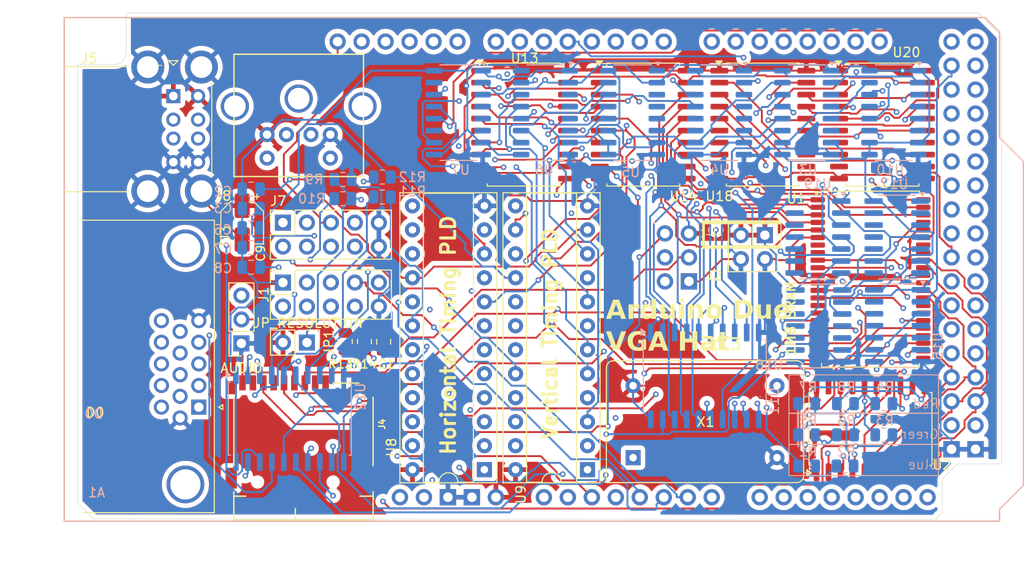
<source format=kicad_pcb>
(kicad_pcb (version 20240108) (generator "pcbnew") (generator_version "8.0")
  (layers (0 "F.Cu" signal) (1 "In1.Cu" signal) (2 "In2.Cu" signal) (31 "B.Cu" signal) (34 "B.Paste" user) (35 "F.Paste" user) (36 "B.SilkS" user "B.Silkscreen") (37 "F.SilkS" user "F.Silkscreen") (38 "B.Mask" user) (39 "F.Mask" user) (44 "Edge.Cuts" user))
  (net 0 "")
  (net 1 "PWR")
  (net 2 "Net-(U3-~{MR})")
  (net 3 "H_VISIBLE")
  (net 4 "~{H_SYNC}")
  (net 5 "V_FRONT_PORCH")
  (net 6 "~{V_SYNC}")
  (net 7 "~{V_RESET}")
  (net 8 "~{SCREEN_VISIBLE}")
  (net 10 "Net-(J1-Pin_2)")
  (net 11 "GND")
  (net 12 "~{V_VISIBLE}")
  (net 13 "Net-(A1-D19{slash}RX1)")
  (net 14 "SD_CS")
  (net 15 "Net-(A1-D18{slash}TX1)")
  (net 16 "Net-(J1-Pin_6)")
  (net 18 "Net-(J3-Pad2)")
  (net 21 "Net-(J3-Pad3)")
  (net 22 "Net-(J3-Pad13)")
  (net 23 "Net-(J3-Pad14)")
  (net 24 "Net-(J3-Pad1)")
  (net 27 "Net-(U2-B0)")
  (net 28 "Net-(U2-B1)")
  (net 29 "Net-(U2-B2)")
  (net 30 "Net-(U2-B3)")
  (net 31 "Net-(U2-B4)")
  (net 32 "Net-(U2-B5)")
  (net 33 "Net-(U2-B6)")
  (net 34 "Net-(U2-B7)")
  (net 35 "MEMADDR0")
  (net 36 "MEMADDR13")
  (net 37 "MEMADDR14")
  (net 39 "MEMADDR2")
  (net 40 "MEMADDR9")
  (net 42 "MEMADDR10")
  (net 43 "MEMADDR11")
  (net 44 "DATA6")
  (net 45 "MEMADDR15")
  (net 46 "MEMADDR5")
  (net 47 "MEMADDR4")
  (net 49 "/MCU CE")
  (net 51 "MEMADDR12")
  (net 53 "MEMADDR3")
  (net 54 "Net-(J1-Pin_3)")
  (net 55 "~{OE}")
  (net 57 "MEMADDR7")
  (net 58 "MEMADDR18")
  (net 60 "MEMADDR16")
  (net 61 "MEMADDR17")
  (net 62 "MEMADDR19")
  (net 63 "MEMADDR8")
  (net 64 "MEMADDR1")
  (net 66 "MEMADDR6")
  (net 67 "~{VGA_OUT}")
  (net 68 "A1")
  (net 69 "A2")
  (net 72 "A0")
  (net 73 "A3")
  (net 75 "Net-(U3-TC)")
  (net 76 "H_CLK")
  (net 80 "A6")
  (net 81 "A4")
  (net 82 "A5")
  (net 84 "A7")
  (net 87 "Net-(U5-TC)")
  (net 89 "A8")
  (net 90 "A9")
  (net 91 "Net-(U5-Q0)")
  (net 93 "Net-(A1-PadD6)")
  (net 95 "A10")
  (net 96 "A11")
  (net 98 "A12")
  (net 100 "Net-(U6-TC)")
  (net 101 "A13")
  (net 104 "A15")
  (net 105 "A14")
  (net 109 "RESOLUTION")
  (net 113 "D43")
  (net 116 "Net-(U10-TC)")
  (net 127 "A16")
  (net 128 "A18")
  (net 129 "A17")
  (net 131 "/MCU WE")
  (net 132 "Net-(J1-Pin_7)")
  (net 133 "D42")
  (net 134 "DATA4")
  (net 135 "DATA7")
  (net 136 "DATA9")
  (net 137 "5V")
  (net 138 "DATA15")
  (net 139 "Net-(A1-D17{slash}RX2)")
  (net 140 "~{TIMING ADDR}")
  (net 150 "Net-(U16-Pad8)")
  (net 152 "~{MCU OE}")
  (net 154 "DATA0")
  (net 169 "3.3V")
  (net 170 "Net-(J1-Pin_9)")
  (net 171 "Net-(A1-PadD7)")
  (net 173 "D13")
  (net 174 "DATA10")
  (net 176 "D8")
  (net 178 "Net-(J1-Pin_5)")
  (net 179 "DATA8")
  (net 180 "Net-(J1-Pin_4)")
  (net 182 "DATA13")
  (net 184 "DATA3")
  (net 185 "DATA14")
  (net 186 "D9")
  (net 187 "Net-(J1-Pin_8)")
  (net 189 "D31")
  (net 191 "Net-(A1-D16{slash}TX2)")
  (net 194 "DATA11")
  (net 195 "DATA5")
  (net 196 "DATA12")
  (net 197 "DATA1")
  (net 199 "Net-(J6-Pin_2)")
  (net 200 "Net-(A1-SPI_MOSI)")
  (net 201 "/MCU OE")
  (net 202 "MCUMEMADDR1")
  (net 203 "DATA2")
  (net 204 "MCUMEMADDR17")
  (net 205 "MCUMEMADDR10")
  (net 206 "Net-(U1-~{WE})")
  (net 207 "Net-(U11-CE)")
  (net 232 "MCUMEMADDR4")
  (net 233 "MCUMEMADDR7")
  (net 234 "MCUMEMADDR15")
  (net 235 "MCUMEMADDR18")
  (net 236 "MCUMEMADDR8")
  (net 237 "MCUMEMADDR6")
  (net 238 "MCUMEMADDR5")
  (net 239 "MCUMEMADDR9")
  (net 240 "MCUMEMADDR3")
  (net 241 "MCUMEMADDR11")
  (net 242 "MCUMEMADDR14")
  (net 243 "MCUMEMADDR0")
  (net 244 "MCUMEMADDR2")
  (net 245 "MCUMEMADDR16")
  (net 246 "MCUMEMADDR12")
  (net 247 "MCUMEMADDR19")
  (net 248 "MCUMEMADDR13")
  (net 249 "A19")
  (net 250 "Net-(A1-SPI_SCK)")
  (net 253 "Net-(U8-IO23)")
  (net 257 "Net-(A1-SPI_MISO)")
  (footprint "Connector_PinSocket_2.54mm:PinSocket_2x02_P2.54mm_Vertical" (layer "F.Cu") (at 101.8455 154.2318)
    (property "Reference" "J2")
    (property "Value" "PWR AUX")
  )
  (footprint "Connector_PinSocket_2.54mm:PinSocket_1x03_P2.54mm_Vertical" (layer "F.Cu") (at 46.4 165.7 180)
    (property "Reference" "J6")
    (property "Value" "AUDIO")
  )
  (footprint "Connector_PinSocket_2.54mm:PinSocket_2x05_P2.54mm_Vertical" (layer "F.Cu") (at 50.8 159.258 90)
    (property "Reference" "J1")
    (property "Value" "ANALOG")
  )
  (footprint "Package_SO:SOP-20_7.5x12.8mm_P1.27mm" (layer "F.Cu") (at 88.9608 142.525)
    (property "Reference" "U14")
    (property "Value" "74HC245")
  )
  (footprint "Connector_USB:USB_A_CUI_UJ2-ADH-TH_Horizontal_Stacked" (layer "F.Cu") (at 39.1943 139.502)
    (property "Reference" "J5")
    (property "Value" "USB_A_Stacked")
  )
  (footprint "Connector_Dsub:DSUB-15-HD_Female_Horizontal_P2.29x1.98mm_EdgePinOffset8.35mm_Housed_MountingHolesOffset10.89mm" (layer "F.Cu") (at 41.89 172.448 -90)
    (property "Reference" "J3")
    (property "Value" "DE15_Receptacle_HighDensity")
  )
  (footprint "Oscillator:Oscillator_DIP-14" (layer "F.Cu") (at 87.884 177.8)
    (property "Reference" "X1")
    (property "Value" "TCXO-14")
  )
  (footprint "Package_DIP:DIP-24_W7.62mm_Socket" (layer "F.Cu") (at 72.136 179.07 180)
    (property "Reference" "U8")
    (property "Value" "GAL22V10")
  )
  (footprint "arduino-library:Arduino_Due_Shield" (layer "F.Cu") (at 27.6352 184.531)
    (property "Reference" "A1")
    (property "Value" "Arduino_Due_Shield")
  )
  (footprint "Package_SO:SOP-20_7.5x12.8mm_P1.27mm" (layer "F.Cu") (at 113.03 174.752 90)
    (property "Reference" "U2")
    (property "Value" "74HC245")
  )
  (footprint "Libraries:mini-DIN 6" (layer "F.Cu") (at 52.47 135.07)
    (property "Reference" "J8")
    (property "Value" "Mini-DIN-6")
  )
  (footprint "Capacitor_SMD:CP_Elec_4x4.5" (layer "F.Cu") (at 46.482 152.908 -90)
    (property "Reference" "C9")
    (property "Value" "C_Small")
  )
  (footprint "Resistor_SMD:R_0805_2012Metric" (layer "F.Cu") (at 57.404 165.5045 90)
    (property "Reference" "R13")
    (property "Value" "R490K")
  )
  (footprint "Package_SO:TSOP-II-44_10.16x18.41mm_P0.8mm" (layer "F.Cu") (at 113.0305 158.884)
    (property "Reference" "U1")
    (property "Value" "K6X8008T2B-TF55")
  )
  (footprint "Resistor_SMD:R_0805_2012Metric" (layer "F.Cu") (at 59.436 165.5045 90)
    (property "Reference" "R14")
    (property "Value" "R3.9K")
  )
  (footprint "Connector_PinHeader_2.54mm:PinHeader_1x02_P2.54mm_Vertical" (layer "F.Cu") (at 53.345 165.608 -90)
    (property "Reference" "JP1")
    (property "Value" "JP_RESOLUTION")
  )
  (footprint "Package_DIP:DIP-24_W7.62mm_Socket" (layer "F.Cu") (at 83.058 179.07 180)
    (property "Reference" "U9")
    (property "Value" "GAL22V10")
  )
  (footprint "Package_SO:SOP-20_7.5x12.8mm_P1.27mm" (layer "F.Cu") (at 101.6304 142.525)
    (property "Reference" "U18")
    (property "Value" "74HC245")
  )
  (footprint "Package_SO:SOP-20_7.5x12.8mm_P1.27mm" (layer "F.Cu") (at 76.2912 142.525)
    (property "Reference" "U13")
    (property "Value" "74HC245")
  )
  (footprint "Package_SO:SOP-20_7.5x12.8mm_P1.27mm" (layer "F.Cu") (at 114.3 142.525)
    (property "Reference" "U20")
    (property "Value" "74HC245")
  )
  (footprint "SDCard:J_SD_Card-micro_socket_A" (layer "F.Cu") (at 52.1 176.9 180)
    (property "Reference" "J4")
    (property "Value" "Micro_SD_Card" (hide yes))
  )
  (footprint "Capacitor_SMD:C_0805_2012Metric" (layer "F.Cu") (at 61.468 165.5245 90)
    (property "Reference" "C1")
    (property "Value" "4.7nF")
  )
  (footprint "Connector_PinSocket_2.54mm:PinSocket_2x05_P2.54mm_Vertical" (layer "F.Cu") (at 50.8 152.908 90)
    (property "Reference" "J7")
    (property "Value" "DIGITAL")
  )
  (footprint "Package_SO:SO-16_3.9x9.9mm_P1.27mm" (layer "B.Cu") (at 115.499 141.2576 180)
    (property "Reference" "U10")
    (property "Value" "74LS161")
  )
  (footprint "Capacitor_SMD:C_0805_2012Metric" (layer "B.Cu") (at 47.432 157.6324)
    (property "Reference" "C8")
    (property "Value" "560pf")
  )
  (footprint "Package_SO:SO-16_3.9x9.9mm_P1.27mm" (layer "B.Cu") (at 97.0502 141.2576 180)
    (property "Reference" "U4")
    (property "Value" "74LS161")
  )
  (footprint "Resistor_SMD:R_0805_2012Metric" (layer "B.Cu") (at 106.27 178.684 180)
    (property "Reference" "R1")
    (property "Value" "R470")
  )
  (footprint "Capacitor_SMD:C_0805_2012Metric" (layer "B.Cu") (at 47.432 155.5496)
    (property "Reference" "C7")
    (property "Value" "560pf")
  )
  (footprint "Package_SO:SOP-20_7.5x12.8mm_P1.27mm" (layer "B.Cu") (at 51.525 173.67 -90)
    (property "Reference" "U12")
    (property "Value" "74HC245")
  )
  (footprint "Resistor_SMD:R_0805_2012Metric" (layer "B.Cu") (at 110.381 172.08)
    (property "Reference" "R8")
    (property "Value" "R1.8K")
  )
  (footprint "Package_SO:SO-14_3.9x8.65mm_P1.27mm" (layer "B.Cu") (at 107.4598 154.432 180)
    (property "Reference" "U19")
    (property "Value" "74HC14")
  )
  (footprint "Package_SO:SO-16_3.9x9.9mm_P1.27mm" (layer "B.Cu") (at 87.8258 141.2576 180)
    (property "Reference" "U5")
    (property "Value" "74LS161")
  )
  (footprint "Resistor_SMD:R_0805_2012Metric" (layer "B.Cu") (at 114.445 172.08 180)
    (property "Reference" "R4")
    (property "Value" "R2.2K")
  )
  (footprint "Package_SO:SO-14_3.9x8.65mm_P1.27mm" (layer "B.Cu") (at 107.5644 163.8554 180)
    (property "Reference" "U16")
    (property "Value" "74LS08")
  )
  (footprint "Resistor_SMD:R_0805_2012Metric" (layer "B.Cu") (at 57.15 148.336 180)
    (property "Reference" "R9")
    (property "Value" "10K")
  )
  (footprint "Resistor_SMD:R_0805_2012Metric" (layer "B.Cu") (at 110.334 178.684 180)
    (property "Reference" "R2")
    (property "Value" "R800")
  )
  (footprint "Package_SO:SO-16_3.9x9.9mm_P1.27mm" (layer "B.Cu") (at 106.2746 141.2576 180)
    (property "Reference" "U3")
    (property "Value" "74LS161")
  )
  (footprint "Capacitor_SMD:C_0805_2012Metric" (layer "B.Cu") (at 47.432 153.4668)
    (property "Reference" "C5")
    (property "Value" "560pf")
  )
  (footprint "Package_SO:SO-14_3.9x8.65mm_P1.27mm" (layer "B.Cu") (at 115.889 163.83 180)
    (property "Reference" "U15")
    (property "Value" "74LS32")
  )
  (footprint "Package_SO:SO-16_3.9x9.9mm_P1.27mm" (layer "B.Cu") (at 78.6014 141.2576 180)
    (property "Reference" "U6")
    (property "Value" "74LS161")
  )
  (footprint "Resistor_SMD:R_0805_2012Metric" (layer "B.Cu") (at 106.27 175.382)
    (property "Reference" "R5")
    (property "Value" "R470")
  )
  (footprint "Resistor_SMD:R_0805_2012Metric" (layer "B.Cu") (at 57.15 150.368 180)
    (property "Reference" "R10")
    (property "Value" "R200")
  )
  (footprint "Resistor_SMD:R_0805_2012Metric" (layer "B.Cu") (at 106.27 172.08)
    (property "Reference" "R7")
    (property "Value" "R470")
  )
  (footprint "Capacitor_SMD:C_0805_2012Metric" (layer "B.Cu") (at 47.432 151.4094)
    (property "Reference" "C3")
    (property "Value" "560pf")
  )
  (footprint "Resistor_SMD:R_0805_2012Metric" (layer "B.Cu") (at 61.3175 150.1902)
    (property "Reference" "R11")
    (property "Value" "R100")
  )
  (footprint "Package_SO:SO-14_3.9x8.65mm_P1.27mm" (layer "B.Cu") (at 115.8418 154.432 180)
    (property "Reference" "U17")
    (property "Value" "74HC00")
  )
  (footprint "Package_SO:SOP-20_7.5x12.8mm_P1.27mm" (layer "B.Cu") (at 95.475 169.15 -90)
    (property "Reference" "U11")
    (property "Value" "74HC245")
  )
  (footprint "Capacitor_SMD:C_0805_2012Metric" (layer "B.Cu") (at 47.432 149.352)
    (property "Reference" "C2")
    (property "Value" "560pf")
  )
  (footprint "Resistor_SMD:R_0805_2012Metric" (layer "B.Cu") (at 110.381 175.382 180)
    (property "Reference" "R6")
    (property "Value" "R1.2K")
  )
  (footprint "Resistor_SMD:R_0805_2012Metric" (layer "B.Cu") (at 61.3175 148.082)
    (property "Reference" "R12")
    (property "Value" "R100")
  )
  (footprint "Resistor_SMD:R_0805_2012Metric" (layer "B.Cu") (at 114.445 175.382)
    (property "Reference" "R3")
    (property "Value" "R1.8K")
  )
  (footprint "Package_SO:SO-16_3.9x9.9mm_P1.27mm" (layer "B.Cu") (at 69.377 141.2576 180)
    (property "Reference" "U7")
    (property "Value" "74LS161")
  )
  (gr_rect (start 104.3885 176.398) (end 120.2365 179.7) (stroke (width 0.1)) (fill none) (layer "B.SilkS"))
  (gr_rect (start 104.3885 169.032) (end 120.2365 173.096) (stroke (width 0.1)) (fill none) (layer "B.SilkS"))
  (gr_rect (start 104.3885 173.096) (end 120.2365 176.398) (stroke (width 0.1)) (fill none) (layer "B.SilkS"))
  (gr_rect (start 95.37 153.0792) (end 95.445 155.3292) (stroke (width 0.1)) (fill none) (layer "F.SilkS"))
  (gr_rect (start 95.42 152.7542) (end 103.47 152.8292) (stroke (width 0.1)) (fill none) (layer "F.SilkS"))
  (gr_rect (start 95.245 152.7042) (end 95.32 155.6292) (stroke (width 0.1)) (fill none) (layer "F.SilkS"))
  (gr_line (start 95.6564 154.178) (end 97.282 154.178) (stroke (width 0.1)) (layer "F.SilkS"))
  (gr_rect (start 95.32 152.7042) (end 103.545 155.6292) (stroke (width 0.1)) (fill none) (layer "F.SilkS"))
  (gr_rect (start 95.42 152.8292) (end 103.47 152.9042) (stroke (width 0.1)) (fill none) (layer "F.SilkS"))
  (gr_rect (start 95.3625 155.475) (end 103.4625 155.55) (stroke (width 0.1)) (fill none) (layer "F.SilkS"))
  (gr_rect (start 95.3375 155.35) (end 103.4625 155.4) (stroke (width 0.1)) (fill none) (layer "F.SilkS"))
  (gr_line (start 36.3305 136.2474) (end 37.9561 136.2474) (stroke (width 0.1)) (layer "F.SilkS"))
  (gr_rect (start 95.37 152.9542) (end 103.47 153.0292) (stroke (width 0.1)) (fill none) (layer "F.SilkS"))
  (gr_line (start 96.52 155.0416) (end 96.52 153.416) (stroke (width 0.1)) (layer "F.SilkS"))
  (gr_line (start 30.7875 184.3) (end 120.0404 184.3532) (stroke (width 0.05)) (layer "Edge.Cuts"))
  (gr_line (start 120.6246 180.086) (end 120.6246 183.769) (stroke (width 0.05)) (layer "Edge.Cuts"))
  (gr_line (start 29.0625 182.5812) (end 30.7875 184.3) (stroke (width 0.05)) (layer "Edge.Cuts"))
  (gr_line (start 34.2 134.8994) (end 34.2 130.85) (stroke (width 0.05)) (layer "Edge.Cuts"))
  (gr_line (start 126.9 133.15) (end 126.9 133.3246) (stroke (width 0.05)) (layer "Edge.Cuts"))
  (gr_line (start 126.9 178.4604) (end 122.2502 178.4604) (stroke (width 0.05)) (layer "Edge.Cuts"))
  (gr_line (start 29.0625 136.15) (end 29.0625 182.5812) (stroke (width 0.05)) (layer "Edge.Cuts"))
  (gr_line (start 34.3408 130.7) (end 124.45 130.7) (stroke (width 0.05)) (layer "Edge.Cuts"))
  (gr_line (start 29.0625 136.15) (end 32.95021 136.148148) (stroke (width 0.05)) (layer "Edge.Cuts"))
  (gr_line (start 122.2502 178.4604) (end 120.6246 180.086) (stroke (width 0.05)) (layer "Edge.Cuts"))
  (gr_line (start 126.9 178.4604) (end 126.9 133.3246) (stroke (width 0.05)) (layer "Edge.Cuts"))
  (gr_arc (start 34.202392 134.89844) (mid 33.832501 135.780001) (end 32.95021 136.148148) (stroke (width 0.05)) (layer "Edge.Cuts"))
  (gr_line (start 124.45 130.7) (end 126.9 133.15) (stroke (width 0.05)) (layer "Edge.Cuts"))
  (gr_arc (start 120.0404 184.3532) (mid 120.211508 183.940108) (end 120.6246 183.769) (stroke (width 0.05)) (layer "Edge.Cuts"))
  (gr_line (start 34.3408 130.7) (end 34.2 130.85) (stroke (width 0.05)) (layer "Edge.Cuts"))
  (gr_text "Red\n\nGreen\n\nBlue" (at 120.33 179.11 0) (layer "B.SilkS") (effects (font (size 1 1) (thickness 0.1)) (justify left bottom mirror)))
  (gr_text "1MB SRAM" (at 105.156 159.004 90) (layer "F.SilkS") (effects (font (size 1 1) (thickness 0.2) (bold yes)) (justify right bottom)))
  (gr_text "Horizontal Timing PLD" (at 69.1896 177.673 90) (layer "F.SilkS") (effects (font (size 1.5 1.5) (thickness 0.32) (bold yes)) (justify left bottom)))
  (gr_text "v1.3" (at 99.5 166.5 0) (layer "F.SilkS") (effects (font (size 1.2 1.2) (thickness 0.2) (bold yes)) (justify right bottom)))
  (gr_text "Arduino Due\nVGA Hat" (at 85 166.8 0) (layer "F.SilkS") (effects (font (size 2 2) (thickness 0.3) (bold yes)) (justify left bottom)))
  (gr_text "Vertical Timing PLD" (at 79.9592 176 90) (layer "F.SilkS") (effects (font (size 1.5 1.5) (thickness 0.32) (bold yes)) (justify left bottom)))
  (segment (start 80.8912 136.81) (end 80.6573 136.5761) (width 0.2) (layer "F.Cu") (net 1))
  (segment (start 115.8481 158.4409) (end 107.4861 158.4409) (width 0.2) (layer "F.Cu") (net 1))
  (segment (start 50.805 167.5681) (end 52.015 168.7781) (width 0.2) (layer "F.Cu") (net 1))
  (segment (start 109.7 136.81) (end 106.2304 136.81) (width 0.2) (layer "F.Cu") (net 1))
  (segment (start 80.6573 136.5761) (end 71.9251 136.5761) (width 0.2) (layer "F.Cu") (net 1))
  (segment (start 115.9576 136.34) (end 110.17 136.34) (width 0.2) (layer "F.Cu") (net 1))
  (segment (start 105.9722 171.4948) (end 105.5106 171.4948) (width 0.2) (layer "F.Cu") (net 1))
  (segment (start 46.482 146.218) (end 49.12 143.58) (width 0.2) (layer "F.Cu") (net 1))
  (segment (start 107.315 170.152) (end 105.9722 171.4948) (width 0.2) (layer "F.Cu") (net 1))
  (segment (start 101.3408 171.4948) (end 100.026 170.18) (width 0.2) (layer "F.Cu") (net 1))
  (segment (start 93.5608 136.81) (end 84.3608 136.81) (width 0.2) (layer "F.Cu") (net 1))
  (segment (start 117.215 157.4795) (end 117.215 154.4972) (width 0.2) (layer "F.Cu") (net 1))
  (segment (start 71.3053 136.81) (end 70.2256 137.8897) (width 0.2) (layer "F.Cu") (net 1))
  (segment (start 105.5106 171.4948) (end 105.5106 177.5476) (width 0.2) (layer "F.Cu") (net 1))
  (segment (start 116.2536 158.4409) (end 116.2536 158.9662) (width 0.2) (layer "F.Cu") (net 1))
  (segment (start 71.9251 136.5761) (end 71.6912 136.81) (width 0.2) (layer "F.Cu") (net 1))
  (segment (start 105.5106 177.5476) (end 107.315 179.352) (width 0.2) (layer "F.Cu") (net 1))
  (segment (start 46.482 151.108) (end 46.482 146.218) (width 0.2) (layer "F.Cu") (net 1))
  (segment (start 106.2304 136.81) (end 97.0304 136.81) (width 0.2) (layer "F.Cu") (net 1))
  (segment (start 70.2256 137.8897) (end 70.2256 138.4054) (width 0.2) (layer "F.Cu") (net 1))
  (segment (start 106.55 158.52) (end 107.407 158.52) (width 0.2) (layer "F.Cu") (net 1))
  (segment (start 116.2536 158.9662) (end 116.6634 159.376) (width 0.2) (layer "F.Cu") (net 1))
  (segment (start 50.805 166.7581) (end 50.805 167.5681) (width 0.2) (layer "F.Cu") (net 1))
  (segment (start 100.026 170.18) (end 87.884 170.18) (width 0.2) (layer "F.Cu") (net 1))
  (segment (start 50.805 165.608) (end 50.805 166.7581) (width 0.2) (layer "F.Cu") (net 1))
  (segment (start 115.8481 158.4409) (end 116.2536 158.4409) (width 0.2) (layer "F.Cu") (net 1))
  (segment (start 117.215 154.4972) (end 118.0282 153.684) (width 0.2) (layer "F.Cu") (net 1))
  (segment (start 110.17 136.34) (end 109.7 136.81) (width 0.2) (layer "F.Cu") (net 1))
  (segment (start 118.9 136.81) (end 116.4276 136.81) (width 0.2) (layer "F.Cu") (net 1))
  (segment (start 84.3608 136.81) (end 80.8912 136.81) (width 0.2) (layer "F.Cu") (net 1))
  (segment (start 116.2536 158.4409) (end 117.215 157.4795) (width 0.2) (layer "F.Cu") (net 1))
  (segment (start 97.0304 136.81) (end 93.5608 136.81) (width 0.2) (layer "F.Cu") (net 1))
  (segment (start 116.6634 159.376) (end 118.526 159.376) (width 0.2) (layer "F.Cu") (net 1))
  (segment (start 52.015 169.8782) (end 52.015 168.7781) (width 0.2) (layer "F.Cu") (net 1))
  (segment (start 116.4276 136.81) (end 115.9576 136.34) (width 0.2) (layer "F.Cu") (net 1))
  (segment (start 105.5106 171.4948) (end 101.3408 171.4948) (width 0.2) (layer "F.Cu") (net 1))
  (via (at 116.4276 136.81) (size 0.6) (drill 0.3) (layers "F.Cu" "B.Cu") (net 1))
  (via (at 70.2256 138.4054) (size 0.6) (drill 0.3) (layers "F.Cu" "B.Cu") (net 1))
  (via (at 106.55 158.52) (size 0.6) (drill 0.3) (layers "F.Cu" "B.Cu") (net 1))
  (via (at 90.5396 163.1261) (size 0.6) (drill 0.3) (layers "F.Cu" "B.Cu") (net 1))
  (via (at 115.8481 158.4409) (size 0.6) (drill 0.3) (layers "F.Cu" "B.Cu") (net 1))
  (segment (start 93.617 151.1809) (end 93.975517 150.822383) (width 0.2) (layer "B.Cu") (net 1))
  (segment (start 95.0779 137.4153) (end 94.4752 136.8126) (width 0.2) (layer "B.Cu") (net 1))
  (segment (start 86.4358 142.3515) (end 86.2264 142.5609) (width 0.2) (layer "B.Cu") (net 1))
  (segment (start 119.2614 137.7554) (end 118.3186 136.8126) (width 0.2) (layer "B.Cu") (net 1))
  (segment (start 48.1076 159.258) (end 50.8 159.258) (width 0.2) (layer "B.Cu") (net 1))
  (segment (start 116.4302 136.8126) (end 118.074 136.8126) (width 0.2) (layer "B.Cu") (net 1))
  (segment (start 46.482 153.4668) (end 46.482 155.5496) (width 0.2) (layer "B.Cu") (net 1))
  (segment (start 76.0123 145.7167) (end 73.5822 145.7167) (width 0.2) (layer "B.Cu") (net 1))
  (segment (start 112.4719 146.1297) (end 112.4844 146.1422) (width 0.2) (layer "B.Cu") (net 1))
  (segment (start 70.3252 143.0482) (end 71.7095 144.4325) (width 0.2) (layer "B.Cu") (net 1))
  (segment (start 119.3565 156.337) (end 119.5933 156.1002) (width 0.2) (layer "B.Cu") (net 1))
  (segment (start 106.52 158.76) (end 106.52 158.55) (width 0.2) (layer "B.Cu") (net 1))
  (segment (start 87.2178 144.928) (end 89.9054 144.928) (width 0.2) (layer "B.Cu") (net 1))
  (segment (start 70.3252 138.4054) (end 70.3252 143.0482) (width 0.2) (layer "B.Cu") (net 1))
  (segment (start 45.81 169.07) (end 45.81 178.27) (width 0.2) (layer "B.Cu") (net 1))
  (segment (start 104.3519 146.3549) (end 103.6996 145.7026) (width 0.2) (layer "B.Cu") (net 1))
  (segment (start 90.5396 163.1261) (end 89.76 163.9057) (width 0.2) (layer "B.Cu") (net 1))
  (segment (start 109.8002 146.3549) (end 104.6101 146.3549) (width 0.2) (layer "B.Cu") (net 1))
  (segment (start 84.0386 143.4629) (end 85.0083 144.4326) (width 0.2) (layer "B.Cu") (net 1))
  (segment (start 104.6101 146.3549) (end 104.3519 146.3549) (width 0.2) (layer "B.Cu") (net 1))
  (segment (start 86.2264 142.5609) (end 86.8315 143.166) (width 0.2) (layer "B.Cu") (net 1))
  (segment (start 104.3003 137.4133) (end 103.6996 136.8126) (width 0.2) (layer "B.Cu") (net 1))
  (segment (start 110.0254 146.1297) (end 109.8002 146.3549) (width 0.2) (layer "B.Cu") (net 1))
  (segment (start 91.3758 144.4326) (end 93.0333 146.0901) (width 0.2) (layer "B.Cu") (net 1))
  (segment (start 104.6101 150.622) (end 104.6101 146.3549) (width 0.2) (layer "B.Cu") (net 1))
  (segment (start 101.3247 136.8126) (end 100.722 137.4153) (width 0.2) (layer "B.Cu") (net 1))
  (segment (start 46.482 155.5496) (end 46.482 157.6324) (width 0.2) (layer "B.Cu") (net 1))
  (segment (start 84.0386 142.8623) (end 84.0386 143.4629) (width 0.2) (layer "B.Cu") (net 1))
  (segment (start 93.0333 146.0901) (end 94.0877 146.0901) (width 0.2) (layer "B.Cu") (net 1))
  (segment (start 112.924 145.7026) (end 112.924 144.4326) (width 0.2) (layer "B.Cu") (net 1))
  (segment (start 119.2614 143.5391) (end 119.2614 137.7554) (width 0.2) (layer "B.Cu") (net 1))
  (segment (start 101.8455 155.3819) (end 102.1001 155.3819) (width 0.2) (layer "B.Cu") (net 1))
  (segment (start 87.884 171.874) (end 87.884 170.18) (width 0.2) (layer "B.Cu") (net 1))
  (segment (start 67.6708 145.7026) (end 70.3252 143.0482) (width 0.2) (layer "B.Cu") (net 1))
  (segment (start 46.0087 161.89) (end 45.2498 162.6489) (width 0.2) (layer "B.Cu") (net 1))
  (segment (start 116.4276 136.81) (end 116.4302 136.8126) (width 0.2) (layer "B.Cu") (net 1))
  (segment (start 46.482 157.6324) (end 48.1076 159.258) (width 0.2) (layer "B.Cu") (net 1))
  (segment (start 48.1076 159.258) (end 48.1076 160.6449) (width 0.2) (layer "B.Cu") (net 1))
  (segment (start 96.7807 145.7026) (end 98.0507 144.4326) (width 0.2) (layer "B.Cu") (net 1))
  (segment (start 84.0386 143.4629) (end 83.0689 144.4326) (width 0.2) (layer "B.Cu") (net 1))
  (segment (start 101.8455 154.2318) (end 101.8455 155.3819) (width 0.2) (layer "B.Cu") (net 1))
  (segment (start 70.9274 136.2104) (end 70.3252 136.8126) (width 0.2) (layer "B.Cu") (net 1))
  (segment (start 116.2411 158.4409) (end 116.8499 157.8321) (width 0.2) (layer "B.Cu") (net 1))
  (segment (start 90.4008 144.4326) (end 91.3758 144.4326) (width 0.2) (layer "B.Cu") (net 1))
  (segment (start 103.0508 158.0068) (end 105.0894 160.0454) (width 0.2) (layer "B.Cu") (net 1))
  (segment (start 70.3252 136.8126) (end 66.802 136.8126) (width 0.2) (layer "B.Cu") (net 1))
  (segment (start 93.617 152.644486) (end 93.617 151.1809) (width 0.2) (layer "B.Cu") (net 1))
  (segment (start 101.8455 154.2318) (end 101.8455 153.0817) (width 0.2) (layer "B.Cu") (net 1))
  (segment (start 105.0894 160.0454) (end 106.3748 158.76) (width 0.2) (layer "B.Cu") (net 1))
  (segment (start 117.2623 156.337) (end 119.3565 156.337) (width 0.2) (layer "B.Cu") (net 1))
  (segment (start 54.9426 142.0177) (end 60.1477 136.8126) (width 0.2) (layer "B.Cu") (net 1))
  (segment (start 85.5321 136.8126) (end 86.4358 137.7163) (width 0.2) (layer "B.Cu") (net 1))
  (segment (start 110.0254 145.322) (end 110.0254 146.1297) (width 0.2) (layer "B.Cu") (net 1))
  (segment (start 48.1076 160.6449) (end 46.8625 161.89) (width 0.2) (layer "B.Cu") (net 1))
  (segment (start 45.2498 168.5098) (end 45.81 169.07) (width 0.2) (layer "B.Cu") (net 1))
  (segment (start 89.76 173.75) (end 87.884 171.874) (width 0.2) (layer "B.Cu") (net 1))
  (segment (start 66.802 145.7026) (end 67.6708 145.7026) (width 0.2) (layer "B.Cu") (net 1))
  (segment (start 106.3748 158.76) (end 106.52 158.76) (width 0.2) (layer "B.Cu") (net 1))
  (segment (start 112.4514 136.34) (end 110.9126 136.34) (width 0.2) (layer "B.Cu") (net 1))
  (segment (start 84.34 142.5609) (end 84.0386 142.8623) (width 0.2) (layer "B.Cu") (net 1))
  (segment (start 93.8022 152.829686) (end 93.617 152.644486) (width 0.2) (layer "B.Cu") (net 1))
  (segment (start 104.3052 150.622) (end 101.8455 153.0817) (width 0.2) (layer "B.Cu") (net 1))
  (segment (start 49.12 143.58) (end 50.6823 142.0177) (width 0.2) (layer "B.Cu") (net 1))
  (segment (start 116.4276 136.81) (end 112.9266 136.81) (width 0.2) (layer "B.Cu") (net 1))
  (segment (start 118.3679 144.4326) (end 119.2614 143.5391) (width 0.2) (layer "B.Cu") (net 1))
  (segment (start 46.482 151.4094) (end 46.482 149.352) (width 0.2) (layer "B.Cu") (net 1))
  (segment (start 83.0689 144.4326) (end 81.1764 144.4326) (width 0.2) (layer "B.Cu") (net 1))
  (segment (start 117.3115 153.8252) (end 114.1083 150.622) (width 0.2) (layer "B.Cu") (net 1))
  (segment (start 103.0508 156.3326) (end 103.0508 158.0068) (width 0.2) (layer "B.Cu") (net 1))
  (segment (start 87.884 166.426) (end 89.76 164.55) (width 0.2) (layer "B.Cu") (net 1))
  (segment (start 86.8315 143.166) (end 86.8315 144.5417) (width 0.2) (layer "B.Cu") (net 1))
  (segment (start 116.8499 157.8321) (end 116.8499 156.7494) (width 0.2) (layer "B.Cu") (net 1))
  (segment (start 87.884 170.18) (end 87.884 166.426) (width 0.2) (layer "B.Cu") (net 1))
  (segment (start 89.9054 144.928) (end 90.4008 144.4326) (width 0.2) (layer "B.Cu") (net 1))
  (segment (start 45.2498 162.6489) (end 45.2498 168.5098) (width 0.2) (layer "B.Cu") (net 1))
  (segment (start 94.0877 146.0901) (end 94.4752 145.7026) (width 0.2) (layer "B.Cu") (net 1))
  (segment (start 93.975517 150.822383) (end 93.975517 150.651305) (width 0.2) (layer "B.Cu") (net 1))
  (segment (start 46.482 151.4094) (end 46.482 153.4668) (width 0.2) (layer "B.Cu") (net 1))
  (segment (start 119.5933 156.1002) (end 119.5933 154.0433) (width 0.2) (layer "B.Cu") (net 1))
  (segment (start 86.4358 137.7163) (end 86.4358 142.3515) (width 0.2) (layer "B.Cu") (net 1))
  (segment (start 70.3252 138.4054) (end 70.2256 138.4054) (width 0.2) (layer "B.Cu") (net 1))
  (segment (start 109.8393 137.4133) (end 104.3003 137.4133) (width 0.2) (layer "B.Cu") (net 1))
  (segment (start 112.4844 149.7396) (end 112.4844 146.1422) (width 0.2) (layer "B.Cu") (net 1))
  (segment (start 93.8022 154.051) (end 93.8022 152.829686) (width 0.2) (layer "B.Cu") (net 1))
  (segment (start 115.8481 158.4409) (end 116.2411 158.4409) (width 0.2) (layer "B.Cu") (net 1))
  (segment (start 110.9126 136.34) (end 109.8393 137.4133) (width 0.2) (layer "B.Cu") (net 1))
  (segment (start 102.1001 155.3819) (end 103.0508 156.3326) (width 0.2) (layer "B.Cu") (net 1))
  (segment (start 46.482 146.218) (end 49.12 143.58) (width 0.2) (layer "B.Cu") (net 1))
  (segment (start 110.0254 146.1297) (end 112.4719 146.1297) (width 0.2) (layer "B.Cu") (net 1))
  (segment (start 93.975517 150.651305) (end 94.0877 150.539122) (width 0.2) (layer "B.Cu") (net 1))
  (segment (start 85.2508 144.4326) (end 85.2508 145.7026) (width 0.2) (layer "B.Cu") (net 1))
  (segment (start 116.8499 156.7494) (end 117.2623 156.337) (width 0.2) (layer "B.Cu") (net 1))
  (segment (start 112.4844 146.1422) (end 112.924 145.7026) (width 0.2) (layer "B.Cu") (net 1))
  (segment (start 70.3252 136.8126) (end 70.3252 138.4054) (width 0.2) (layer "B.Cu") (net 1))
  (segment (start 109.136 144.4326) (end 110.0254 145.322) (width 0.2) (layer "B.Cu") (net 1))
  (segment (start 112.924 144.4326) (end 118.074 144.4326) (width 0.2) (layer "B.Cu") (net 1))
  (segment (start 114.269 160.02) (end 115.8481 158.4409) (width 0.2) (layer "B.Cu") (net 1))
  (segment (start 60.1477 136.8126) (end 66.802 136.8126) (width 0.2) (layer "B.Cu") (net 1))
  (segment (start 94.4752 145.7026) (end 96.7807 145.7026) (width 0.2) (layer "B.Cu") (net 1))
  (segment (start 86.8315 144.5417) (end 87.2178 144.928) (width 0.2) (layer "B.Cu") (net 1))
  (segment (start 46.8625 161.89) (end 46.0087 161.89) (width 0.2) (layer "B.Cu") (net 1))
  (segment (start 119.5933 154.0433) (end 119.3752 153.8252) (width 0.2) (layer "B.Cu") (net 1))
  (segment (start 106.52 158.55) (end 106.55 158.52) (width 0.2) (layer "B.Cu") (net 1))
  (segment (start 119.3752 153.8252) (end 117.3115 153.8252) (width 0.2) (layer "B.Cu") (net 1))
  (segment (start 100.722 137.4153) (end 95.0779 137.4153) (width 0.2) (layer "B.Cu") (net 1))
  (segment (start 113.3668 150.622) (end 112.4844 149.7396) (width 0.2) (layer "B.Cu") (net 1))
  (segment (start 46.482 149.352) (end 46.482 146.218) (width 0.2) (layer "B.Cu") (net 1))
  (segment (start 98.0507 144.4326) (end 99.6252 144.4326) (width 0.2) (layer "B.Cu") (net 1))
  (segment (start 94.0877 150.539122) (end 94.0877 146.0901) (width 0.2) (layer "B.Cu") (net 1))
  (segment (start 75.4242 136.2104) (end 70.9274 136.2104) (width 0.2) (layer "B.Cu") (net 1))
  (segment (start 50.6823 142.0177) (end 54.9426 142.0177) (width 0.2) (layer "B.Cu") (net 1))
  (segment (start 86.2264 142.5609) (end 84.34 142.5609) (width 0.2) (layer "B.Cu") (net 1))
  (segment (start 76.0264 136.8126) (end 75.4242 136.2104) (width 0.2) (layer "B.Cu") (net 1))
  (segment (start 73.5822 145.7167) (end 72.2982 144.4327) (width 0.2) (layer "B.Cu") (net 1))
  (segment (start 112.924 136.8126) (end 112.4514 136.34) (width 0.2) (layer "B.Cu") (net 1))
  (segment (start 103.6996 136.8126) (end 101.3247 136.8126) (width 0.2) (layer "B.Cu") (net 1))
  (via (at 78.5638 137.7924) (size 0.6) (drill 0.3) (layers "F.Cu" "B.Cu") (net 2))
  (segment (start 86.9735 136.2113) (end 88.8448 138.0826) (width 0.2) (layer "B.Cu") (net 2))
  (segment (start 84.2799 136.2113) (end 86.9735 136.2113) (width 0.2) (layer "B.Cu") (net 2))
  (segment (start 90.6672 138.0826) (end 92.5379 136.2119) (width 0.2) (layer "B.Cu") (net 2))
  (segment (start 74.5805 138.7314) (end 74.0485 139.2634) (width 0.2) (layer "B.Cu") (net 2))
  (segment (start 92.5379 136.2119) (end 99.0245 136.2119) (width 0.2) (layer "B.Cu") (net 2))
  (segment (start 99.6252 136.8126) (end 100.2311 136.2067) (width 0.2) (layer "B.Cu") (net 2))
  (segment (start 78.5638 137.7924) (end 77.6248 138.7314) (width 0.2) (layer "B.Cu") (net 2))
  (segment (start 100.2311 136.2067) (end 108.2437 136.2067) (width 0.2) (layer "B.Cu") (net 2))
  (segment (start 78.854 138.0826) (end 78.5638 137.7924) (width 0.2) (layer "B.Cu") (net 2))
  (segment (start 82.4086 138.0826) (end 84.2799 136.2113) (width 0.2) (layer "B.Cu") (net 2))
  (segment (start 88.8448 138.0826) (end 90.4008 138.0826) (width 0.2) (layer "B.Cu") (net 2))
  (segment (start 77.6248 138.7314) (end 74.5805 138.7314) (width 0.2) (layer "B.Cu") (net 2))
  (segment (start 99.0245 136.2119) (end 99.6252 136.8126) (width 0.2) (layer "B.Cu") (net 2))
  (segment (start 73.4097 139.2634) (end 72.2289 138.0826) (width 0.2) (layer "B.Cu") (net 2))
  (segment (start 74.0485 139.2634) (end 73.4097 139.2634) (width 0.2) (layer "B.Cu") (net 2))
  (segment (start 81.1764 138.0826) (end 82.4086 138.0826) (width 0.2) (layer "B.Cu") (net 2))
  (segment (start 81.1764 138.0826) (end 78.854 138.0826) (width 0.2) (layer "B.Cu") (net 2))
  (segment (start 108.2437 136.2067) (end 108.8496 136.8126) (width 0.2) (layer "B.Cu") (net 2))
  (segment (start 58.7921 154.178) (end 57.9896 154.178) (width 0.2) (layer "F.Cu") (net 3))
  (segment (start 83.058 153.67) (end 81.9579 153.67) (width 0.2) (layer "F.Cu") (net 3))
  (segment (start 60.506 156.6312) (end 59.8094 155.9346) (width 0.2) (layer "F.Cu") (net 3))
  (segment (start 59.8094 155.1953) (end 58.7921 154.178) (width 0.2) (layer "F.Cu") (net 3))
  (segment (start 52.9973 148.3265) (end 51.5211 148.3265) (width 0.2) (layer "F.Cu") (net 3))
  (segment (start 79.6365 155.9914) (end 81.9579 153.67) (width 0.2) (layer "F.Cu") (net 3))
  (segment (start 77.5479 156.8776) (end 77.5479 156.6621) (width 0.2) (layer "F.Cu") (net 3))
  (segment (start 77.5479 156.6621) (end 78.2186 155.9914) (width 0.2) (layer "F.Cu") (net 3))
  (segment (start 65.6161 158.75) (end 66.802 157.5641) (width 0.2) (layer "F.Cu") (net 3))
  (segment (start 57.15 152.4792) (end 52.9973 148.3265) (width 0.2) (layer "F.Cu") (net 3))
  (segment (start 66.802 157.5641) (end 76.8614 157.5641) (width 0.2) (layer "F.Cu") (net 3))
  (segment (start 61.2971 156.6312) (end 60.506 156.6312) (width 0.2) (layer "F.Cu") (net 3))
  (segment (start 57.15 153.3384) (end 57.15 152.4792) (width 0.2) (layer "F.Cu") (net 3))
  (segment (start 64.516 158.75) (end 63.4159 158.75) (width 0.2) (layer "F.Cu") (net 3))
  (segment (start 63.4159 158.75) (end 61.2971 156.6312) (width 0.2) (layer "F.Cu") (net 3))
  (segment (start 64.516 158.75) (end 65.6161 158.75) (width 0.2) (layer "F.Cu") (net 3))
  (segment (start 57.9896 154.178) (end 57.15 153.3384) (width 0.2) (layer "F.Cu") (net 3))
  (segment (start 78.2186 155.9914) (end 79.6365 155.9914) (width 0.2) (layer "F.Cu") (net 3))
  (segment (start 59.8094 155.9346) (end 59.8094 155.1953) (width 0.2) (layer "F.Cu") (net 3))
  (segment (start 76.8614 157.5641) (end 77.5479 156.8776) (width 0.2) (layer "F.Cu") (net 3))
  (via (at 51.5211 148.3265) (size 0.6) (drill 0.3) (layers "F.Cu" "B.Cu") (net 3))
  (segment (start 48.382 149.352) (end 50.4956 149.352) (width 0.2) (layer "B.Cu") (net 3))
  (segment (start 50.4956 149.352) (end 51.5211 148.3265) (width 0.2) (layer "B.Cu") (net 3))
  (via (at 54.1212 154.2978) (size 0.6) (drill 0.3) (layers "F.Cu" "B.Cu") (net 4))
  (segment (start 64.516 163.83) (end 64.516 162.7299) (width 0.2) (layer "B.Cu") (net 4))
  (segment (start 65.6165 161.8573) (end 64.7439 162.7299) (width 0.2) (layer "B.Cu") (net 4))
  (segment (start 64.2223 157.48) (end 64.8322 157.48) (width 0.2) (layer "B.Cu") (net 4))
  (segment (start 49.8897 154.2978) (end 49.6793 154.5082) (width 0.2) (layer "B.Cu") (net 4))
  (segment (start 47.8481 154.5082) (end 47.536 154.1961) (width 0.2) (layer "B.Cu") (net 4))
  (segment (start 54.1212 154.2978) (end 49.8897 154.2978) (width 0.2) (layer "B.Cu") (net 4))
  (segment (start 47.536 152.2554) (end 48.382 151.4094) (width 0.2) (layer "B.Cu") (net 4))
  (segment (start 64.7439 162.7299) (end 64.516 162.7299) (width 0.2) (layer "B.Cu") (net 4))
  (segment (start 65.6165 158.2643) (end 65.6165 161.8573) (width 0.2) (layer "B.Cu") (net 4))
  (segment (start 64.8322 157.48) (end 65.6165 158.2643) (width 0.2) (layer "B.Cu") (net 4))
  (segment (start 62.23 150.1902) (end 62.23 155.4877) (width 0.2) (layer "B.Cu") (net 4))
  (segment (start 49.6793 154.5082) (end 47.8481 154.5082) (width 0.2) (layer "B.Cu") (net 4))
  (segment (start 62.23 155.4877) (end 64.2223 157.48) (width 0.2) (layer "B.Cu") (net 4))
  (segment (start 47.536 154.1961) (end 47.536 152.2554) (width 0.2) (layer "B.Cu") (net 4))
  (segment (start 52.47 148.8257) (end 52.47 143.3142) (width 0.2) (layer "B.Cu") (net 6))
  (segment (start 75.438 158.75) (end 74.3379 158.75) (width 0.2) (layer "B.Cu") (net 6))
  (segment (start 48.382 152.9137) (end 52.47 148.8257) (width 0.2) (layer "B.Cu") (net 6))
  (segment (start 62.23 148.082) (end 63.085 148.082) (width 0.2) (layer "B.Cu") (net 6))
  (segment (start 52.47 143.3142) (end 53.3082 142.476) (width 0.2) (layer "B.Cu") (net 6))
  (segment (start 53.3082 142.476) (end 56.624 142.476) (width 0.2) (layer "B.Cu") (net 6))
  (segment (start 63.085 148.082) (end 70.1143 155.1113) (width 0.2) (layer "B.Cu") (net 6))
  (segment (start 56.624 142.476) (end 62.23 148.082) (width 0.2) (layer "B.Cu") (net 6))
  (segment (start 73.1521 157.5642) (end 74.3379 158.75) (width 0.2) (layer "B.Cu") (net 6))
  (segment (start 71.9262 157.5642) (end 73.1521 157.5642) (width 0.2) (layer "B.Cu") (net 6))
  (segment (start 70.1143 155.7523) (end 71.9262 157.5642) (width 0.2) (layer "B.Cu") (net 6))
  (segment (start 70.1143 155.1113) (end 70.1143 155.7523) (width 0.2) (layer "B.Cu") (net 6))
  (segment (start 63.2662 159.8784) (end 67.121 159.8784) (width 0.2) (layer "F.Cu") (net 7))
  (segment (start 51.8149 157.0413) (end 52.2321 157.4585) (width 0.2) (layer "F.Cu") (net 7))
  (segment (start 52.2321 157.4585) (end 60.8463 157.4585) (width 0.2) (layer "F.Cu") (net 7))
  (segment (start 60.8463 157.4585) (end 63.2662 159.8784) (width 0.2) (layer "F.Cu") (net 7))
  (segment (start 67.121 159.8784) (end 68.3771 161.1345) (width 0.2) (layer "F.Cu") (net 7))
  (via (at 68.3771 161.1345) (size 0.6) (drill 0.3) (layers "F.Cu" "B.Cu") (net 7))
  (via (at 51.8149 157.0413) (size 0.6) (drill 0.3) (layers "F.Cu" "B.Cu") (net 7))
  (via (at 73.664 137.4301) (size 0.6) (drill 0.3) (layers "F.Cu" "B.Cu") (net 7))
  (segment (start 71.7992 165.1) (end 68.3771 161.6779) (width 0.2) (layer "B.Cu") (net 7))
  (segment (start 90.4008 136.8126) (end 89.3993 135.8111) (width 0.2) (layer "B.Cu") (net 7))
  (segment (start 74.8022 137.7845) (end 74.0184 137.7845) (width 0.2) (layer "B.Cu") (net 7))
  (segment (start 81.1764 136.8126) (end 77.6754 136.8126) (width 0.2) (layer "B.Cu") (net 7))
  (segment (start 75.438 168.91) (end 75.438 167.8099) (width 0.2) (layer "B.Cu") (net 7))
  (segment (start 75.2141 167.8099) (end 72.5042 165.1) (width 0.2) (layer "B.Cu") (net 7))
  (segment (start 72.5695 137.4301) (end 73.664 137.4301) (width 0.2) (layer "B.Cu") (net 7))
  (segment (start 77.6754 136.8126) (end 77.0666 137.4214) (width 0.2) (layer "B.Cu") (net 7))
  (segment (start 71.952 136.8126) (end 72.5695 137.4301) (width 0.2) (layer "B.Cu") (net 7))
  (segment (start 48.382 155.5496) (end 49.7051 156.8727) (width 0.2) (layer "B.Cu") (net 7))
  (segment (start 68.3771 161.6779) (end 68.3771 161.1345) (width 0.2) (layer "B.Cu") (net 7))
  (segment (start 82.1779 135.8111) (end 81.1764 136.8126) (width 0.2) (layer "B.Cu") (net 7))
  (segment (start 74.0184 137.7845) (end 73.664 137.4301) (width 0.2) (layer "B.Cu") (net 7))
  (segment (start 49.7051 156.8727) (end 51.6463 156.8727) (width 0.2) (layer "B.Cu") (net 7))
  (segment (start 77.0666 137.4214) (end 75.1653 137.4214) (width 0.2) (layer "B.Cu") (net 7))
  (segment (start 72.5042 165.1) (end 71.7992 165.1) (width 0.2) (layer "B.Cu") (net 7))
  (segment (start 75.438 167.8099) (end 75.2141 167.8099) (width 0.2) (layer "B.Cu") (net 7))
  (segment (start 89.3993 135.8111) (end 82.1779 135.8111) (width 0.2) (layer "B.Cu") (net 7))
  (segment (start 75.1653 137.4214) (end 74.8022 137.7845) (width 0.2) (layer "B.Cu") (net 7))
  (segment (start 51.6463 156.8727) (end 51.8149 157.0413) (width 0.2) (layer "B.Cu") (net 7))
  (via (at 81.3618 151.9147) (size 0.6) (drill 0.3) (layers "F.Cu" "B.Cu") (net 8))
  (via (at 50.3516 157.6356) (size 0.6) (drill 0.3) (layers "F.Cu" "B.Cu") (net 8))
  (segment (start 120.0626 138.6963) (end 120.0626 159.9913) (width 0.2) (layer "B.Cu") (net 8))
  (segment (start 50.3484 157.6324) (end 50.3516 157.6356) (width 0.2) (layer "B.Cu") (net 8))
  (segment (start 48.382 157.6324) (end 50.3484 157.6324) (width 0.2) (layer "B.Cu") (net 8))
  (segment (start 121.6152 137.4347) (end 121.3242 137.4347) (width 0.2) (layer "B.Cu") (net 8))
  (segment (start 120.0626 159.9913) (end 118.7639 161.29) (width 0.2) (layer "B.Cu") (net 8))
  (segment (start 121.3242 137.4347) (end 120.0626 138.6963) (width 0.2) (layer "B.Cu") (net 8))
  (segment (start 121.6152 136.271) (end 121.6152 137.4347) (width 0.2) (layer "B.Cu") (net 8))
  (via (at 66.6217 180.1747) (size 0.6) (drill 0.3) (layers "F.Cu" "B.Cu") (net 10))
  (segment (start 121.6152 176.911) (end 120.4515 176.911) (width 0.2) (layer "F.Cu") (net 11))
  (segment (start 104.4485 158.3485) (end 105.384 159.284) (width 0.2) (layer "F.Cu") (net 11))
  (segment (start 100.000761 148.09) (end 99.850761 148.24) (width 0.2) (layer "F.Cu") (net 11))
  (segment (start 73.4734 150.8927) (end 73.2361 151.13) (width 0.2) (layer "F.Cu") (net 11))
  (segment (start 105.384 159.284) (end 106.8512 159.284) (width 0.2) (layer "F.Cu") (net 11))
  (segment (start 104.4485 156.8812) (end 104.4484 156.8813) (width 0.2) (layer "F.Cu") (net 11))
  (segment (start 83.058 150.6103) (end 77.0904 150.6103) (width 0.2) (layer "F.Cu") (net 11))
  (segment (start 116.9249 158.772) (end 117.2129 158.484) (width 0.2) (layer "F.Cu") (net 11))
  (segment (start 49.815 169.8782) (end 49.815 168.7781) (width 0.2) (layer "F.Cu") (net 11))
  (segment (start 109.0841 147.6241) (end 104.8013 147.6241) (width 0.2) (layer "F.Cu") (net 11))
  (segment (start 118.745 179.352) (end 120.4515 177.6455) (width 0.2) (layer "F.Cu") (net 11))
  (segment (start 93.8022 159.131) (end 94.9659 159.131) (width 0.2) (layer "F.Cu") (net 11))
  (segment (start 115.1524 147.8415) (end 110.0985 147.8415) (width 0.2) (layer "F.Cu") (net 11))
  (segment (start 120.4515 177.6455) (end 120.4515 176.911) (width 0.2) (layer "F.Cu") (net 11))
  (segment (start 99.850761 148.24) (end 97.0304 148.24) (width 0.2) (layer "F.Cu") (net 11))
  (segment (start 77.0904 150.6103) (end 76.5023 150.0222) (width 0.2) (layer "F.Cu") (net 11))
  (segment (start 61.468 163.4561) (end 60.96 162.9481) (width 0.2) (layer "F.Cu") (net 11))
  (segment (start 104.4485 155.6915) (end 104.4485 156.8812) (width 0.2) (layer "F.Cu") (net 11))
  (segment (start 103.1051 156.8813) (end 102.9956 156.7718) (width 0.2) (layer "F.Cu") (net 11))
  (segment (start 106.8457 154.484) (end 105.656 154.484) (width 0.2) (layer "F.Cu") (net 11))
  (segment (start 104.4485 156.8812) (end 104.4485 158.3485) (width 0.2) (layer "F.Cu") (net 11))
  (segment (start 46.515 166.9651) (end 46.515 168.7781) (width 0.2) (layer "F.Cu") (net 11))
  (segment (start 83.058 150.6103) (end 83.058 150.0299) (width 0.2) (layer "F.Cu") (net 11))
  (segment (start 105.656 154.484) (end 104.4485 155.6915) (width 0.2) (layer "F.Cu") (net 11))
  (segment (start 104.4484 156.8813) (end 103.1051 156.8813) (width 0.2) (layer "F.Cu") (net 11))
  (segment (start 83.058 150.0299) (end 84.3608 148.7271) (width 0.2) (layer "F.Cu") (net 11))
  (segment (start 46.4 166.8501) (end 46.515 166.9651) (width 0.2) (layer "F.Cu") (net 11))
  (segment (start 117.2129 158.484) (end 118.618 158.484) (width 0.2) (layer "F.Cu") (net 11))
  (segment (start 101.8455 156.7718) (end 102.9956 156.7718) (width 0.2) (layer "F.Cu") (net 11))
  (segment (start 61.468 164.5745) (end 61.468 163.4561) (width 0.2) (layer "F.Cu") (net 11))
  (segment (start 60.96 161.798) (end 60.96 162.9481) (width 0.2) (layer "F.Cu") (net 11))
  (segment (start 97.3251 156.7718) (end 94.9659 159.131) (width 0.2) (layer "F.Cu") (net 11))
  (segment (start 110.0985 147.8415) (end 109.7 148.24) (width 0.2) (layer "F.Cu") (net 11))
  (segment (start 46.482 154.708) (end 42.1643 150.3903) (width 0.2) (layer "F.Cu") (net 11))
  (segment (start 84.3608 148.7271) (end 84.3608 148.24) (width 0.2) (layer "F.Cu") (net 11))
  (segment (start 46.4 165.7) (end 46.4 166.8501) (width 0.2) (layer "F.Cu") (net 11))
  (segment (start 46.515 168.7781) (end 49.815 168.7781) (width 0.2) (layer "F.Cu") (net 11))
  (segment (start 73.4734 150.0222) (end 73.4734 150.8927) (width 0.2) (layer "F.Cu") (net 11))
  (segment (start 76.5023 150.0222) (end 73.4734 150.0222) (width 0.2) (layer "F.Cu") (net 11))
  (segment (start 72.136 151.13) (end 73.2361 151.13) (width 0.2) (layer "F.Cu") (net 11))
  (segment (start 104.3354 148.09) (end 100.000761 148.09) (width 0.2) (layer "F.Cu") (net 11))
  (segment (start 104.8013 147.6241) (end 104.3354 148.09) (width 0.2) (layer "F.Cu") (net 11))
  (segment (start 46.515 168.7781) (end 46.515 169.8782) (width 0.2) (layer "F.Cu") (net 11))
  (segment (start 99.3055 156.7718) (end 97.3251 156.7718) (width 0.2) (layer "F.Cu") (net 11))
  (segment (start 109.7 148.24) (end 109.0841 147.6241) (width 0.2) (layer "F.Cu") (net 11))
  (segment (start 115.544 148.2331) (end 115.1524 147.8415) (width 0.2) (layer "F.Cu") (net 11))
  (segment (start 73.4734 150.0222) (end 71.6912 148.24) (width 0.2) (layer "F.Cu") (net 11))
  (via (at 115.544 148.2331) (size 0.6) (drill 0.3) (layers "F.Cu" "B.Cu") (net 11))
  (via (at 116.9249 158.772) (size 0.6) (drill 0.3) (layers "F.Cu" "B.Cu") (net 11))
  (via (at 90.227 149.6691) (size 0.6) (drill 0.3) (layers "F.Cu" "B.Cu") (net 11))
  (segment (start 71.952 149.8459) (end 71.952 145.7026) (width 0.2) (layer "B.Cu") (net 11))
  (segment (start 58.0625 145.8225) (end 58.0625 148.336) (width 0.2) (layer "B.Cu") (net 11))
  (segment (start 107.4334 165.4417) (end 107.1147 165.7604) (width 0.2) (layer "B.Cu") (net 11))
  (segment (start 64.330365 177.9) (end 63.32 176.889635) (width 0.2) (layer "B.Cu") (net 11))
  (segment (start 62.1102 159.736) (end 61.1983 160.6479) (width 0.2) (layer "B.Cu") (net 11))
  (segment (start 90.4039 146.9832) (end 90.0893 147.2978) (width 0.2) (layer "B.Cu") (net 11))
  (segment (start 120.4515 174.8746) (end 121.3242 175.7473) (width 0.2) (layer "B.Cu") (net 11))
  (segment (start 90.5166 149.3795) (end 90.227 149.6691) (width 0.2) (layer "B.Cu") (net 11))
  (segment (start 99.6252 147.995561) (end 98.0984 149.522361) (width 0.2) (layer "B.Cu") (net 11))
  (segment (start 121.3242 175.7473) (end 121.6152 175.7473) (width 0.2) (layer "B.Cu") (net 11))
  (segment (start 61.2281 151.4898) (end 61.2281 149.5126) (width 0.2) (layer "B.Cu") (net 11))
  (segment (start 90.4039 145.7057) (end 90.4039 146.9832) (width 0.2) (layer "B.Cu") (net 11))
  (segment (start 84.848 147.2978) (end 83.8098 148.336) (width 0.2) (layer "B.Cu") (net 11))
  (segment (start 59.4244 164.4837) (end 60.96 162.9481) (width 0.2) (layer "B.Cu") (net 11))
  (segment (start 60.8639 149.1484) (end 58.8749 149.1484) (width 0.2) (layer "B.Cu") (net 11))
  (segment (start 83.8098 148.336) (end 81.1764 145.7026) (width 0.2) (layer "B.Cu") (net 11))
  (segment (start 65.3479 177.9) (end 64.330365 177.9) (width 0.2) (layer "B.Cu") (net 11))
  (segment (start 59.4244 169.07) (end 59.4244 164.4837) (width 0.2) (layer "B.Cu") (net 11))
  (segment (start 107.1147 165.7604) (end 103.2381 165.7604) (width 0.2) (layer "B.Cu") (net 11))
  (segment (start 62.1102 157.7483) (end 62.1102 159.736) (width 0.2) (layer "B.Cu") (net 11))
  (segment (start 61.2281 149.5126) (end 60.8639 149.1484) (width 0.2) (layer "B.Cu") (net 11))
  (segment (start 60.96 156.5981) (end 62.1102 157.7483) (width 0.2) (layer "B.Cu") (net 11))
  (segment (start 60.96 155.448) (end 60.96 152.908) (width 0.2) (layer "B.Cu") (net 11))
  (segment (start 101.3755 145.7026) (end 102.0105 145.0676) (width 0.2) (layer "B.Cu") (net 11))
  (segment (start 60.96 161.798) (end 60.96 160.6479) (width 0.2) (layer "B.Cu") (net 11))
  (segment (start 57.24 169.07) (end 59.4244 169.07) (width 0.2) (layer "B.Cu") (net 11))
  (segment (start 90.5166 147.7251) (end 90.5166 149.3795) (width 0.2) (layer "B.Cu") (net 11))
  (segment (start 118.3168 158.242) (end 117.7868 158.772) (width 0.2) (layer "B.Cu") (net 11))
  (segment (start 60.96 161.798) (end 60.96 162.9481) (width 0.2) (layer "B.Cu") (net 11))
  (segment (start 108.2683 164.6068) (end 107.4334 165.4417) (width 0.2) (layer "B.Cu") (net 11))
  (segment (start 116.366 148.2981) (end 115.609 148.2981) (width 0.2) (layer "B.Cu") (net 11))
  (segment (start 63.32 172.9656) (end 59.4244 169.07) (width 0.2) (layer "B.Cu") (net 11))
  (segment (start 120.4515 169.7275) (end 120.4515 174.8746) (width 0.2) (layer "B.Cu") (net 11))
  (segment (start 118.074 146.5901) (end 116.366 148.2981) (width 0.2) (layer "B.Cu") (net 11))
  (segment (start 90.0893 147.2978) (end 90.5166 147.7251) (width 0.2) (layer "B.Cu") (net 11))
  (segment (start 58.8749 149.1484) (end 58.0625 148.336) (width 0.2) (layer "B.Cu") (net 11))
  (segment (start 117.7868 158.772) (end 116.9249 158.772) (width 0.2) (layer "B.Cu") (net 11))
  (segment (start 90.0893 147.2978) (end 84.848 147.2978) (width 0.2) (layer "B.Cu") (net 11))
  (segment (start 116.1505 167.005) (end 116.7855 167.64) (width 0.2) (layer "B.Cu") (net 11))
  (segment (start 121.6152 176.911) (end 121.6152 175.7473) (width 0.2) (layer "B.Cu") (net 11))
  (segment (start 108.2146 145.0676) (end 108.8496 145.7026) (width 0.2) (layer "B.Cu") (net 11))
  (segment (start 101.8455 164.3678) (end 101.3722 164.3678) (width 0.2) (layer "B.Cu") (net 11))
  (segment (start 101.8455 156.7718) (end 101.8455 164.3678) (width 0.2) (layer "B.Cu") (net 11))
  (segment (start 110.6998 167.005) (end 116.1505 167.005) (width 0.2) (layer "B.Cu") (net 11))
  (segment (start 102.0105 145.0676) (end 108.2146 145.0676) (width 0.2) (layer "B.Cu") (net 11))
  (segment (start 98.0984 149.522361) (end 98.0984 155.5647) (width 0.2) (layer "B.Cu") (net 11))
  (segment (start 118.074 145.7026) (end 118.074 146.5901) (width 0.2) (layer "B.Cu") (net 11))
  (segment (start 108.2683 159.9085) (end 108.2683 164.6068) (width 0.2) (layer "B.Cu") (net 11))
  (segment (start 72.136 150.0299) (end 71.952 149.8459) (width 0.2) (layer "B.Cu") (net 11))
  (segment (start 109.9348 158.242) (end 108.2683 159.9085) (width 0.2) (layer "B.Cu") (net 11))
  (segment (start 116.7855 167.64) (end 118.364 167.64) (width 0.2) (layer "B.Cu") (net 11))
  (segment (start 99.6252 145.7026) (end 101.3755 145.7026) (width 0.2) (layer "B.Cu") (net 11))
  (segment (start 61.1983 160.6479) (end 60.96 160.6479) (width 0.2) (layer "B.Cu") (net 11))
  (segment (start 103.2381 165.7604) (end 101.8455 164.3678) (width 0.2) (layer "B.Cu") (net 11))
  (segment (start 115.609 148.2981) (end 115.544 148.2331) (width 0.2) (layer "B.Cu") (net 11))
  (segment (start 118.364 167.64) (end 120.4515 169.7275) (width 0.2) (layer "B.Cu") (net 11))
  (segment (start 110.0394 167.6654) (end 110.6998 167.005) (width 0.2) (layer "B.Cu") (net 11))
  (segment (start 98.0984 155.5647) (end 99.3055 156.7718) (width 0.2) (layer "B.Cu") (net 11))
  (segment (start 60.96 152.908) (end 60.96 151.7579) (width 0.2) (layer "B.Cu") (net 11))
  (segment (start 60.96 151.7579) (end 61.2281 151.4898) (width 0.2) (layer "B.Cu") (net 11))
  (segment (start 72.136 151.13) (end 72.136 150.0299) (width 0.2) (layer "B.Cu") (net 11))
  (segment (start 68.2752 180.8273) (end 65.3479 177.9) (width 0.2) (layer "B.Cu") (net 11))
  (segment (start 55.82 143.58) (end 58.0625 145.8225) (width 0.2) (layer "B.Cu") (net 11))
  (segment (start 63.32 176.889635) (end 63.32 172.9656) (width 0.2) (layer "B.Cu") (net 11))
  (segment (start 68.2752 181.991) (end 68.2752 180.8273) (width 0.2) (layer "B.Cu") (net 11))
  (segment (start 83.8098 149.2781) (end 83.8098 148.336) (width 0.2) (layer "B.Cu") (net 11))
  (segment (start 83.058 151.13) (end 83.058 150.0299) (width 0.2) (layer "B.Cu") (net 11))
  (segment (start 83.058 150.0299) (end 83.8098 149.2781) (width 0.2) (layer "B.Cu") (net 11))
  (segment (start 107.4334 165.4417) (end 109.657 167.6654) (width 0.2) (layer "B.Cu") (net 11))
  (segment (start 99.6252 145.7026) (end 99.6252 147.995561) (width 0.2) (layer "B.Cu") (net 11))
  (segment (start 60.96 155.448) (end 60.96 156.5981) (width 0.2) (layer "B.Cu") (net 11))
  (segment (start 75.438 153.67) (end 75.438 152.5699) (width 0.2) (layer "F.Cu") (net 12))
  (segment (start 75.438 152.5699) (end 75.8568 152.5699) (width 0.2) (layer "F.Cu") (net 12))
  (segment (start 75.8568 152.5699) (end 76.4913 151.9354) (width 0.2) (layer "F.Cu") (net 12))
  (via (at 76.4913 151.9354) (size 0.6) (drill 0.3) (layers "F.Cu" "B.Cu") (net 12))
  (segment (start 54.215 169.8782) (end 54.215 170.9783) (width 0.2) (layer "F.Cu") (net 14))
  (segment (start 54.215 170.9783) (end 52.3672 170.9783) (width 0.2) (layer "F.Cu") (net 14))
  (segment (start 52.3672 170.9783) (end 52.1644 171.1811) (width 0.2) (layer "F.Cu") (net 14))
  (via (at 52.1644 171.1811) (size 0.6) (drill 0.3) (layers "F.Cu" "B.Cu") (net 14))
  (segment (start 97.3341 183.1897) (end 62.149 183.1897) (width 0.2) (layer "F.Cu") (net 18))
  (segment (start 107.6526 180.6486) (end 99.8752 180.6486) (width 0.2) (layer "F.Cu") (net 18))
  (segment (start 108.1433 176.5843) (end 108.1433 176.2191) (width 0.2) (layer "F.Cu") (net 18))
  (segment (start 62.149 183.1897) (end 61.3864 182.4271) (width 0.2) (layer "F.Cu") (net 18))
  (segment (start 107.8544 176.8732) (end 107.8544 177.8942) (width 0.2) (layer "F.Cu") (net 18))
  (segment (start 107.95 177.9898) (end 107.95 180.3512) (width 0.2) (layer "F.Cu") (net 18))
  (segment (start 107.95 180.3512) (end 107.6526 180.6486) (width 0.2) (layer "F.Cu") (net 18))
  (segment (start 108.1433 176.5843) (end 107.8544 176.8732) (width 0.2) (layer "F.Cu") (net 18))
  (segment (start 108.1433 176.5843) (end 111.4463 176.5843) (width 0.2) (layer "F.Cu") (net 18))
  (segment (start 107.8544 177.8942) (end 107.95 177.9898) (width 0.2) (layer "F.Cu") (net 18))
  (segment (start 99.8752 180.6486) (end 97.3341 183.1897) (width 0.2) (layer "F.Cu") (net 18))
  (via (at 111.4463 176.5843) (size 0.6) (drill 0.3) (layers "F.Cu" "B.Cu") (net 18))
  (via (at 61.3864 182.4271) (size 0.6) (drill 0.3) (layers "F.Cu" "B.Cu") (net 18))
  (via (at 108.1433 176.2191) (size 0.6) (drill 0.3) (layers "F.Cu" "B.Cu") (net 18))
  (segment (start 108.1433 176.2191) (end 108.6314 176.2191) (width 0.2) (layer "B.Cu") (net 18))
  (segment (start 108.6314 176.2191) (end 109.4685 175.382) (width 0.2) (layer "B.Cu") (net 18))
  (segment (start 115.3575 175.382) (end 114.1552 176.5843) (width 0.2) (layer "B.Cu") (net 18))
  (segment (start 107.1825 175.382) (end 108.0196 176.2191) (width 0.2) (layer "B.Cu") (net 18))
  (segment (start 114.1552 176.5843) (end 111.4463 176.5843) (width 0.2) (layer "B.Cu") (net 18))
  (segment (start 108.0196 176.2191) (end 108.1433 176.2191) (width 0.2) (layer "B.Cu") (net 18))
  (via (at 102.0323 172.4879) (size 0.6) (drill 0.3) (layers "F.Cu" "B.Cu") (net 21))
  (segment (start 108.3877 179.7178) (end 106.3913 179.7178) (width 0.2) (layer "B.Cu") (net 21))
  (segment (start 109.4215 178.684) (end 108.3877 179.7178) (width 0.2) (layer "B.Cu") (net 21))
  (segment (start 105.3575 178.1671) (end 102.0323 174.8419) (width 0.2) (layer "B.Cu") (net 21))
  (segment (start 106.3913 179.7178) (end 105.3575 178.684) (width 0.2) (layer "B.Cu") (net 21))
  (segment (start 102.0323 174.8419) (end 102.0323 172.4879) (width 0.2) (layer "B.Cu") (net 21))
  (via (at 47.8303 171.1793) (size 0.6) (drill 0.3) (layers "F.Cu" "B.Cu") (net 22))
  (segment (start 57.15 163.9347) (end 54.2923 166.7924) (width 0.2) (layer "B.Cu") (net 22))
  (segment (start 57.15 158.3639) (end 57.15 163.9347) (width 0.2) (layer "B.Cu") (net 22))
  (segment (start 50.255 168.061) (end 50.255 170.0828) (width 0.2) (layer "B.Cu") (net 22))
  (segment (start 50.255 170.0828) (end 50.017 170.3208) (width 0.2) (layer "B.Cu") (net 22))
  (segment (start 54.2923 166.7924) (end 51.5236 166.7924) (width 0.2) (layer "B.Cu") (net 22))
  (segment (start 59.69 155.8239) (end 57.15 158.3639) (width 0.2) (layer "B.Cu") (net 22))
  (segment (start 50.017 170.3208) (end 48.6888 170.3208) (width 0.2) (layer "B.Cu") (net 22))
  (segment (start 60.405 150.1902) (end 59.69 150.9052) (width 0.2) (layer "B.Cu") (net 22))
  (segment (start 59.69 150.9052) (end 59.69 155.8239) (width 0.2) (layer "B.Cu") (net 22))
  (segment (start 51.5236 166.7924) (end 50.255 168.061) (width 0.2) (layer "B.Cu") (net 22))
  (segment (start 48.6888 170.3208) (end 47.8303 171.1793) (width 0.2) (layer "B.Cu") (net 22))
  (via (at 59.3417 148.548) (size 0.6) (drill 0.3) (layers "F.Cu" "B.Cu") (net 23))
  (segment (start 59.939 148.548) (end 59.3417 148.548) (width 0.2) (layer "B.Cu") (net 23))
  (segment (start 60.405 148.082) (end 59.939 148.548) (width 0.2) (layer "B.Cu") (net 23))
  (via (at 106.5486 173.2685) (size 0.6) (drill 0.3) (layers "F.Cu" "B.Cu") (net 24))
  (segment (start 112.1613 171.2122) (end 112.6647 171.2122) (width 0.2) (layer "B.Cu") (net 24))
  (segment (start 107.1825 173.1033) (end 110.2702 173.1033) (width 0.2) (layer "B.Cu") (net 24))
  (segment (start 107.1825 172.08) (end 107.1825 173.1033) (width 0.2) (layer "B.Cu") (net 24))
  (segment (start 112.6647 171.2122) (end 113.5325 172.08) (width 0.2) (layer "B.Cu") (net 24))
  (segment (start 107.1825 173.1033) (end 106.7138 173.1033) (width 0.2) (layer "B.Cu") (net 24))
  (segment (start 106.7138 173.1033) (end 106.5486 173.2685) (width 0.2) (layer "B.Cu") (net 24))
  (segment (start 111.2935 172.08) (end 112.1613 171.2122) (width 0.2) (layer "B.Cu") (net 24))
  (segment (start 110.2702 173.1033) (end 111.2935 172.08) (width 0.2) (layer "B.Cu") (net 24))
  (segment (start 109.855 173.4738) (end 109.855 170.152) (width 0.2) (layer "F.Cu") (net 27))
  (segment (start 110.0885 173.7073) (end 109.855 173.4738) (width 0.2) (layer "F.Cu") (net 27))
  (via (at 110.0885 173.7073) (size 0.6) (drill 0.3) (layers "F.Cu" "B.Cu") (net 27))
  (segment (start 110.4798 174.0986) (end 110.4798 176.9042) (width 0.2) (layer "B.Cu") (net 27))
  (segment (start 110.7521 177.1765) (end 110.7521 178.1896) (width 0.2) (layer "B.Cu") (net 27))
  (segment (start 110.7521 178.1896) (end 111.2465 178.684) (width 0.2) (layer "B.Cu") (net 27))
  (segment (start 110.0885 173.7073) (end 110.4798 174.0986) (width 0.2) (layer "B.Cu") (net 27))
  (segment (start 110.4798 176.9042) (end 110.7521 177.1765) (width 0.2) (layer "B.Cu") (net 27))
  (segment (start 107.796 172.5924) (end 106.361 172.5924) (width 0.2) (layer "F.Cu") (net 28))
  (segment (start 111.125 169.826) (end 110.1943 168.8953) (width 0.2) (layer "F.Cu") (net 28))
  (segment (start 109.1974 169.1772) (end 109.1974 171.191) (width 0.2) (layer "F.Cu") (net 28))
  (segment (start 110.1943 168.8953) (end 109.4793 168.8953) (width 0.2) (layer "F.Cu") (net 28))
  (segment (start 109.4793 168.8953) (end 109.1974 169.1772) (width 0.2) (layer "F.Cu") (net 28))
  (segment (start 109.1974 171.191) (end 107.796 172.5924) (width 0.2) (layer "F.Cu") (net 28))
  (segment (start 106.361 172.5924) (end 105.9107 173.0427) (width 0.2) (layer "F.Cu") (net 28))
  (segment (start 105.9107 173.0427) (end 105.9107 176.2215) (width 0.2) (layer "F.Cu") (net 28))
  (segment (start 105.9107 176.2215) (end 106.1252 176.436) (width 0.2) (layer "F.Cu") (net 28))
  (via (at 106.1252 176.436) (size 0.6) (drill 0.3) (layers "F.Cu" "B.Cu") (net 28))
  (segment (start 107.1825 178.684) (end 106.1252 177.6267) (width 0.2) (layer "B.Cu") (net 28))
  (segment (start 106.1252 177.6267) (end 106.1252 176.436) (width 0.2) (layer "B.Cu") (net 28))
  (segment (start 112.4177 171.8186) (end 112.395 171.7959) (width 0.2) (layer "F.Cu") (net 29))
  (segment (start 112.395 171.7959) (end 112.395 170.152) (width 0.2) (layer "F.Cu") (net 29))
  (via (at 112.4177 171.8186) (size 0.6) (drill 0.3) (layers "F.Cu" "B.Cu") (net 29))
  (segment (start 113.5325 175.382) (end 112.4177 174.2672) (width 0.2) (layer "B.Cu") (net 29))
  (segment (start 112.4177 174.2672) (end 112.4177 171.8186) (width 0.2) (layer "B.Cu") (net 29))
  (segment (start 111.7004 173.2867) (end 111.8174 173.2867) (width 0.2) (layer "F.Cu") (net 30))
  (segment (start 111.8174 173.2867) (end 113.665 171.4391) (width 0.2) (layer "F.Cu") (net 30))
  (segment (start 113.665 171.4391) (end 113.665 170.152) (width 0.2) (layer "F.Cu") (net 30))
  (via (at 111.7004 173.2867) (size 0.6) (drill 0.3) (layers "F.Cu" "B.Cu") (net 30))
  (segment (start 111.2935 175.382) (end 111.2935 173.6936) (width 0.2) (layer "B.Cu") (net 30))
  (segment (start 111.2935 173.6936) (end 111.7004 173.2867) (width 0.2) (layer "B.Cu") (net 30))
  (segment (start 111.5602 174.3113) (end 106.7082 174.3113) (width 0.2) (layer "F.Cu") (net 31))
  (segment (start 114.935 170.9365) (end 111.5602 174.3113) (width 0.2) (layer "F.Cu") (net 31))
  (segment (start 106.7082 174.3113) (end 106.5682 174.1713) (width 0.2) (layer "F.Cu") (net 31))
  (via (at 106.5682 174.1713) (size 0.6) (drill 0.3) (layers "F.Cu" "B.Cu") (net 31))
  (segment (start 105.3575 175.382) (end 106.5682 174.1713) (width 0.2) (layer "B.Cu") (net 31))
  (segment (start 116.205 172.4445) (end 116.205 170.152) (width 0.2) (layer "F.Cu") (net 32))
  (segment (start 116.3877 172.6272) (end 116.205 172.4445) (width 0.2) (layer "F.Cu") (net 32))
  (via (at 116.3877 172.6272) (size 0.6) (drill 0.3) (layers "F.Cu" "B.Cu") (net 32))
  (segment (start 115.3575 172.08) (end 115.8405 172.08) (width 0.2) (layer "B.Cu") (net 32))
  (segment (start 115.8405 172.08) (end 116.3877 172.6272) (width 0.2) (layer "B.Cu") (net 32))
  (segment (start 117.475 170.7968) (end 116.8448 171.427) (width 0.2) (layer "F.Cu") (net 33))
  (via (at 116.8448 171.427) (size 0.6) (drill 0.3) (layers "F.Cu" "B.Cu") (net 33))
  (segment (start 116.8448 171.427) (end 116.1655 170.7477) (width 0.2) (layer "B.Cu") (net 33))
  (segment (start 110.8008 170.7477) (end 109.4685 172.08) (width 0.2) (layer "B.Cu") (net 33))
  (segment (start 116.1655 170.7477) (end 110.8008 170.7477) (width 0.2) (layer "B.Cu") (net 33))
  (segment (start 118.745 171.2909) (end 118.745 170.152) (width 0.2) (layer "F.Cu") (net 34))
  (segment (start 118.4074 171.6285) (end 118.745 171.2909) (width 0.2) (layer "F.Cu") (net 34))
  (via (at 118.4074 171.6285) (size 0.6) (drill 0.3) (layers "F.Cu" "B.Cu") (net 34))
  (segment (start 105.3575 172.08) (end 107.09 170.3475) (width 0.2) (layer "B.Cu") (net 34))
  (segment (start 117.1264 170.3475) (end 118.4074 171.6285) (width 0.2) (layer "B.Cu") (net 34))
  (segment (start 107.09 170.3475) (end 117.1264 170.3475) (width 0.2) (layer "B.Cu") (net 34))
  (segment (start 104.6246 153.684) (end 102.8699 155.4387) (width 0.2) (layer "F.Cu") (net 35))
  (segment (start 92.4472 154.3426) (end 92.4472 152.6639) (width 0.2) (layer "F.Cu") (net 35))
  (segment (start 93.3727 155.2681) (end 92.4472 154.3426) (width 0.2) (layer "F.Cu") (net 35))
  (segment (start 94.6286 155.4387) (end 94.458 155.2681) (width 0.2) (layer "F.Cu") (net 35))
  (segment (start 102.8699 155.4387) (end 94.6286 155.4387) (width 0.2) (layer "F.Cu") (net 35))
  (segment (start 90.6551 141.9222) (end 90.6551 149.2482) (width 0.2) (layer "F.Cu") (net 35))
  (segment (start 94.458 155.2681) (end 93.3727 155.2681) (width 0.2) (layer "F.Cu") (net 35))
  (segment (start 92.4472 152.6639) (end 90.8657 151.0824) (width 0.2) (layer "F.Cu") (net 35))
  (segment (start 90.8657 149.4588) (end 90.8657 151.0824) (width 0.2) (layer "F.Cu") (net 35))
  (segment (start 107.443 153.684) (end 104.6246 153.684) (width 0.2) (layer "F.Cu") (net 35))
  (segment (start 93.2273 139.35) (end 90.6551 141.9222) (width 0.2) (layer "F.Cu") (net 35))
  (segment (start 90.6551 149.2482) (end 90.8657 149.4588) (width 0.2) (layer "F.Cu") (net 35))
  (via (at 90.8657 151.0824) (size 0.6) (drill 0.3) (layers "F.Cu" "B.Cu") (net 35))
  (segment (start 91.665 162.3672) (end 91.665 173.115) (width 0.2) (layer "B.Cu") (net 35))
  (segment (start 89.6853 152.2628) (end 89.6853 160.3875) (width 0.2) (layer "B.Cu") (net 35))
  (segment (start 89.6853 160.3875) (end 91.665 162.3672) (width 0.2) (layer "B.Cu") (net 35))
  (segment (start 91.665 173.115) (end 92.3 173.75) (width 0.2) (layer "B.Cu") (net 35))
  (segment (start 90.8657 151.0824) (end 89.6853 152.2628) (width 0.2) (layer "B.Cu") (net 35))
  (segment (start 117.4174 166.484) (end 116.9742 166.9272) (width 0.2) (layer "F.Cu") (net 36))
  (segment (start 81.5572 145.034) (end 80.8912 145.7) (width 0.2) (layer "F.Cu") (net 36))
  (segment (start 82.4634 145.034) (end 81.5572 145.034) (width 0.2) (layer "F.Cu") (net 36))
  (segment (start 118.618 166.484) (end 117.4174 166.484) (width 0.2) (layer "F.Cu") (net 36))
  (via (at 116.9742 166.9272) (size 0.6) (drill 0.3) (layers "F.Cu" "B.Cu") (net 36))
  (via (at 56.1055 181.8263) (size 0.6) (drill 0.3) (layers "F.Cu" "B.Cu") (net 36))
  (via (at 86.0328 173.5941) (size 0.6) (drill 0.3) (layers "F.Cu" "B.Cu") (net 36))
  (via (at 82.4634 145.034) (size 0.6) (drill 0.3) (layers "F.Cu" "B.Cu") (net 36))
  (segment (start 54.7 180.4208) (end 56.1055 181.8263) (width 0.2) (layer "B.Cu") (net 36))
  (segment (start 54.7 178.27) (end 54.7 180.4208) (width 0.2) (layer "B.Cu") (net 36))
  (segment (start 71.5764 167.8098) (end 83.541643 167.8098) (width 0.2) (layer "F.Cu") (net 37))
  (segment (start 83.541643 167.8098) (end 84.808 166.543443) (width 0.2) (layer "F.Cu") (net 37))
  (segment (start 83.2097 148.8851) (end 81.2946 146.97) (width 0.2) (layer "F.Cu") (net 37))
  (segment (start 118.618 167.284) (end 118.2057 167.6963) (width 0.2) (layer "F.Cu") (net 37))
  (segment (start 118.2057 167.6963) (end 115.2974 167.6963) (width 0.2) (layer "F.Cu") (net 37))
  (segment (start 68.3571 171.0291) (end 71.5764 167.8098) (width 0.2) (layer "F.Cu") (net 37))
  (segment (start 83.2097 148.9955) (end 83.2097 148.8851) (width 0.2) (layer "F.Cu") (net 37))
  (via (at 115.2974 167.6963) (size 0.6) (drill 0.3) (layers "F.Cu" "B.Cu") (net 37))
  (via (at 56.1028 176.6047) (size 0.6) (drill 0.3) (layers "F.Cu" "B.Cu") (net 37))
  (via (at 68.3571 171.0291) (size 0.6) (drill 0.3) (layers "F.Cu" "B.Cu") (net 37))
  (via (at 83.2097 148.9955) (size 0.6) (drill 0.3) (layers "F.Cu" "B.Cu") (net 37))
  (via (at 84.808 166.543443) (size 0.6) (drill 0.3) (layers "F.Cu" "B.Cu") (net 37))
  (segment (start 56.1028 178.1372) (end 56.1028 176.6047) (width 0.2) (layer "B.Cu") (net 37))
  (segment (start 107.443 152.084) (end 104.179686 152.084) (width 0.2) (layer "F.Cu") (net 39))
  (segment (start 96.313729 150.887) (end 96.195023 150.768294) (width 0.2) (layer "F.Cu") (net 39))
  (segment (start 94.8588 151.826) (end 94.656 151.826) (width 0.2) (layer "F.Cu") (net 39))
  (segment (start 94.656 151.826) (end 94.656 151.77) (width 0.2) (layer "F.Cu") (net 39))
  (segment (start 92.704036 150.625636) (end 92.704036 150.730118) (width 0.2) (layer "F.Cu") (net 39))
  (segment (start 93.1451 141.89) (end 91.4761 143.559) (width 0.2) (layer "F.Cu") (net 39))
  (segment (start 93.084797 151.110879) (end 93.189279 151.110879) (width 0.2) (layer "F.Cu") (net 39))
  (segment (start 93.189279 151.110879) (end 93.9044 151.826) (width 0.2) (layer "F.Cu") (net 39))
  (segment (start 97.8433 150.887) (end 96.313729 150.887) (width 0.2) (layer "F.Cu") (net 39))
  (segment (start 96.195023 150.768294) (end 95.656545 150.768294) (width 0.2) (layer "F.Cu") (net 39))
  (segment (start 95.275784 151.149055) (end 95.275784 151.409016) (width 0.2) (layer "F.Cu") (net 39))
  (segment (start 98.3563 151.4) (end 97.8433 150.887) (width 0.2) (layer "F.Cu") (net 39))
  (segment (start 92.2937 149.6955) (end 92.2937 150.2153) (width 0.2) (layer "F.Cu") (net 39))
  (segment (start 98.464314 151.4) (end 98.3563 151.4) (width 0.2) (layer "F.Cu") (net 39))
  (segment (start 103.485686 151.39) (end 98.474314 151.39) (width 0.2) (layer "F.Cu") (net 39))
  (segment (start 95.656545 150.768294) (end 95.275784 151.149055) (width 0.2) (layer "F.Cu") (net 39))
  (segment (start 95.275784 151.409016) (end 94.8588 151.826) (width 0.2) (layer "F.Cu") (net 39))
  (segment (start 92.2937 150.2153) (end 92.704036 150.625636) (width 0.2) (layer "F.Cu") (net 39))
  (segment (start 91.4761 148.8779) (end 92.2937 149.6955) (width 0.2) (layer "F.Cu") (net 39))
  (segment (start 98.474314 151.39) (end 98.464314 151.4) (width 0.2) (layer "F.Cu") (net 39))
  (segment (start 91.4761 143.559) (end 91.4761 148.8779) (width 0.2) (layer "F.Cu") (net 39))
  (segment (start 93.9044 151.826) (end 94.656 151.826) (width 0.2) (layer "F.Cu") (net 39))
  (segment (start 104.179686 152.084) (end 103.485686 151.39) (width 0.2) (layer "F.Cu") (net 39))
  (segment (start 92.704036 150.730118) (end 93.084797 151.110879) (width 0.2) (layer "F.Cu") (net 39))
  (via (at 94.656 151.77) (size 0.6) (drill 0.3) (layers "F.Cu" "B.Cu") (net 39))
  (segment (start 95.3712 152.4852) (end 94.656 151.77) (width 0.2) (layer "B.Cu") (net 39))
  (segment (start 94.84 173.75) (end 94.1786 173.0886) (width 0.2) (layer "B.Cu") (net 39))
  (segment (start 94.1786 173.0886) (end 94.1786 161.6583) (width 0.2) (layer "B.Cu") (net 39))
  (segment (start 94.1786 161.6583) (end 95.3712 160.4657) (width 0.2) (layer "B.Cu") (net 39))
  (segment (start 95.3712 160.4657) (end 95.3712 152.4852) (width 0.2) (layer "B.Cu") (net 39))
  (segment (start 118.618 163.284) (end 116.3795 163.284) (width 0.2) (layer "F.Cu") (net 40))
  (segment (start 79.2213 140.62) (end 80.8912 140.62) (width 0.2) (layer "F.Cu") (net 40))
  (segment (start 79.1179 140.5166) (end 79.2213 140.62) (width 0.2) (layer "F.Cu") (net 40))
  (via (at 116.3795 163.284) (size 0.6) (drill 0.3) (layers "F.Cu" "B.Cu") (net 40))
  (via (at 43.0047 164.8476) (size 0.6) (drill 0.3) (layers "F.Cu" "B.Cu") (net 40))
  (via (at 79.1179 140.5166) (size 0.6) (drill 0.3) (layers "F.Cu" "B.Cu") (net 40))
  (segment (start 48.5354 181.4394) (end 46.7675 181.4394) (width 0.2) (layer "B.Cu") (net 40))
  (segment (start 49.62 180.3548) (end 48.5354 181.4394) (width 0.2) (layer "B.Cu") (net 40))
  (segment (start 43.0047 177.6766) (end 43.0047 164.8476) (width 0.2) (layer "B.Cu") (net 40))
  (segment (start 46.7675 181.4394) (end 43.0047 177.6766) (width 0.2) (layer "B.Cu") (net 40))
  (segment (start 49.62 178.27) (end 49.62 180.3548) (width 0.2) (layer "B.Cu") (net 40))
  (segment (start 113.9855 164.084) (end 110.6564 167.4131) (width 0.2) (layer "F.Cu") (net 42))
  (segment (start 81.1007 165.2415) (end 79.2938 163.4346) (width 0.2) (layer "F.Cu") (net 42))
  (segment (start 66.8852 170.0102) (end 71.7954 165.1) (width 0.2) (layer "F.Cu") (net 42))
  (segment (start 78.8856 143.5343) (end 80.5299 141.89) (width 0.2) (layer "F.Cu") (net 42))
  (segment (start 63.5837 170.0102) (end 66.8852 170.0102) (width 0.2) (layer "F.Cu") (net 42))
  (segment (start 87.1848 167.8907) (end 84.5356 165.2415) (width 0.2) (layer "F.Cu") (net 42))
  (segment (start 84.5356 165.2415) (end 81.1007 165.2415) (width 0.2) (layer "F.Cu") (net 42))
  (segment (start 54.0722 172.3929) (end 61.201 172.3929) (width 0.2) (layer "F.Cu") (net 42))
  (segment (start 108.7865 167.8907) (end 87.1848 167.8907) (width 0.2) (layer "F.Cu") (net 42))
  (segment (start 53.8004 172.6647) (end 54.0722 172.3929) (width 0.2) (layer "F.Cu") (net 42))
  (segment (start 61.201 172.3929) (end 63.5837 170.0102) (width 0.2) (layer "F.Cu") (net 42))
  (segment (start 118.618 164.084) (end 113.9855 164.084) (width 0.2) (layer "F.Cu") (net 42))
  (segment (start 109.2641 167.4131) (end 108.7865 167.8907) (width 0.2) (layer "F.Cu") (net 42))
  (segment (start 110.6564 167.4131) (end 109.2641 167.4131) (width 0.2) (layer "F.Cu") (net 42))
  (segment (start 77.6284 165.1) (end 79.2938 163.4346) (width 0.2) (layer "F.Cu") (net 42))
  (segment (start 71.7954 165.1) (end 77.6284 165.1) (width 0.2) (layer "F.Cu") (net 42))
  (via (at 79.2938 163.4346) (size 0.6) (drill 0.3) (layers "F.Cu" "B.Cu") (net 42))
  (via (at 78.8856 143.5343) (size 0.6) (drill 0.3) (layers "F.Cu" "B.Cu") (net 42))
  (via (at 53.8004 172.6647) (size 0.6) (drill 0.3) (layers "F.Cu" "B.Cu") (net 42))
  (segment (start 53.8004 172.6647) (end 50.89 175.5751) (width 0.2) (layer "B.Cu") (net 42))
  (segment (start 50.89 175.5751) (end 50.89 178.27) (width 0.2) (layer "B.Cu") (net 42))
  (segment (start 82.5699 143.1275) (end 80.9237 143.1275) (width 0.2) (layer "F.Cu") (net 43))
  (segment (start 110.9439 167.8132) (end 109.4298 167.8132) (width 0.2) (layer "F.Cu") (net 43))
  (segment (start 118.618 164.884) (end 113.8731 164.884) (width 0.2) (layer "F.Cu") (net 43))
  (segment (start 113.8731 164.884) (end 110.9439 167.8132) (width 0.2) (layer "F.Cu") (net 43))
  (segment (start 108.9011 168.3419) (end 89.6147 168.3419) (width 0.2) (layer "F.Cu") (net 43))
  (segment (start 109.4298 167.8132) (end 108.9011 168.3419) (width 0.2) (layer "F.Cu") (net 43))
  (segment (start 89.6147 168.3419) (end 89.0722 168.8844) (width 0.2) (layer "F.Cu") (net 43))
  (via (at 89.0722 168.8844) (size 0.6) (drill 0.3) (layers "F.Cu" "B.Cu") (net 43))
  (via (at 84.994628 179.639534) (size 0.6) (drill 0.3) (layers "F.Cu" "B.Cu") (net 43))
  (via (at 82.5699 143.1275) (size 0.6) (drill 0.3) (layers "F.Cu" "B.Cu") (net 43))
  (segment (start 84.994628 180.081058) (end 84.994628 179.639534) (width 0.2) (layer "B.Cu") (net 43))
  (segment (start 74.8099 183.5932) (end 77.8231 180.58) (width 0.2) (layer "B.Cu") (net 43))
  (segment (start 84.495686 180.58) (end 84.994628 180.081058) (width 0.2) (layer "B.Cu") (net 43))
  (segment (start 77.8231 180.58) (end 84.495686 180.58) (width 0.2) (layer "B.Cu") (net 43))
  (segment (start 52.16 178.7294) (end 57.0238 183.5932) (width 0.2) (layer "B.Cu") (net 43))
  (segment (start 57.0238 183.5932) (end 74.8099 183.5932) (width 0.2) (layer "B.Cu") (net 43))
  (segment (start 110.1519 179.0551) (end 110.1519 177.6239) (width 0.2) (layer "F.Cu") (net 44))
  (segment (start 109.855 179.352) (end 110.1519 179.0551) (width 0.2) (layer "F.Cu") (net 44))
  (segment (start 107.443 157.684) (end 115.2436 157.684) (width 0.2) (layer "F.Cu") (net 44))
  (via (at 110.1519 177.6239) (size 0.6) (drill 0.3) (layers "F.Cu" "B.Cu") (net 44))
  (via (at 115.2436 157.684) (size 0.6) (drill 0.3) (layers "F.Cu" "B.Cu") (net 44))
  (segment (start 66.3221 167.5882) (end 64.2623 167.5882) (width 0.2) (layer "F.Cu") (net 45))
  (segment (start 61.474 170.7523) (end 60.4335 171.7928) (width 0.2) (layer "F.Cu") (net 45))
  (segment (start 79.9138 162.0508) (end 80.2814 162.4184) (width 0.2) (layer "F.Cu") (net 45))
  (segment (start 79.4046 162.56) (end 71.3503 162.56) (width 0.2) (layer "F.Cu") (net 45))
  (segment (start 61.474 170.3765) (end 61.474 170.7523) (width 0.2) (layer "F.Cu") (net 45))
  (segment (start 79.7964 149.3348) (end 80.8912 148.24) (width 0.2) (layer "F.Cu") (net 45))
  (segment (start 71.3503 162.56) (end 66.3221 167.5882) (width 0.2) (layer "F.Cu") (net 45))
  (segment (start 60.4335 171.7928) (end 58.9163 171.7928) (width 0.2) (layer "F.Cu") (net 45))
  (segment (start 79.9138 162.0508) (end 79.4046 162.56) (width 0.2) (layer "F.Cu") (net 45))
  (segment (start 64.2623 167.5882) (end 61.474 170.3765) (width 0.2) (layer "F.Cu") (net 45))
  (segment (start 79.7964 149.9802) (end 79.7964 149.3348) (width 0.2) (layer "F.Cu") (net 45))
  (segment (start 107.2364 167.4906) (end 107.443 167.284) (width 0.2) (layer "F.Cu") (net 45))
  (segment (start 91.7219 162.4184) (end 96.7941 167.4906) (width 0.2) (layer "F.Cu") (net 45))
  (segment (start 80.2814 162.4184) (end 91.7219 162.4184) (width 0.2) (layer "F.Cu") (net 45))
  (segment (start 96.7941 167.4906) (end 107.2364 167.4906) (width 0.2) (layer "F.Cu") (net 45))
  (via (at 79.9138 162.0508) (size 0.6) (drill 0.3) (layers "F.Cu" "B.Cu") (net 45))
  (via (at 58.9163 171.7928) (size 0.6) (drill 0.3) (layers "F.Cu" "B.Cu") (net 45))
  (via (at 79.7964 149.9802) (size 0.6) (drill 0.3) (layers "F.Cu" "B.Cu") (net 45))
  (segment (start 58.9163 171.7928) (end 57.24 173.4691) (width 0.2) (layer "B.Cu") (net 45))
  (segment (start 57.24 173.4691) (end 57.24 178.27) (width 0.2) (layer "B.Cu") (net 45))
  (segment (start 94.096 145.7) (end 95.5764 147.1804) (width 0.2) (layer "F.Cu") (net 46))
  (segment (start 115.176 150.484) (end 113.1371 148.4451) (width 0.2) (layer "F.Cu") (net 46))
  (segment (start 118.618 150.484) (end 115.176 150.484) (width 0.2) (layer "F.Cu") (net 46))
  (via (at 113.1371 148.4451) (size 0.6) (drill 0.3) (layers "F.Cu" "B.Cu") (net 46))
  (via (at 98.65 172.0628) (size 0.6) (drill 0.3) (layers "F.Cu" "B.Cu") (net 46))
  (via (at 95.5764 147.1804) (size 0.6) (drill 0.3) (layers "F.Cu" "B.Cu") (net 46))
  (segment (start 98.65 173.75) (end 98.65 172.0628) (width 0.2) (layer "B.Cu") (net 46))
  (segment (start 93.194 144.43) (end 92.3048 145.3192) (width 0.2) (layer "F.Cu") (net 47))
  (segment (start 92.3048 148.5747) (end 92.7176 148.9875) (width 0.2) (layer "F.Cu") (net 47))
  (segment (start 92.3048 145.3192) (end 92.3048 148.5747) (width 0.2) (layer "F.Cu") (net 47))
  (segment (start 93.7424 148.9875) (end 94.5549 149.8) (width 0.2) (layer "F.Cu") (net 47))
  (segment (start 92.7176 148.9875) (end 93.7424 148.9875) (width 0.2) (layer "F.Cu") (net 47))
  (segment (start 107.443 150.484) (end 99.474 150.484) (width 0.2) (layer "F.Cu") (net 47))
  (segment (start 94.5549 149.8) (end 98.67 149.8) (width 0.2) (layer "F.Cu") (net 47))
  (segment (start 99.474 150.484) (end 98.73 149.74) (width 0.2) (layer "F.Cu") (net 47))
  (segment (start 98.67 149.8) (end 98.73 149.74) (width 0.2) (layer "F.Cu") (net 47))
  (via (at 98.73 149.74) (size 0.6) (drill 0.3) (layers "F.Cu" "B.Cu") (net 47))
  (segment (start 97.38 170.5529) (end 100.5217 167.4112) (width 0.2) (layer "B.Cu") (net 47))
  (segment (start 97.38 173.75) (end 97.38 170.5529) (width 0.2) (layer "B.Cu") (net 47))
  (segment (start 100.5217 167.4112) (end 100.5217 151.5317) (width 0.2) (layer "B.Cu") (net 47))
  (segment (start 100.5217 151.5317) (end 98.73 149.74) (width 0.2) (layer "B.Cu") (net 47))
  (via (at 95.0498 148.7808) (size 0.6) (drill 0.3) (layers "F.Cu" "B.Cu") (net 49))
  (via (at 109.3044 149.4491) (size 0.6) (drill 0.3) (layers "F.Cu" "B.Cu") (net 49))
  (segment (start 109.5341 153.162) (end 108.6075 152.2354) (width 0.2) (layer "B.Cu") (net 49))
  (segment (start 108.6075 152.2354) (end 108.6075 150.146) (width 0.2) (layer "B.Cu") (net 49))
  (segment (start 108.6075 150.146) (end 109.3044 149.4491) (width 0.2) (layer "B.Cu") (net 49))
  (segment (start 78.2439 146.2413) (end 73.2581 146.2413) (width 0.2) (layer "F.Cu") (net 51))
  (segment (start 116.4503 165.684) (end 113.6839 168.4504) (width 0.2) (layer "F.Cu") (net 51))
  (segment (start 80.0552 144.43) (end 78.2439 146.2413) (width 0.2) (layer "F.Cu") (net 51))
  (segment (start 118.618 165.684) (end 116.4503 165.684) (width 0.2) (layer "F.Cu") (net 51))
  (via (at 113.6839 168.4504) (size 0.6) (drill 0.3) (layers "F.Cu" "B.Cu") (net 51))
  (via (at 70.6448 172.7445) (size 0.6) (drill 0.3) (layers "F.Cu" "B.Cu") (net 51))
  (via (at 73.2581 146.2413) (size 0.6) (drill 0.3) (layers "F.Cu" "B.Cu") (net 51))
  (via (at 53.7908 176.8071) (size 0.6) (drill 0.3) (layers "F.Cu" "B.Cu") (net 51))
  (segment (start 53.7908 176.8071) (end 53.43 177.1679) (width 0.2) (layer "B.Cu") (net 51))
  (segment (start 53.43 177.1679) (end 53.43 178.27) (width 0.2) (layer "B.Cu") (net 51))
  (segment (start 98.8982 150.99) (end 106.329658 150.99) (width 0.2) (layer "F.Cu") (net 53))
  (segment (start 93.4209 150.4825) (end 93.4339 150.4825) (width 0.2) (layer "F.Cu") (net 53))
  (segment (start 106.623658 151.284) (end 107.443 151.284) (width 0.2) (layer "F.Cu") (net 53))
  (segment (start 93.4339 150.4825) (end 93.5074 150.409) (width 0.2) (layer "F.Cu") (net 53))
  (segment (start 91.9046 144.469) (end 91.9046 148.7404) (width 0.2) (layer "F.Cu") (net 53))
  (segment (start 93.5074 150.409) (end 94.217822 150.409) (width 0.2) (layer "F.Cu") (net 53))
  (segment (start 91.9046 148.7404) (end 92.6938 149.5296) (width 0.2) (layer "F.Cu") (net 53))
  (segment (start 92.6938 149.5296) (end 92.6938 149.7554) (width 0.2) (layer "F.Cu") (net 53))
  (segment (start 106.329658 150.99) (end 106.623658 151.284) (width 0.2) (layer "F.Cu") (net 53))
  (segment (start 93.2136 143.16) (end 91.9046 144.469) (width 0.2) (layer "F.Cu") (net 53))
  (segment (start 94.217822 150.409) (end 94.356278 150.270544) (width 0.2) (layer "F.Cu") (net 53))
  (segment (start 95.033212 150.409) (end 95.450153 150.409) (width 0.2) (layer "F.Cu") (net 53))
  (segment (start 92.6938 149.7554) (end 93.4209 150.4825) (width 0.2) (layer "F.Cu") (net 53))
  (segment (start 94.894756 150.270544) (end 95.033212 150.409) (width 0.2) (layer "F.Cu") (net 53))
  (segment (start 93.4339 150.4825) (end 93.375657 150.4825) (width 0.2) (layer "F.Cu") (net 53))
  (segment (start 94.356278 150.270544) (end 94.894756 150.270544) (width 0.2) (layer "F.Cu") (net 53))
  (segment (start 98.276494 150.368294) (end 98.8982 150.99) (width 0.2) (layer "F.Cu") (net 53))
  (segment (start 95.490859 150.368294) (end 98.276494 150.368294) (width 0.2) (layer "F.Cu") (net 53))
  (segment (start 93.375657 150.4825) (end 93.354036 150.460879) (width 0.2) (layer "F.Cu") (net 53))
  (segment (start 95.450153 150.409) (end 95.490859 150.368294) (width 0.2) (layer "F.Cu") (net 53))
  (via (at 93.354036 150.460879) (size 0.6) (drill 0.3) (layers "F.Cu" "B.Cu") (net 53))
  (via (at 95.7066 172.0628) (size 0.6) (drill 0.3) (layers "F.Cu" "B.Cu") (net 53))
  (segment (start 95.7066 173.3466) (end 95.7066 172.0628) (width 0.2) (layer "B.Cu") (net 53))
  (segment (start 96.11 173.75) (end 95.7066 173.3466) (width 0.2) (layer "B.Cu") (net 53))
  (via (at 70.7795 160.1523) (size 0.6) (drill 0.3) (layers "F.Cu" "B.Cu") (net 54))
  (segment (start 115.7459 155.1631) (end 118.025 152.884) (width 0.2) (layer "F.Cu") (net 55))
  (via (at 115.7459 155.1631) (size 0.6) (drill 0.3) (layers "F.Cu" "B.Cu") (net 55))
  (segment (start 114.1797 159.0805) (end 114.6425 158.6177) (width 0.2) (layer "B.Cu") (net 55))
  (segment (start 111.3152 160.0309) (end 112.2656 159.0805) (width 0.2) (layer "B.Cu") (net 55))
  (segment (start 112.2656 159.0805) (end 114.1797 159.0805) (width 0.2) (layer "B.Cu") (net 55))
  (segment (start 111.3152 160.3821) (end 111.3152 160.0309) (width 0.2) (layer "B.Cu") (net 55))
  (segment (start 114.6425 158.6177) (end 114.6425 156.8003) (width 0.2) (layer "B.Cu") (net 55))
  (segment (start 109.6849 162.5854) (end 108.7503 161.6508) (width 0.2) (layer "B.Cu") (net 55))
  (segment (start 108.7503 161.6508) (end 108.7503 160.923) (width 0.2) (layer "B.Cu") (net 55))
  (segment (start 115.7459 155.6969) (end 115.7459 155.1631) (width 0.2) (layer "B.Cu") (net 55))
  (segment (start 108.9587 160.7146) (end 110.9827 160.7146) (width 0.2) (layer "B.Cu") (net 55))
  (segment (start 114.6425 156.8003) (end 115.7459 155.6969) (width 0.2) (layer "B.Cu") (net 55))
  (segment (start 108.7503 160.923) (end 108.9587 160.7146) (width 0.2) (layer "B.Cu") (net 55))
  (segment (start 110.9827 160.7146) (end 111.3152 160.3821) (width 0.2) (layer "B.Cu") (net 55))
  (segment (start 107.374686 149.85) (end 101.41 149.85) (width 0.2) (layer "F.Cu") (net 57))
  (segment (start 99.255714 149.09) (end 99.795914 149.6302) (width 0.2) (layer "F.Cu") (net 57))
  (segment (start 98.460761 149.09) (end 99.255714 149.09) (width 0.2) (layer "F.Cu") (net 57))
  (segment (start 110.5125 152.084) (end 108.3304 149.9019) (width 0.2) (layer "F.Cu") (net 57))
  (segment (start 93.5608 148.24) (end 94.7017 149.3809) (width 0.2) (layer "F.Cu") (net 57))
  (segment (start 118.618 152.084) (end 110.5125 152.084) (width 0.2) (layer "F.Cu") (net 57))
  (segment (start 108.3304 149.9019) (end 107.426586 149.9019) (width 0.2) (layer "F.Cu") (net 57))
  (segment (start 94.7017 149.3809) (end 98.169861 149.3809) (width 0.2) (layer "F.Cu") (net 57))
  (segment (start 107.426586 149.9019) (end 107.374686 149.85) (width 0.2) (layer "F.Cu") (net 57))
  (segment (start 98.169861 149.3809) (end 98.460761 149.09) (width 0.2) (layer "F.Cu") (net 57))
  (segment (start 100.9298 149.6302) (end 101.06 149.5) (width 0.2) (layer "F.Cu") (net 57))
  (segment (start 101.41 149.85) (end 101.06 149.5) (width 0.2) (layer "F.Cu") (net 57))
  (segment (start 99.795914 149.6302) (end 100.9298 149.6302) (width 0.2) (layer "F.Cu") (net 57))
  (via (at 101.06 149.5) (size 0.6) (drill 0.3) (layers "F.Cu" "B.Cu") (net 57))
  (via (at 101.05 172.0628) (size 0.6) (drill 0.3) (layers "F.Cu" "B.Cu") (net 57))
  (segment (start 101.19 173.75) (end 101.19 172.2028) (width 0.2) (layer "B.Cu") (net 57))
  (segment (start 101.19 172.2028) (end 101.05 172.0628) (width 0.2) (layer "B.Cu") (net 57))
  (segment (start 106.2304 141.89) (end 106.8666 142.5262) (width 0.2) (layer "F.Cu") (net 58))
  (segment (start 117.8561 141.89) (end 118.9 141.89) (width 0.2) (layer "F.Cu") (net 58))
  (segment (start 106.8666 142.5262) (end 114.3678 142.5262) (width 0.2) (layer "F.Cu") (net 58))
  (segment (start 114.4732 142.6316) (end 117.1145 142.6316) (width 0.2) (layer "F.Cu") (net 58))
  (segment (start 107.443 164.884) (end 104.467 164.884) (width 0.2) (layer "F.Cu") (net 58))
  (segment (start 117.1145 142.6316) (end 117.8561 141.89) (width 0.2) (layer "F.Cu") (net 58))
  (segment (start 114.3678 142.5262) (end 114.4732 142.6316) (width 0.2) (layer "F.Cu") (net 58))
  (segment (start 104.467 164.884) (end 102.9877 166.3633) (width 0.2) (layer "F.Cu") (net 58))
  (segment (start 106.0649 142.0555) (end 102.2109 142.0555) (width 0.2) (layer "F.Cu") (net 58))
  (via (at 102.9877 166.3633) (size 0.6) (drill 0.3) (layers "F.Cu" "B.Cu") (net 58))
  (via (at 102.2109 142.0555) (size 0.6) (drill 0.3) (layers "F.Cu" "B.Cu") (net 58))
  (segment (start 116.5581 139.8889) (end 116.3813 139.7121) (width 0.2) (layer "F.Cu") (net 60))
  (segment (start 110.7745 166.484) (end 112.508 164.7505) (width 0.2) (layer "F.Cu") (net 60))
  (segment (start 117.097 139.35) (end 116.5581 139.8889) (width 0.2) (layer "F.Cu") (net 60))
  (segment (start 116.3813 139.7121) (end 111.1601 139.7121) (width 0.2) (layer "F.Cu") (net 60))
  (segment (start 112.508 162.7158) (end 111.7149 161.9227) (width 0.2) (layer "F.Cu") (net 60))
  (segment (start 110.8872 139.985) (end 106.8654 139.985) (width 0.2) (layer "F.Cu") (net 60))
  (segment (start 111.1601 139.7121) (end 110.8872 139.985) (width 0.2) (layer "F.Cu") (net 60))
  (segment (start 106.8654 139.985) (end 106.2304 139.35) (width 0.2) (layer "F.Cu") (net 60))
  (segment (start 118.9 139.35) (end 117.097 139.35) (width 0.2) (layer "F.Cu") (net 60))
  (segment (start 112.508 164.7505) (end 112.508 162.7158) (width 0.2) (layer "F.Cu") (net 60))
  (segment (start 107.443 166.484) (end 110.7745 166.484) (width 0.2) (layer "F.Cu") (net 60))
  (via (at 111.7149 161.9227) (size 0.6) (drill 0.3) (layers "F.Cu" "B.Cu") (net 60))
  (via (at 116.5581 139.8889) (size 0.6) (drill 0.3) (layers "F.Cu" "B.Cu") (net 60))
  (segment (start 112.0644 163.6524) (end 111.904 163.492) (width 0.2) (layer "F.Cu") (net 61))
  (segment (start 106.8996 141.2892) (end 106.2304 140.62) (width 0.2) (layer "F.Cu") (net 61))
  (segment (start 111.5772 141.3708) (end 110.9167 141.3708) (width 0.2) (layer "F.Cu") (net 61))
  (segment (start 110.9167 141.3708) (end 110.8351 141.2892) (width 0.2) (layer "F.Cu") (net 61))
  (segment (start 112.0644 164.6282) (end 112.0644 163.6524) (width 0.2) (layer "F.Cu") (net 61))
  (segment (start 107.443 165.684) (end 111.0086 165.684) (width 0.2) (layer "F.Cu") (net 61))
  (segment (start 110.8351 141.2892) (end 106.8996 141.2892) (width 0.2) (layer "F.Cu") (net 61))
  (segment (start 118.0754 140.62) (end 116.6934 142.002) (width 0.2) (layer "F.Cu") (net 61))
  (segment (start 115.7918 141.2061) (end 115.4981 140.9124) (width 0.2) (layer "F.Cu") (net 61))
  (segment (start 115.4981 140.9124) (end 112.0356 140.9124) (width 0.2) (layer "F.Cu") (net 61))
  (segment (start 111.0086 165.684) (end 112.0644 164.6282) (width 0.2) (layer "F.Cu") (net 61))
  (segment (start 112.0356 140.9124) (end 111.5772 141.3708) (width 0.2) (layer "F.Cu") (net 61))
  (via (at 116.6934 142.002) (size 0.6) (drill 0.3) (layers "F.Cu" "B.Cu") (net 61))
  (via (at 111.904 163.492) (size 0.6) (drill 0.3) (layers "F.Cu" "B.Cu") (net 61))
  (via (at 115.7918 141.2061) (size 0.6) (drill 0.3) (layers "F.Cu" "B.Cu") (net 61))
  (segment (start 106.8591 143.7887) (end 111.5681 143.7887) (width 0.2) (layer "F.Cu") (net 62))
  (segment (start 106.2304 143.16) (end 106.8591 143.7887) (width 0.2) (layer "F.Cu") (net 62))
  (segment (start 107.443 164.084) (end 111.2096 164.084) (width 0.2) (layer "F.Cu") (net 62))
  (segment (start 112.1968 143.16) (end 118.9 143.16) (width 0.2) (layer "F.Cu") (net 62))
  (segment (start 111.2096 164.084) (end 111.4582 164.3326) (width 0.2) (layer "F.Cu") (net 62))
  (segment (start 111.5681 143.7887) (end 112.1968 143.16) (width 0.2) (layer "F.Cu") (net 62))
  (via (at 111.5681 143.7887) (size 0.6) (drill 0.3) (layers "F.Cu" "B.Cu") (net 62))
  (via (at 111.4582 164.3326) (size 0.6) (drill 0.3) (layers "F.Cu" "B.Cu") (net 62))
  (segment (start 119.7131 154.0534) (end 119.7131 150.1525) (width 0.2) (layer "F.Cu") (net 63))
  (segment (start 82.2362 139.35) (end 82.7141 139.8279) (width 0.2) (layer "F.Cu") (net 63))
  (segment (start 118.618 154.484) (end 119.2825 154.484) (width 0.2) (layer "F.Cu") (net 63))
  (segment (start 119.2825 154.484) (end 119.7131 154.0534) (width 0.2) (layer "F.Cu") (net 63))
  (segment (start 119.1236 149.563) (end 118.0056 149.563) (width 0.2) (layer "F.Cu") (net 63))
  (segment (start 80.8912 139.35) (end 82.2362 139.35) (width 0.2) (layer "F.Cu") (net 63))
  (segment (start 119.7131 150.1525) (end 119.1236 149.563) (width 0.2) (layer "F.Cu") (net 63))
  (segment (start 118.0056 149.563) (end 116.1099 147.6673) (width 0.2) (layer "F.Cu") (net 63))
  (via (at 116.1099 147.6673) (size 0.6) (drill 0.3) (layers "F.Cu" "B.Cu") (net 63))
  (via (at 44.8134 155.3075) (size 0.6) (drill 0.3) (layers "F.Cu" "B.Cu") (net 63))
  (via (at 89.4352 148.7634) (size 0.6) (drill 0.3) (layers "F.Cu" "B.Cu") (net 63))
  (via (at 82.7141 139.8279) (size 0.6) (drill 0.3) (layers "F.Cu" "B.Cu") (net 63))
  (segment (start 48.35 177.8886) (end 47.4282 176.9668) (width 0.2) (layer "B.Cu") (net 63))
  (segment (start 46.0885 179.5793) (end 45.5026 179.5793) (width 0.2) (layer "B.Cu") (net 63))
  (segment (start 46.4792 177.2832) (end 46.4792 179.1886) (width 0.2) (layer "B.Cu") (net 63))
  (segment (start 46.7956 176.9668) (end 46.4792 177.2832) (width 0.2) (layer "B.Cu") (net 63))
  (segment (start 45.5026 179.5793) (end 44.8134 178.8901) (width 0.2) (layer "B.Cu") (net 63))
  (segment (start 47.4282 176.9668) (end 46.7956 176.9668) (width 0.2) (layer "B.Cu") (net 63))
  (segment (start 46.4792 179.1886) (end 46.0885 179.5793) (width 0.2) (layer "B.Cu") (net 63))
  (segment (start 44.8134 178.8901) (end 44.8134 155.3075) (width 0.2) (layer "B.Cu") (net 63))
  (segment (start 98.64 151.79) (end 103.32 151.79) (width 0.2) (layer "F.Cu") (net 64))
  (segment (start 92.7082 152.0459) (end 91.2761 150.6138) (width 0.2) (layer "F.Cu") (net 64))
  (segment (start 98.06 152.37) (end 98.64 151.79) (width 0.2) (layer "F.Cu") (net 64))
  (segment (start 103.32 151.79) (end 104.414 152.884) (width 0.2) (layer "F.Cu") (net 64))
  (segment (start 93.0323 152.37) (end 98.06 152.37) (width 0.2) (layer "F.Cu") (net 64))
  (segment (start 92.7082 152.0459) (end 93.0323 152.37) (width 0.2) (layer "F.Cu") (net 64))
  (segment (start 91.0553 142.7964) (end 93.2317 140.62) (width 0.2) (layer "F.Cu") (net 64))
  (segment (start 91.2761 150.6138) (end 91.2761 149.3033) (width 0.2) (layer "F.Cu") (net 64))
  (segment (start 104.414 152.884) (end 107.443 152.884) (width 0.2) (layer "F.Cu") (net 64))
  (segment (start 91.2761 149.3033) (end 91.0553 149.0825) (width 0.2) (layer "F.Cu") (net 64))
  (segment (start 91.0553 149.0825) (end 91.0553 142.7964) (width 0.2) (layer "F.Cu") (net 64))
  (via (at 92.7082 152.0459) (size 0.6) (drill 0.3) (layers "F.Cu" "B.Cu") (net 64))
  (segment (start 92.6127 152.1414) (end 92.7082 152.0459) (width 0.2) (layer "B.Cu") (net 64))
  (segment (start 92.935 173.115) (end 92.935 161.6346) (width 0.2) (layer "B.Cu") (net 64))
  (segment (start 92.6127 161.3123) (end 92.6127 152.1414) (width 0.2) (layer "B.Cu") (net 64))
  (segment (start 93.57 173.75) (end 92.935 173.115) (width 0.2) (layer "B.Cu") (net 64))
  (segment (start 92.935 161.6346) (end 92.6127 161.3123) (width 0.2) (layer "B.Cu") (net 64))
  (segment (start 100.3118 148.88) (end 99.9616 149.2302) (width 0.2) (layer "F.Cu") (net 66))
  (segment (start 108.4961 149.5018) (end 107.592172 149.5018) (width 0.2) (layer "F.Cu") (net 66))
  (segment (start 107.540372 149.45) (end 101.879239 149.45) (width 0.2) (layer "F.Cu") (net 66))
  (segment (start 100.28 148.9118) (end 100.28 148.7) (width 0.2) (layer "F.Cu") (net 66))
  (segment (start 94.1302 146.97) (end 96.019 148.8588) (width 0.2) (layer "F.Cu") (net 66))
  (segment (start 98.295075 148.69) (end 99.4214 148.69) (width 0.2) (layer "F.Cu") (net 66))
  (segment (start 101.309239 148.88) (end 100.3118 148.88) (width 0.2) (layer "F.Cu") (net 66))
  (segment (start 101.879239 149.45) (end 101.309239 148.88) (width 0.2) (layer "F.Cu") (net 66))
  (segment (start 98.126275 148.8588) (end 98.295075 148.69) (width 0.2) (layer "F.Cu") (net 66))
  (segment (start 99.9616 149.2302) (end 100.28 148.9118) (width 0.2) (layer "F.Cu") (net 66))
  (segment (start 107.592172 149.5018) (end 107.540372 149.45) (width 0.2) (layer "F.Cu") (net 66))
  (segment (start 118.618 151.284) (end 110.2783 151.284) (width 0.2) (layer "F.Cu") (net 66))
  (segment (start 96.019 148.8588) (end 98.126275 148.8588) (width 0.2) (layer "F.Cu") (net 66))
  (segment (start 99.4214 148.69) (end 99.9616 149.2302) (width 0.2) (layer "F.Cu") (net 66))
  (segment (start 110.2783 151.284) (end 108.4961 149.5018) (width 0.2) (layer "F.Cu") (net 66))
  (via (at 100.28 148.7) (size 0.6) (drill 0.3) (layers "F.Cu" "B.Cu") (net 66))
  (via (at 99.5487 172.0628) (size 0.6) (drill 0.3) (layers "F.Cu" "B.Cu") (net 66))
  (segment (start 99.5487 173.3787) (end 99.5487 172.0628) (width 0.2) (layer "B.Cu") (net 66))
  (segment (start 99.92 173.75) (end 99.5487 173.3787) (width 0.2) (layer "B.Cu") (net 66))
  (segment (start 109.5955 168.2133) (end 108.585 169.2238) (width 0.2) (layer "F.Cu") (net 67))
  (segment (start 114.8056 165.8342) (end 112.4265 168.2133) (width 0.2) (layer "F.Cu") (net 67))
  (segment (start 112.4265 168.2133) (end 109.5955 168.2133) (width 0.2) (layer "F.Cu") (net 67))
  (segment (start 108.585 169.2238) (end 108.585 170.152) (width 0.2) (layer "F.Cu") (net 67))
  (via (at 114.8056 165.8342) (size 0.6) (drill 0.3) (layers "F.Cu" "B.Cu") (net 67))
  (segment (start 114.8056 165.7067) (end 114.8056 165.8342) (width 0.2) (layer "B.Cu") (net 67))
  (segment (start 117.9523 162.56) (end 114.8056 165.7067) (width 0.2) (layer "B.Cu") (net 67))
  (segment (start 88.5332 140.0923) (end 87.7909 139.35) (width 0.2) (layer "F.Cu") (net 68))
  (segment (start 87.7909 139.35) (end 84.3608 139.35) (width 0.2) (layer "F.Cu") (net 68))
  (via (at 88.5332 140.0923) (size 0.6) (drill 0.3) (layers "F.Cu" "B.Cu") (net 68))
  (via (at 69.4189 144.8035) (size 0.6) (drill 0.3) (layers "F.Cu" "B.Cu") (net 68))
  (via (at 114.302 140.3122) (size 0.6) (drill 0.3) (layers "F.Cu" "B.Cu") (net 68))
  (segment (start 114.302 140.3381) (end 114.302 140.3122) (width 0.2) (layer "B.Cu") (net 68))
  (segment (start 114.0175 140.6226) (end 114.302 140.3381) (width 0.2) (layer "B.Cu") (net 68))
  (segment (start 112.924 140.6226) (end 114.0175 140.6226) (width 0.2) (layer "B.Cu") (net 68))
  (segment (start 73.9062 140.571) (end 73.8957 140.5605) (width 0.2) (layer "F.Cu") (net 69))
  (segment (start 78.822 141.2892) (end 78.0091 140.4763) (width 0.2) (layer "F.Cu") (net 69))
  (segment (start 77.1335 140.4763) (end 77.0388 140.571) (width 0.2) (layer "F.Cu") (net 69))
  (segment (start 78.0091 140.4763) (end 77.1335 140.4763) (width 0.2) (layer "F.Cu") (net 69))
  (segment (start 77.0388 140.571) (end 73.9062 140.571) (width 0.2) (layer "F.Cu") (net 69))
  (segment (start 83.6916 141.2892) (end 78.822 141.2892) (width 0.2) (layer "F.Cu") (net 69))
  (segment (start 84.3608 140.62) (end 83.6916 141.2892) (width 0.2) (layer "F.Cu") (net 69))
  (via (at 73.8957 140.5605) (size 0.6) (drill 0.3) (layers "F.Cu" "B.Cu") (net 69))
  (via (at 114.8825 138.3574) (size 0.6) (drill 0.3) (layers "F.Cu" "B.Cu") (net 69))
  (segment (start 113.6047 141.8926) (end 114.9536 140.5437) (width 0.2) (layer "B.Cu") (net 69))
  (segment (start 114.9536 140.5437) (end 114.9536 138.4285) (width 0.2) (layer "B.Cu") (net 69))
  (segment (start 114.9536 138.4285) (end 114.8825 138.3574) (width 0.2) (layer "B.Cu") (net 69))
  (segment (start 84.3608 138.08) (end 83.726 138.7148) (width 0.2) (layer "F.Cu") (net 72))
  (segment (start 83.726 138.7148) (end 75.4457 138.7148) (width 0.2) (layer "F.Cu") (net 72))
  (segment (start 75.4457 138.7148) (end 74.644 139.5165) (width 0.2) (layer "F.Cu") (net 72))
  (via (at 114.3097 138.9545) (size 0.6) (drill 0.3) (layers "F.Cu" "B.Cu") (net 72))
  (via (at 74.644 139.5165) (size 0.6) (drill 0.3) (layers "F.Cu" "B.Cu") (net 72))
  (segment (start 112.924 139.3526) (end 113.3221 138.9545) (width 0.2) (layer "B.Cu") (net 72))
  (segment (start 113.3221 138.9545) (end 114.3097 138.9545) (width 0.2) (layer "B.Cu") (net 72))
  (segment (start 84.3608 141.89) (end 87.3427 141.89) (width 0.2) (layer "F.Cu") (net 73))
  (segment (start 89.8037 144.351) (end 89.8037 146.609) (width 0.2) (layer "F.Cu") (net 73))
  (segment (start 87.3427 141.89) (end 89.8037 144.351) (width 0.2) (layer "F.Cu") (net 73))
  (via (at 79.6099 154.5152) (size 0.6) (drill 0.3) (layers "F.Cu" "B.Cu") (net 73))
  (via (at 89.8037 146.609) (size 0.6) (drill 0.3) (layers "F.Cu" "B.Cu") (net 73))
  (via (at 114.1005 143.7972) (size 0.6) (drill 0.3) (layers "F.Cu" "B.Cu") (net 73))
  (segment (start 113.4659 143.1626) (end 114.1005 143.7972) (width 0.2) (layer "B.Cu") (net 73))
  (segment (start 102.5232 138.0826) (end 103.6996 138.0826) (width 0.2) (layer "B.Cu") (net 75))
  (segment (start 96.1875 142.5478) (end 98.7819 139.9534) (width 0.2) (layer "B.Cu") (net 75))
  (segment (start 96.1875 142.9812) (end 96.1875 142.5478) (width 0.2) (layer "B.Cu") (net 75))
  (segment (start 94.7361 144.4326) (end 96.1875 142.9812) (width 0.2) (layer "B.Cu") (net 75))
  (segment (start 100.6524 139.9534) (end 102.5232 138.0826) (width 0.2) (layer "B.Cu") (net 75))
  (segment (start 98.7819 139.9534) (end 100.6524 139.9534) (width 0.2) (layer "B.Cu") (net 75))
  (via (at 101.1031 137.9086) (size 0.6) (drill 0.3) (layers "F.Cu" "B.Cu") (net 76))
  (via (at 111.5288 136.9401) (size 0.6) (drill 0.3) (layers "F.Cu" "B.Cu") (net 76))
  (segment (start 108.8496 138.0826) (end 109.7359 138.0826) (width 0.2) (layer "B.Cu") (net 76))
  (segment (start 101.1031 137.9086) (end 99.7992 137.9086) (width 0.2) (layer "B.Cu") (net 76))
  (segment (start 117.4187 137.4273) (end 118.074 138.0826) (width 0.2) (layer "B.Cu") (net 76))
  (segment (start 110.3912 137.4273) (end 111.5288 137.4273) (width 0.2) (layer "B.Cu") (net 76))
  (segment (start 111.5288 137.4273) (end 111.5288 136.9401) (width 0.2) (layer "B.Cu") (net 76))
  (segment (start 111.5288 137.4273) (end 117.4187 137.4273) (width 0.2) (layer "B.Cu") (net 76))
  (segment (start 109.7359 138.0826) (end 110.3912 137.4273) (width 0.2) (layer "B.Cu") (net 76))
  (segment (start 87.4316 144.2932) (end 86.5076 145.2172) (width 0.2) (layer "F.Cu") (net 80))
  (segment (start 86.5076 145.2172) (end 86.5076 145.7) (width 0.2) (layer "F.Cu") (net 80))
  (segment (start 86.7559 145.9483) (end 86.5076 145.7) (width 0.2) (layer "F.Cu") (net 80))
  (segment (start 83.2481 152.5148) (end 86.7559 149.007) (width 0.2) (layer "F.Cu") (net 80))
  (segment (start 76.5476 156.7289) (end 80.7617 152.5148) (width 0.2) (layer "F.Cu") (net 80))
  (segment (start 76.5476 156.964) (end 76.5476 156.7289) (width 0.2) (layer "F.Cu") (net 80))
  (segment (start 80.7617 152.5148) (end 83.2481 152.5148) (width 0.2) (layer "F.Cu") (net 80))
  (segment (start 84.3608 145.7) (end 86.5076 145.7) (width 0.2) (layer "F.Cu") (net 80))
  (segment (start 86.7559 149.007) (end 86.7559 145.9483) (width 0.2) (layer "F.Cu") (net 80))
  (via (at 87.4316 144.2932) (size 0.6) (drill 0.3) (layers "F.Cu" "B.Cu") (net 80))
  (via (at 76.5476 156.964) (size 0.6) (drill 0.3) (layers "F.Cu" "B.Cu") (net 80))
  (segment (start 103.2254 141.8926) (end 101.3204 143.7976) (width 0.2) (layer "B.Cu") (net 80))
  (segment (start 96.6866 143.7976) (end 95.4166 145.0676) (width 0.2) (layer "B.Cu") (net 80))
  (segment (start 87.9272 143.7976) (end 87.4316 144.2932) (width 0.2) (layer "B.Cu") (net 80))
  (segment (start 93.5738 145.0676) (end 92.3038 143.7976) (width 0.2) (layer "B.Cu") (net 80))
  (segment (start 92.3038 143.7976) (end 87.9272 143.7976) (width 0.2) (layer "B.Cu") (net 80))
  (segment (start 101.3204 143.7976) (end 96.6866 143.7976) (width 0.2) (layer "B.Cu") (net 80))
  (segment (start 95.4166 145.0676) (end 93.5738 145.0676) (width 0.2) (layer "B.Cu") (net 80))
  (segment (start 87.1545 143.16) (end 88.0446 144.0501) (width 0.2) (layer "F.Cu") (net 81))
  (segment (start 87.1782 151.1209) (end 83.3591 154.94) (width 0.2) (layer "F.Cu") (net 81))
  (segment (start 87.1945 142.6294) (end 87.1545 142.6694) (width 0.2) (layer "F.Cu") (net 81))
  (segment (start 83.3591 154.94) (end 81.9578 154.94) (width 0.2) (layer "F.Cu") (net 81))
  (segment (start 88.0446 145.0821) (end 87.1782 145.9485) (width 0.2) (layer "F.Cu") (net 81))
  (segment (start 88.0446 144.0501) (end 88.0446 145.0821) (width 0.2) (layer "F.Cu") (net 81))
  (segment (start 87.1545 142.6694) (end 87.1545 143.16) (width 0.2) (layer "F.Cu") (net 81))
  (segment (start 84.3608 143.16) (end 87.1545 143.16) (width 0.2) (layer "F.Cu") (net 81))
  (segment (start 87.1782 145.9485) (end 87.1782 151.1209) (width 0.2) (layer "F.Cu") (net 81))
  (segment (start 81.9578 154.94) (end 80.2027 156.6951) (width 0.2) (layer "F.Cu") (net 81))
  (segment (start 80.2027 156.6951) (end 78.3653 156.6951) (width 0.2) (layer "F.Cu") (net 81))
  (via (at 78.3653 156.6951) (size 0.6) (drill 0.3) (layers "F.Cu" "B.Cu") (net 81))
  (via (at 87.1945 142.6294) (size 0.6) (drill 0.3) (layers "F.Cu" "B.Cu") (net 81))
  (via (at 100.9245 141.317) (size 0.6) (drill 0.3) (layers "F.Cu" "B.Cu") (net 81))
  (segment (start 101.5863 140.6552) (end 100.9245 141.317) (width 0.2) (layer "B.Cu") (net 81))
  (segment (start 103.4437 139.3526) (end 102.1411 140.6552) (width 0.2) (layer "B.Cu") (net 81))
  (segment (start 102.1411 140.6552) (end 101.5863 140.6552) (width 0.2) (layer "B.Cu") (net 81))
  (segment (start 79.8415 143.795) (end 83.7258 143.795) (width 0.2) (layer "F.Cu") (net 82))
  (segment (start 83.7258 143.795) (end 84.3608 144.43) (width 0.2) (layer "F.Cu") (net 82))
  (segment (start 79.3819 144.2546) (end 79.8415 143.795) (width 0.2) (layer "F.Cu") (net 82))
  (via (at 104.8744 141.251) (size 0.6) (drill 0.3) (layers "F.Cu" "B.Cu") (net 82))
  (via (at 79.3819 144.2546) (size 0.6) (drill 0.3) (layers "F.Cu" "B.Cu") (net 82))
  (segment (start 104.246 140.6226) (end 104.8744 141.251) (width 0.2) (layer "B.Cu") (net 82))
  (segment (start 79.3814 157.4608) (end 83.3998 157.4608) (width 0.2) (layer "F.Cu") (net 84))
  (segment (start 77.85 158.9922) (end 79.3814 157.4608) (width 0.2) (layer "F.Cu") (net 84))
  (segment (start 88.3899 152.4707) (end 88.3899 150.2461) (width 0.2) (layer "F.Cu") (net 84))
  (segment (start 83.3998 157.4608) (end 88.3899 152.4707) (width 0.2) (layer "F.Cu") (net 84))
  (segment (start 86.1558 148.0057) (end 85.1201 146.97) (width 0.2) (layer "F.Cu") (net 84))
  (via (at 77.85 158.9922) (size 0.6) (drill 0.3) (layers "F.Cu" "B.Cu") (net 84))
  (via (at 88.3899 150.2461) (size 0.6) (drill 0.3) (layers "F.Cu" "B.Cu") (net 84))
  (via (at 86.1558 148.0057) (size 0.6) (drill 0.3) (layers "F.Cu" "B.Cu") (net 84))
  (via (at 98.3501 147.5805) (size 0.6) (drill 0.3) (layers "F.Cu" "B.Cu") (net 84))
  (segment (start 98.3501 145.4013) (end 98.3501 147.5805) (width 0.2) (layer "B.Cu") (net 84))
  (segment (start 74.3362 160.1899) (end 76.6523 160.1899) (width 0.2) (layer "B.Cu") (net 84))
  (segment (start 102.9385 143.1626) (end 101.0677 145.0334) (width 0.2) (layer "B.Cu") (net 84))
  (segment (start 86.1558 148.012) (end 86.1558 148.0057) (width 0.2) (layer "B.Cu") (net 84))
  (segment (start 88.3899 150.2461) (end 86.1558 148.012) (width 0.2) (layer "B.Cu") (net 84))
  (segment (start 72.136 161.29) (end 73.2361 161.29) (width 0.2) (layer "B.Cu") (net 84))
  (segment (start 73.2361 161.29) (end 74.3362 160.1899) (width 0.2) (layer "B.Cu") (net 84))
  (segment (start 101.0677 145.0334) (end 98.718 145.0334) (width 0.2) (layer "B.Cu") (net 84))
  (segment (start 98.718 145.0334) (end 98.3501 145.4013) (width 0.2) (layer "B.Cu") (net 84))
  (segment (start 76.6523 160.1899) (end 77.85 158.9922) (width 0.2) (layer "B.Cu") (net 84))
  (segment (start 82.1581 141.2576) (end 83.5775 139.8382) (width 0.2) (layer "B.Cu") (net 87))
  (segment (start 74.838 142.8093) (end 75.1197 142.5276) (width 0.2) (layer "B.Cu") (net 87))
  (segment (start 83.5775 139.8382) (end 83.5775 139.5048) (width 0.2) (layer "B.Cu") (net 87))
  (segment (start 75.7186 144.4326) (end 74.838 143.552) (width 0.2) (layer "B.Cu") (net 87))
  (segment (start 75.1197 142.5276) (end 77.265 142.5276) (width 0.2) (layer "B.Cu") (net 87))
  (segment (start 83.5775 139.5048) (end 84.9997 138.0826) (width 0.2) (layer "B.Cu") (net 87))
  (segment (start 77.265 142.5276) (end 78.535 141.2576) (width 0.2) (layer "B.Cu") (net 87))
  (segment (start 78.535 141.2576) (end 82.1581 141.2576) (width 0.2) (layer "B.Cu") (net 87))
  (segment (start 74.838 143.552) (end 74.838 142.8093) (width 0.2) (layer "B.Cu") (net 87))
  (segment (start 72.2745 138.6633) (end 73.6582 138.6633) (width 0.2) (layer "F.Cu") (net 89))
  (segment (start 71.6912 138.08) (end 72.2745 138.6633) (width 0.2) (layer "F.Cu") (net 89))
  (via (at 92.1085 137.8127) (size 0.6) (drill 0.3) (layers "F.Cu" "B.Cu") (net 89))
  (via (at 73.6582 138.6633) (size 0.6) (drill 0.3) (layers "F.Cu" "B.Cu") (net 89))
  (segment (start 94.4752 139.3526) (end 93.6484 139.3526) (width 0.2) (layer "B.Cu") (net 89))
  (segment (start 93.6484 139.3526) (end 92.1085 137.8127) (width 0.2) (layer "B.Cu") (net 89))
  (segment (start 73.5458 139.35) (end 71.6912 139.35) (width 0.2) (layer "F.Cu") (net 90))
  (segment (start 71.9985 155.1099) (end 72.136 155.1099) (width 0.2) (layer "F.Cu") (net 90))
  (segment (start 70.0367 153.1481) (end 71.9985 155.1099) (width 0.2) (layer "F.Cu") (net 90))
  (segment (start 81.9884 139.9508) (end 79.4008 139.9508) (width 0.2) (layer "F.Cu") (net 90))
  (segment (start 82.9626 140.428) (end 82.4656 140.428) (width 0.2) (layer "F.Cu") (net 90))
  (segment (start 87.3282 140.0123) (end 83.3783 140.0123) (width 0.2) (layer "F.Cu") (net 90))
  (segment (start 82.4656 140.428) (end 81.9884 139.9508) (width 0.2) (layer "F.Cu") (net 90))
  (segment (start 79.4008 139.9508) (end 79.332 139.882) (width 0.2) (layer "F.Cu") (net 90))
  (segment (start 74.3667 140.1709) (end 73.5458 139.35) (width 0.2) (layer "F.Cu") (net 90))
  (segment (start 75.351 139.882) (end 75.0621 140.1709) (width 0.2) (layer "F.Cu") (net 90))
  (segment (start 83.3783 140.0123) (end 82.9626 140.428) (width 0.2) (layer "F.Cu") (net 90))
  (segment (start 75.0621 140.1709) (end 74.3667 140.1709) (width 0.2) (layer "F.Cu") (net 90))
  (segment (start 70.0367 140.6304) (end 70.0367 153.1481) (width 0.2) (layer "F.Cu") (net 90))
  (segment (start 71.3171 139.35) (end 70.0367 140.6304) (width 0.2) (layer "F.Cu") (net 90))
  (segment (start 79.332 139.882) (end 75.351 139.882) (width 0.2) (layer "F.Cu") (net 90))
  (segment (start 72.136 156.21) (end 72.136 155.1099) (width 0.2) (layer "F.Cu") (net 90))
  (via (at 87.3282 140.0123) (size 0.6) (drill 0.3) (layers "F.Cu" "B.Cu") (net 90))
  (segment (start 87.8493 139.4912) (end 88.9428 139.4912) (width 0.2) (layer "B.Cu") (net 90))
  (segment (start 88.9428 139.4912) (end 89.4718 140.0202) (width 0.2) (layer "B.Cu") (net 90))
  (segment (start 93.8728 140.0202) (end 94.4752 140.6226) (width 0.2) (layer "B.Cu") (net 90))
  (segment (start 89.4718 140.0202) (end 93.8728 140.0202) (width 0.2) (layer "B.Cu") (net 90))
  (segment (start 87.3282 140.0123) (end 87.8493 139.4912) (width 0.2) (layer "B.Cu") (net 90))
  (via (at 82.9032 141.9178) (size 0.6) (drill 0.3) (layers "F.Cu" "B.Cu") (net 91))
  (segment (start 82.9032 141.3938) (end 82.9032 141.9178) (width 0.2) (layer "B.Cu") (net 91))
  (segment (start 84.9444 139.3526) (end 82.9032 141.3938) (width 0.2) (layer "B.Cu") (net 91))
  (segment (start 57.9119 166.417) (end 59.5615 168.0666) (width 0.2) (layer "F.Cu") (net 93))
  (segment (start 59.5615 168.0666) (end 61.4905 168.0666) (width 0.2) (layer "F.Cu") (net 93))
  (via (at 66.0274 166.0354) (size 0.6) (drill 0.3) (layers "F.Cu" "B.Cu") (net 93))
  (via (at 61.4905 168.0666) (size 0.6) (drill 0.3) (layers "F.Cu" "B.Cu") (net 93))
  (segment (start 64.679 167.8098) (end 66.0274 166.4614) (width 0.2) (layer "B.Cu") (net 93))
  (segment (start 66.0274 166.4614) (end 66.0274 166.0354) (width 0.2) (layer "B.Cu") (net 93))
  (segment (start 61.4905 168.0666) (end 61.7473 167.8098) (width 0.2) (layer "B.Cu") (net 93))
  (segment (start 61.7473 167.8098) (end 64.679 167.8098) (width 0.2) (layer "B.Cu") (net 93))
  (segment (start 72.4196 140.62) (end 73.5648 141.7652) (width 0.2) (layer "F.Cu") (net 95))
  (segment (start 78.7005 141.7652) (end 79.2291 142.2938) (width 0.2) (layer "F.Cu") (net 95))
  (segment (start 73.5648 141.7652) (end 78.7005 141.7652) (width 0.2) (layer "F.Cu") (net 95))
  (via (at 79.2291 142.2938) (size 0.6) (drill 0.3) (layers "F.Cu" "B.Cu") (net 95))
  (segment (start 84.9737 140.6226) (end 83.5033 142.093) (width 0.2) (layer "B.Cu") (net 95))
  (segment (start 83.5033 142.093) (end 83.5033 142.1664) (width 0.2) (layer "B.Cu") (net 95))
  (segment (start 83.1423 142.5274) (end 79.4627 142.5274) (width 0.2) (layer "B.Cu") (net 95))
  (segment (start 79.4627 142.5274) (end 79.2291 142.2938) (width 0.2) (layer "B.Cu") (net 95))
  (segment (start 83.5033 142.1664) (end 83.1423 142.5274) (width 0.2) (layer "B.Cu") (net 95))
  (segment (start 71.6912 141.89) (end 72.2533 142.4521) (width 0.2) (layer "F.Cu") (net 96))
  (segment (start 78.2558 142.4521) (end 78.5252 142.7215) (width 0.2) (layer "F.Cu") (net 96))
  (segment (start 72.2533 142.4521) (end 78.2558 142.4521) (width 0.2) (layer "F.Cu") (net 96))
  (via (at 78.5252 142.7215) (size 0.6) (drill 0.3) (layers "F.Cu" "B.Cu") (net 96))
  (segment (start 82.7417 154.94) (end 83.3515 154.94) (width 0.2) (layer "B.Cu") (net 96))
  (segment (start 79.1186 142.9181) (end 80.0006 143.8001) (width 0.2) (layer "B.Cu") (net 96))
  (segment (start 84.158 166.026204) (end 84.158 166.825635) (width 0.2) (layer "B.Cu") (net 96))
  (segment (start 78.5252 142.7215) (end 78.7218 142.9181) (width 0.2) (layer "B.Cu") (net 96))
  (segment (start 80.7617 147.5471) (end 80.7617 152.96) (width 0.2) (layer "B.Cu") (net 96))
  (segment (start 84.040477 166.943159) (end 84.1853 167.087982) (width 0.2) (layer "B.Cu") (net 96))
  (segment (start 83.17 143.3761) (end 82.746 143.8001) (width 0.2) (layer "B.Cu") (net 96))
  (segment (start 83.17 143.1451) (end 83.17 143.3761) (width 0.2) (layer "B.Cu") (net 96))
  (segment (start 80.7617 152.96) (end 82.7417 154.94) (width 0.2) (layer "B.Cu") (net 96))
  (segment (start 84.1853 167.087982) (end 84.1853 171.9001) (width 0.2) (layer "B.Cu") (net 96))
  (segment (start 83.058 172.8899) (end 83.058 173.99) (width 0.2) (layer "B.Cu") (net 96))
  (segment (start 83.3515 154.94) (end 84.1853 155.7738) (width 0.2) (layer "B.Cu") (net 96))
  (segment (start 84.1853 171.9001) (end 83.1955 172.8899) (width 0.2) (layer "B.Cu") (net 96))
  (segment (start 84.1853 155.7738) (end 84.1853 165.998904) (width 0.2) (layer "B.Cu") (net 96))
  (segment (start 84.1853 165.998904) (end 84.158 166.026204) (width 0.2) (layer "B.Cu") (net 96))
  (segment (start 78.7218 142.9181) (end 79.1186 142.9181) (width 0.2) (layer "B.Cu") (net 96))
  (segment (start 80.0006 146.786) (end 80.7617 147.5471) (width 0.2) (layer "B.Cu") (net 96))
  (segment (start 85.2508 141.8926) (end 84.4225 141.8926) (width 0.2) (layer "B.Cu") (net 96))
  (segment (start 84.158 166.825635) (end 84.040477 166.943159) (width 0.2) (layer "B.Cu") (net 96))
  (segment (start 80.0006 143.8001) (end 80.0006 146.786) (width 0.2) (layer "B.Cu") (net 96))
  (segment (start 83.1955 172.8899) (end 83.058 172.8899) (width 0.2) (layer "B.Cu") (net 96))
  (segment (start 84.4225 141.8926) (end 83.17 143.1451) (width 0.2) (layer "B.Cu") (net 96))
  (segment (start 82.746 143.8001) (end 80.0006 143.8001) (width 0.2) (layer "B.Cu") (net 96))
  (segment (start 70.4368 147.3815) (end 70.6945 147.6392) (width 0.2) (layer "F.Cu") (net 98))
  (segment (start 78.6301 147.6392) (end 79.9343 146.335) (width 0.2) (layer "F.Cu") (net 98))
  (segment (start 70.4368 144.0292) (end 70.4368 147.3815) (width 0.2) (layer "F.Cu") (net 98))
  (segment (start 82.3299 146.335) (end 82.9043 145.7606) (width 0.2) (layer "F.Cu") (net 98))
  (segment (start 70.6945 147.6392) (end 78.6301 147.6392) (width 0.2) (layer "F.Cu") (net 98))
  (segment (start 71.306 143.16) (end 70.4368 144.0292) (width 0.2) (layer "F.Cu") (net 98))
  (segment (start 79.9343 146.335) (end 82.3299 146.335) (width 0.2) (layer "F.Cu") (net 98))
  (via (at 82.9043 145.7606) (size 0.6) (drill 0.3) (layers "F.Cu" "B.Cu") (net 98))
  (segment (start 83.4471 146.3034) (end 82.9043 145.7606) (width 0.2) (layer "B.Cu") (net 98))
  (segment (start 85.5603 143.1626) (end 86.427 144.0293) (width 0.2) (layer "B.Cu") (net 98))
  (segment (start 86.427 144.0293) (end 86.427 146.1209) (width 0.2) (layer "B.Cu") (net 98))
  (segment (start 86.2445 146.3034) (end 83.4471 146.3034) (width 0.2) (layer "B.Cu") (net 98))
  (segment (start 86.427 146.1209) (end 86.2445 146.3034) (width 0.2) (layer "B.Cu") (net 98))
  (via (at 69.465 140.0265) (size 0.6) (drill 0.3) (layers "F.Cu" "B.Cu") (net 100))
  (via (at 77.5239 137.8127) (size 0.6) (drill 0.3) (layers "F.Cu" "B.Cu") (net 100))
  (segment (start 65.8639 140.0218) (end 69.4603 140.0218) (width 0.2) (layer "B.Cu") (net 100))
  (segment (start 65.6247 140.261) (end 65.8639 140.0218) (width 0.2) (layer "B.Cu") (net 100))
  (segment (start 66.5064 144.4326) (end 65.6247 143.5509) (width 0.2) (layer "B.Cu") (net 100))
  (segment (start 76.0264 138.0826) (end 77.254 138.0826) (width 0.2) (layer "B.Cu") (net 100))
  (segment (start 77.254 138.0826) (end 77.5239 137.8127) (width 0.2) (layer "B.Cu") (net 100))
  (segment (start 65.6247 143.5509) (end 65.6247 140.261) (width 0.2) (layer "B.Cu") (net 100))
  (segment (start 69.4603 140.0218) (end 69.465 140.0265) (width 0.2) (layer "B.Cu") (net 100))
  (segment (start 73.7289 144.4072) (end 71.714 144.4072) (width 0.2) (layer "F.Cu") (net 101))
  (via (at 73.7289 144.4072) (size 0.6) (drill 0.3) (layers "F.Cu" "B.Cu") (net 101))
  (via (at 75.5177 147.0314) (size 0.6) (drill 0.3) (layers "F.Cu" "B.Cu") (net 101))
  (segment (start 73.7289 141.5913) (end 74.5317 140.7885) (width 0.2) (layer "B.Cu") (net 101))
  (segment (start 77.1478 157.1092) (end 77.1478 148.6615) (width 0.2) (layer "B.Cu") (net 101))
  (segment (start 83.058 168.91) (end 83.058 167.8099) (width 0.2) (layer "B.Cu") (net 101))
  (segment (start 74.5317 140.7885) (end 74.5317 140.5412) (width 0.2) (layer "B.Cu") (net 101))
  (segment (start 78.4609 158.4223) (end 77.1478 157.1092) (width 0.2) (layer "B.Cu") (net 101))
  (segment (start 78.4609 163.4878) (end 78.4609 158.4223) (width 0.2) (layer "B.Cu") (net 101))
  (segment (start 74.5317 140.5412) (end 75.7203 139.3526) (width 0.2) (layer "B.Cu") (net 101))
  (segment (start 73.7289 144.4072) (end 73.7289 141.5913) (width 0.2) (layer "B.Cu") (net 101))
  (segment (start 82.783 167.8099) (end 78.4609 163.4878) (width 0.2) (layer "B.Cu") (net 101))
  (segment (start 77.1478 148.6615) (end 75.5177 147.0314) (width 0.2) (layer "B.Cu") (net 101))
  (segment (start 83.058 167.8099) (end 82.783 167.8099) (width 0.2) (layer "B.Cu") (net 101))
  (segment (start 74.1637 147.0391) (end 71.7603 147.0391) (width 0.2) (layer "F.Cu") (net 104))
  (via (at 74.1637 147.0391) (size 0.6) (drill 0.3) (layers "F.Cu" "B.Cu") (net 104))
  (via (at 77.4004 141.1651) (size 0.6) (drill 0.3) (layers "F.Cu" "B.Cu") (net 104))
  (segment (start 76.6729 141.8926) (end 77.4004 141.1651) (width 0.2) (layer "B.Cu") (net 104))
  (segment (start 71.6912 145.7) (end 72.2746 145.1166) (width 0.2) (layer "F.Cu") (net 105))
  (segment (start 72.2746 145.1166) (end 74.7967 145.1166) (width 0.2) (layer "F.Cu") (net 105))
  (via (at 74.7967 145.1166) (size 0.6) (drill 0.3) (layers "F.Cu" "B.Cu") (net 105))
  (segment (start 74.7967 145.1006) (end 74.4252 144.7291) (width 0.2) (layer "B.Cu") (net 105))
  (segment (start 74.7967 145.1006) (end 74.7967 145.1166) (width 0.2) (layer "B.Cu") (net 105))
  (segment (start 74.7967 145.1006) (end 76.9557 145.1006) (width 0.2) (layer "B.Cu") (net 105))
  (segment (start 80.7905 160.1861) (end 80.7905 163.1398) (width 0.2) (layer "B.Cu") (net 105))
  (segment (start 74.4252 141.9672) (end 75.7698 140.6226) (width 0.2) (layer "B.Cu") (net 105))
  (segment (start 76.9557 145.1006) (end 77.6687 145.8136) (width 0.2) (layer "B.Cu") (net 105))
  (segment (start 77.6687 145.8136) (end 77.6687 157.0643) (width 0.2) (layer "B.Cu") (net 105))
  (segment (start 82.9206 165.2699) (end 83.058 165.2699) (width 0.2) (layer "B.Cu") (net 105))
  (segment (start 83.058 166.37) (end 83.058 165.2699) (width 0.2) (layer "B.Cu") (net 105))
  (segment (start 74.4252 144.7291) (end 74.4252 141.9672) (width 0.2) (layer "B.Cu") (net 105))
  (segment (start 77.6687 157.0643) (end 80.7905 160.1861) (width 0.2) (layer "B.Cu") (net 105))
  (segment (start 80.7905 163.1398) (end 82.9206 165.2699) (width 0.2) (layer "B.Cu") (net 105))
  (via (at 59.0877 150.4741) (size 0.6) (drill 0.3) (layers "F.Cu" "B.Cu") (net 109))
  (segment (start 54.4951 163.3078) (end 53.345 164.4579) (width 0.2) (layer "B.Cu") (net 109))
  (segment (start 58.0625 150.161) (end 56.2375 148.336) (width 0.2) (layer "B.Cu") (net 109))
  (segment (start 54.4951 158.4604) (end 54.4951 163.3078) (width 0.2) (layer "B.Cu") (net 109))
  (segment (start 53.345 165.608) (end 53.345 164.4579) (width 0.2) (layer "B.Cu") (net 109))
  (segment (start 58.9816 150.368) (end 59.0877 150.4741) (width 0.2) (layer "B.Cu") (net 109))
  (segment (start 57.15 155.8055) (end 54.4951 158.4604) (width 0.2) (layer "B.Cu") (net 109))
  (segment (start 58.0625 150.368) (end 57.15 151.2805) (width 0.2) (layer "B.Cu") (net 109))
  (segment (start 57.15 151.2805) (end 57.15 155.8055) (width 0.2) (layer "B.Cu") (net 109))
  (segment (start 58.0625 150.368) (end 58.9816 150.368) (width 0.2) (layer "B.Cu") (net 109))
  (via (at 89.2 161.4062) (size 0.6) (drill 0.3) (layers "F.Cu" "B.Cu") (net 113))
  (via (at 87.7784 146.3904) (size 0.6) (drill 0.3) (layers "F.Cu" "B.Cu") (net 113))
  (segment (start 111.6148 139.138) (end 112.6702 138.0826) (width 0.2) (layer "B.Cu") (net 116))
  (segment (start 107.3858 141.2918) (end 109.6929 141.2918) (width 0.2) (layer "B.Cu") (net 116))
  (segment (start 109.6929 141.2918) (end 111.6148 139.3699) (width 0.2) (layer "B.Cu") (net 116))
  (segment (start 104.245 144.4326) (end 107.3858 141.2918) (width 0.2) (layer "B.Cu") (net 116))
  (segment (start 111.6148 139.3699) (end 111.6148 139.138) (width 0.2) (layer "B.Cu") (net 116))
  (segment (start 109.7 138.08) (end 109.065 138.715) (width 0.2) (layer "F.Cu") (net 127))
  (segment (start 109.065 138.715) (end 104.8734 138.715) (width 0.2) (layer "F.Cu") (net 127))
  (segment (start 104.8734 138.715) (end 102.3331 141.2553) (width 0.2) (layer "F.Cu") (net 127))
  (via (at 102.3331 141.2553) (size 0.6) (drill 0.3) (layers "F.Cu" "B.Cu") (net 127))
  (via (at 78.5788 145.0118) (size 0.6) (drill 0.3) (layers "F.Cu" "B.Cu") (net 127))
  (segment (start 78.4196 155.6674) (end 78.4196 145.171) (width 0.2) (layer "B.Cu") (net 127))
  (segment (start 83.058 160.1899) (end 82.9421 160.1899) (width 0.2) (layer "B.Cu") (net 127))
  (segment (start 78.5788 145.0118) (end 76.7296 143.1626) (width 0.2) (layer "B.Cu") (net 127))
  (segment (start 83.058 161.29) (end 83.058 160.1899) (width 0.2) (layer "B.Cu") (net 127))
  (segment (start 82.9421 160.1899) (end 78.4196 155.6674) (width 0.2) (layer "B.Cu") (net 127))
  (segment (start 78.4196 145.171) (end 78.5788 145.0118) (width 0.2) (layer "B.Cu") (net 127))
  (segment (start 111.0894 140.62) (end 111.1817 140.7123) (width 0.2) (layer "F.Cu") (net 128))
  (segment (start 109.7 140.62) (end 111.0894 140.62) (width 0.2) (layer "F.Cu") (net 128))
  (via (at 68.779 146.9398) (size 0.6) (drill 0.3) (layers "F.Cu" "B.Cu") (net 128))
  (via (at 79.0311 146.315) (size 0.6) (drill 0.3) (layers "F.Cu" "B.Cu") (net 128))
  (via (at 111.1817 140.7123) (size 0.6) (drill 0.3) (layers "F.Cu" "B.Cu") (net 128))
  (segment (start 66.4797 146.9398) (end 68.779 146.9398) (width 0.2) (layer "B.Cu") (net 128))
  (segment (start 79.0311 152.1831) (end 79.0311 146.315) (width 0.2) (layer "B.Cu") (net 128))
  (segment (start 67.7399 145.0676) (end 65.9076 145.0676) (width 0.2) (layer "B.Cu") (net 128))
  (segment (start 69.0929 142.4242) (end 69.0929 143.7146) (width 0.2) (layer "B.Cu") (net 128))
  (segment (start 67.2913 140.6226) (end 69.0929 142.4242) (width 0.2) (layer "B.Cu") (net 128))
  (segment (start 83.058 156.21) (end 79.0311 152.1831) (width 0.2) (layer "B.Cu") (net 128))
  (segment (start 65.609 145.3662) (end 65.609 146.0691) (width 0.2) (layer "B.Cu") (net 128))
  (segment (start 65.609 146.0691) (end 66.4797 146.9398) (width 0.2) (layer "B.Cu") (net 128))
  (segment (start 65.9076 145.0676) (end 65.609 145.3662) (width 0.2) (layer "B.Cu") (net 128))
  (segment (start 69.0929 143.7146) (end 67.7399 145.0676) (width 0.2) (layer "B.Cu") (net 128))
  (segment (start 110.0289 139.35) (end 111.1529 138.226) (width 0.2) (layer "F.Cu") (net 129))
  (segment (start 111.1529 138.226) (end 111.1529 138.1404) (width 0.2) (layer "F.Cu") (net 129))
  (via (at 67.9905 138.7247) (size 0.6) (drill 0.3) (layers "F.Cu" "B.Cu") (net 129))
  (via (at 111.1529 138.1404) (size 0.6) (drill 0.3) (layers "F.Cu" "B.Cu") (net 129))
  (via (at 74.5536 137.1844) (size 0.6) (drill 0.3) (layers "F.Cu" "B.Cu") (net 129))
  (segment (start 67.3626 139.3526) (end 67.9905 138.7247) (width 0.2) (layer "B.Cu") (net 129))
  (via (at 99.5861 135.4264) (size 0.6) (drill 0.3) (layers "F.Cu" "B.Cu") (net 131))
  (via (at 107.9353 148.9017) (size 0.6) (drill 0.3) (layers "F.Cu" "B.Cu") (net 131))
  (segment (start 99.4541 135.2944) (end 99.5861 135.4264) (width 0.2) (layer "B.Cu") (net 131))
  (segment (start 82.1389 134.0023) (end 83.431 135.2944) (width 0.2) (layer "B.Cu") (net 131))
  (segment (start 82.1389 133.731) (end 82.1389 134.0023) (width 0.2) (layer "B.Cu") (net 131))
  (segment (start 80.9752 133.731) (end 82.1389 133.731) (width 0.2) (layer "B.Cu") (net 131))
  (segment (start 109.5504 155.702) (end 107.9353 154.0869) (width 0.2) (layer "B.Cu") (net 131))
  (segment (start 83.431 135.2944) (end 99.4541 135.2944) (width 0.2) (layer "B.Cu") (net 131))
  (segment (start 107.9353 154.0869) (end 107.9353 148.9017) (width 0.2) (layer "B.Cu") (net 131))
  (segment (start 63.5287 162.7015) (end 65.4935 162.7015) (width 0.2) (layer "F.Cu") (net 132))
  (segment (start 61.2353 160.4081) (end 63.5287 162.7015) (width 0.2) (layer "F.Cu") (net 132))
  (segment (start 65.4935 162.7015) (end 66.7944 164.0024) (width 0.2) (layer "F.Cu") (net 132))
  (segment (start 59.5701 159.5456) (end 60.4326 160.4081) (width 0.2) (layer "F.Cu") (net 132))
  (segment (start 60.4326 160.4081) (end 61.2353 160.4081) (width 0.2) (layer "F.Cu") (net 132))
  (segment (start 59.5701 159.258) (end 59.5701 159.5456) (width 0.2) (layer "F.Cu") (net 132))
  (segment (start 58.42 159.258) (end 59.5701 159.258) (width 0.2) (layer "F.Cu") (net 132))
  (via (at 66.7944 164.0024) (size 0.6) (drill 0.3) (layers "F.Cu" "B.Cu") (net 132))
  (segment (start 70.432 167.64) (end 66.7944 164.0024) (width 0.2) (layer "B.Cu") (net 132))
  (segment (start 86.03 177.8991) (end 83.2493 175.1184) (width 0.2) (layer "B.Cu") (net 132))
  (segment (start 91.1867 180.395) (end 88.4006 180.395) (width 0.2) (layer "B.Cu") (net 132))
  (segment (start 88.4006 180.395) (end 86.03 178.0244) (width 0.2) (layer "B.Cu") (net 132))
  (segment (start 93.6752 181.991) (end 92.5115 181.991) (width 0.2) (layer "B.Cu") (net 132))
  (segment (start 75.0276 170.18) (end 72.4876 167.64) (width 0.2) (layer "B.Cu") (net 132))
  (segment (start 92.5115 181.7198) (end 91.1867 180.395) (width 0.2) (layer "B.Cu") (net 132))
  (segment (start 83.2493 175.1184) (end 81.4434 175.1184) (width 0.2) (layer "B.Cu") (net 132))
  (segment (start 92.5115 181.991) (end 92.5115 181.7198) (width 0.2) (layer "B.Cu") (net 132))
  (segment (start 81.4434 175.1184) (end 76.505 170.18) (width 0.2) (layer "B.Cu") (net 132))
  (segment (start 72.4876 167.64) (end 70.432 167.64) (width 0.2) (layer "B.Cu") (net 132))
  (segment (start 86.03 178.0244) (end 86.03 177.8991) (width 0.2) (layer "B.Cu") (net 132))
  (segment (start 76.505 170.18) (end 75.0276 170.18) (width 0.2) (layer "B.Cu") (net 132))
  (via (at 66.3607 162.1183) (size 0.6) (drill 0.3) (layers "F.Cu" "B.Cu") (net 133))
  (segment (start 115.5358 172.2627) (end 115.5358 169.2337) (width 0.2) (layer "F.Cu") (net 134))
  (segment (start 115.4132 160.884) (end 116.5004 161.9712) (width 0.2) (layer "F.Cu") (net 134))
  (segment (start 112.395 179.352) (end 112.395 175.4035) (width 0.2) (layer "F.Cu") (net 134))
  (segment (start 107.443 160.884) (end 115.4132 160.884) (width 0.2) (layer "F.Cu") (net 134))
  (segment (start 116.0861 168.6834) (end 116.596 168.6834) (width 0.2) (layer "F.Cu") (net 134))
  (segment (start 112.395 175.4035) (end 115.5358 172.2627) (width 0.2) (layer "F.Cu") (net 134))
  (segment (start 115.5358 169.2337) (end 116.0861 168.6834) (width 0.2) (layer "F.Cu") (net 134))
  (via (at 116.5004 161.9712) (size 0.6) (drill 0.3) (layers "F.Cu" "B.Cu") (net 134))
  (via (at 116.596 168.6834) (size 0.6) (drill 0.3) (layers "F.Cu" "B.Cu") (net 134))
  (segment (start 108.585 177.434) (end 108.585 179.352) (width 0.2) (layer "F.Cu") (net 135))
  (segment (start 116.2498 157.5835) (end 115.5503 156.884) (width 0.2) (layer "F.Cu") (net 135))
  (segment (start 108.505 177.354) (end 108.585 177.434) (width 0.2) (layer "F.Cu") (net 135))
  (segment (start 115.5503 156.884) (end 107.443 156.884) (width 0.2) (layer "F.Cu") (net 135))
  (via (at 116.2498 157.5835) (size 0.6) (drill 0.3) (layers "F.Cu" "B.Cu") (net 135))
  (via (at 108.505 177.354) (size 0.6) (drill 0.3) (layers "F.Cu" "B.Cu") (net 135))
  (segment (start 110.6809 137.4108) (end 102.0286 137.4108) (width 0.2) (layer "F.Cu") (net 140))
  (segment (start 92.3571 137.2126) (end 91.86 137.2126) (width 0.2) (layer "F.Cu") (net 140))
  (segment (start 81.5262 137.445) (end 80.8912 138.08) (width 0.2) (layer "F.Cu") (net 140))
  (segment (start 118.9 138.08) (end 115.715 138.08) (width 0.2) (layer "F.Cu") (net 140))
  (segment (start 115.715 138.08) (end 115.1753 137.5403) (width 0.2) (layer "F.Cu") (net 140))
  (segment (start 100.8333 137.304) (end 100.7265 137.4108) (width 0.2) (layer "F.Cu") (net 140))
  (segment (start 91.6276 137.445) (end 81.5262 137.445) (width 0.2) (layer "F.Cu") (net 140))
  (segment (start 101.9218 137.304) (end 100.8333 137.304) (width 0.2) (layer "F.Cu") (net 140))
  (segment (start 100.7265 137.4108) (end 94.23 137.4108) (width 0.2) (layer "F.Cu") (net 140))
  (segment (start 94.23 137.4108) (end 93.5608 138.08) (width 0.2) (layer "F.Cu") (net 140))
  (segment (start 93.2245 138.08) (end 92.3571 137.2126) (width 0.2) (layer "F.Cu") (net 140))
  (segment (start 110.8104 137.5403) (end 110.6809 137.4108) (width 0.2) (layer "F.Cu") (net 140))
  (segment (start 91.86 137.2126) (end 91.6276 137.445) (width 0.2) (layer "F.Cu") (net 140))
  (segment (start 102.0286 137.4108) (end 101.9218 137.304) (width 0.2) (layer "F.Cu") (net 140))
  (segment (start 115.1753 137.5403) (end 110.8104 137.5403) (width 0.2) (layer "F.Cu") (net 140))
  (via (at 111.9229 160.2719) (size 0.6) (drill 0.3) (layers "F.Cu" "B.Cu") (net 140))
  (via (at 115.715 138.08) (size 0.6) (drill 0.3) (layers "F.Cu" "B.Cu") (net 140))
  (segment (start 119.6275 158.7565) (end 118.364 160.02) (width 0.2) (layer "B.Cu") (net 140))
  (segment (start 118.6595 156.972) (end 119.6275 157.94) (width 0.2) (layer "B.Cu") (net 140))
  (segment (start 119.6275 157.94) (end 119.6275 158.7565) (width 0.2) (layer "B.Cu") (net 140))
  (segment (start 112.1971 160.6208) (end 111.9229 160.3466) (width 0.2) (layer "B.Cu") (net 140))
  (segment (start 118.364 160.02) (end 115.801 160.02) (width 0.2) (layer "B.Cu") (net 140))
  (segment (start 111.9229 160.3466) (end 111.9229 160.2719) (width 0.2) (layer "B.Cu") (net 140))
  (segment (start 115.801 160.02) (end 115.2002 160.6208) (width 0.2) (layer "B.Cu") (net 140))
  (segment (start 111.9229 160.3466) (end 110.9541 161.3154) (width 0.2) (layer "B.Cu") (net 140))
  (segment (start 110.9541 161.3154) (end 110.0394 161.3154) (width 0.2) (layer "B.Cu") (net 140))
  (segment (start 115.2002 160.6208) (end 112.1971 160.6208) (width 0.2) (layer "B.Cu") (net 140))
  (via (at 106.366 168.942) (size 0.6) (drill 0.3) (layers "F.Cu" "B.Cu") (net 150))
  (via (at 116.5942 155.7285) (size 0.6) (drill 0.3) (layers "F.Cu" "B.Cu") (net 150))
  (segment (start 118.3168 155.702) (end 116.6207 155.702) (width 0.2) (layer "B.Cu") (net 150))
  (segment (start 106.366 168.942) (end 105.0894 167.6654) (width 0.2) (layer "B.Cu") (net 150))
  (segment (start 116.6207 155.702) (end 116.5942 155.7285) (width 0.2) (layer "B.Cu") (net 150))
  (segment (start 111.6956 156.9602) (end 112.3188 156.337) (width 0.2) (layer "B.Cu") (net 152))
  (segment (start 110.0394 160.0454) (end 111.6956 158.3892) (width 0.2) (layer "B.Cu") (net 152))
  (segment (start 114.3677 156.337) (end 115.1116 155.5931) (width 0.2) (layer "B.Cu") (net 152))
  (segment (start 112.3188 156.337) (end 114.3677 156.337) (width 0.2) (layer "B.Cu") (net 152))
  (segment (start 114.4766 153.797) (end 112.3585 153.797) (width 0.2) (layer "B.Cu") (net 152))
  (segment (start 115.1116 155.5931) (end 115.1116 154.432) (width 0.2) (layer "B.Cu") (net 152))
  (segment (start 118.3168 154.432) (end 115.1116 154.432) (width 0.2) (layer "B.Cu") (net 152))
  (segment (start 112.3585 153.797) (end 110.4535 151.892) (width 0.2) (layer "B.Cu") (net 152))
  (segment (start 115.1116 154.432) (end 114.4766 153.797) (width 0.2) (layer "B.Cu") (net 152))
  (segment (start 111.6956 158.3892) (end 111.6956 156.9602) (width 0.2) (layer "B.Cu") (net 152))
  (segment (start 124.6258 160.401) (end 125.7557 161.5309) (width 0.2) (layer "F.Cu") (net 154))
  (segment (start 120.5847 175.7472) (end 117.475 178.8569) (width 0.2) (layer "F.Cu") (net 154))
  (segment (start 119.4778 156.884) (end 120.561 157.9672) (width 0.2) (layer "F.Cu") (net 154))
  (segment (start 122.9914 159.6579) (end 123.7345 160.401) (width 0.2) (layer "F.Cu") (net 154))
  (segment (start 118.618 156.884) (end 119.4778 156.884) (width 0.2) (layer "F.Cu") (net 154))
  (segment (start 122.9915 174.6433) (end 121.8876 175.7472) (width 0.2) (layer "F.Cu") (net 154))
  (segment (start 125.7557 161.5309) (end 125.7557 170.2305) (width 0.2) (layer "F.Cu") (net 154))
  (segment (start 123.8642 172.9947) (end 122.9915 173.8674) (width 0.2) (layer "F.Cu") (net 154))
  (segment (start 124.1552 172.9947) (end 123.8642 172.9947) (width 0.2) (layer "F.Cu") (net 154))
  (segment (start 122.9914 158.8165) (end 122.9914 159.6579) (width 0.2) (layer "F.Cu") (net 154))
  (segment (start 124.1552 171.831) (end 124.1552 172.9947) (width 0.2) (layer "F.Cu") (net 154))
  (segment (start 125.7557 170.2305) (end 124.1552 171.831) (width 0.2) (layer "F.Cu") (net 154))
  (segment (start 122.1421 157.9672) (end 122.9914 158.8165) (width 0.2) (layer "F.Cu") (net 154))
  (segment (start 123.7345 160.401) (end 124.6258 160.401) (width 0.2) (layer "F.Cu") (net 154))
  (segment (start 120.561 157.9672) (end 122.1421 157.9672) (width 0.2) (layer "F.Cu") (net 154))
  (segment (start 122.9915 173.8674) (end 122.9915 174.6433) (width 0.2) (layer "F.Cu") (net 154))
  (segment (start 121.8876 175.7472) (end 120.5847 175.7472) (width 0.2) (layer "F.Cu") (net 154))
  (via (at 63.0276 161.3518) (size 0.6) (drill 0.3) (layers "F.Cu" "B.Cu") (net 170))
  (segment (start 63.0276 163.8984) (end 64.3425 165.2133) (width 0.2) (layer "B.Cu") (net 170))
  (segment (start 85.125585 177.9699) (end 88.5952 181.439515) (width 0.2) (layer "B.Cu") (net 170))
  (segment (start 76.0881 172.72) (end 81.338 177.9699) (width 0.2) (layer "B.Cu") (net 170))
  (segment (start 72.3178 170.0102) (end 75.0276 172.72) (width 0.2) (layer "B.Cu") (net 170))
  (segment (start 81.338 177.9699) (end 85.125585 177.9699) (width 0.2) (layer "B.Cu") (net 170))
  (segment (start 70.94 170.0102) (end 72.3178 170.0102) (width 0.2) (layer "B.Cu") (net 170))
  (segment (start 63.0276 161.3518) (end 63.0276 163.8984) (width 0.2) (layer "B.Cu") (net 170))
  (segment (start 64.3425 165.2133) (end 66.1431 165.2133) (width 0.2) (layer "B.Cu") (net 170))
  (segment (start 75.0276 172.72) (end 76.0881 172.72) (width 0.2) (layer "B.Cu") (net 170))
  (segment (start 66.1431 165.2133) (end 70.94 170.0102) (width 0.2) (layer "B.Cu") (net 170))
  (segment (start 59.5627 166.417) (end 60.4259 167.2802) (width 0.2) (layer "F.Cu") (net 171))
  (via (at 60.4259 167.2802) (size 0.6) (drill 0.3) (layers "F.Cu" "B.Cu") (net 171))
  (segment (start 50.8948 148.5588) (end 50.8948 145.6552) (width 0.2) (layer "F.Cu") (net 173))
  (segment (start 50.8948 145.6552) (end 52.299 144.251) (width 0.2) (layer "F.Cu") (net 173))
  (segment (start 54.7299 152.3939) (end 50.8948 148.5588) (width 0.2) (layer "F.Cu") (net 173))
  (segment (start 54.7299 152.908) (end 54.7299 152.3939) (width 0.2) (layer "F.Cu") (net 173))
  (segment (start 56.5912 139.1293) (end 56.5912 133.731) (width 0.2) (layer "F.Cu") (net 173))
  (segment (start 52.299 144.251) (end 52.299 143.4215) (width 0.2) (layer "F.Cu") (net 173))
  (segment (start 55.88 152.908) (end 54.7299 152.908) (width 0.2) (layer "F.Cu") (net 173))
  (segment (start 52.299 143.4215) (end 56.5912 139.1293) (width 0.2) (layer "F.Cu") (net 173))
  (segment (start 78.1096 177.64) (end 62.92 177.64) (width 0.2) (layer "F.Cu") (net 180))
  (segment (start 81.729081 180.204881) (end 80.166402 180.204881) (width 0.2) (layer "F.Cu") (net 180))
  (segment (start 79.785641 179.82412) (end 79.785641 179.316041) (width 0.2) (layer "F.Cu") (net 180))
  (segment (start 79.785641 179.316041) (end 78.1096 177.64) (width 0.2) (layer "F.Cu") (net 180))
  (segment (start 80.166402 180.204881) (end 79.785641 179.82412) (width 0.2) (layer "F.Cu") (net 180))
  (segment (start 83.5152 181.991) (end 81.729081 180.204881) (width 0.2) (layer "F.Cu") (net 180))
  (via (at 62.92 177.64) (size 0.6) (drill 0.3) (layers "F.Cu" "B.Cu") (net 180))
  (segment (start 119.7145 166.4979) (end 121.3439 168.1273) (width 0.2) (layer "F.Cu") (net 184))
  (segment (start 119.7145 161.3855) (end 119.7145 166.4979) (width 0.2) (layer "F.Cu") (net 184))
  (segment (start 121.3439 168.1273) (end 121.6152 168.1273) (width 0.2) (layer "F.Cu") (net 184))
  (segment (start 113.665 179.352) (end 113.665 177.2412) (width 0.2) (layer "F.Cu") (net 184))
  (segment (start 113.665 177.2412) (end 121.6152 169.291) (width 0.2) (layer "F.Cu") (net 184))
  (segment (start 119.213 160.884) (end 119.7145 161.3855) (width 0.2) (layer "F.Cu") (net 184))
  (segment (start 121.6152 169.291) (end 121.6152 168.1273) (width 0.2) (layer "F.Cu") (net 184))
  (via (at 69.47 178.84) (size 0.6) (drill 0.3) (layers "F.Cu" "B.Cu") (net 187))
  (segment (start 69.47 178.84) (end 71 180.37) (width 0.2) (layer "B.Cu") (net 187))
  (segment (start 77.19 179.11) (end 77.36 179.11) (width 0.2) (layer "B.Cu") (net 187))
  (segment (start 84.33 180.12) (end 84.33 179.19) (width 0.2) (layer "B.Cu") (net 187))
  (segment (start 84.33 179.19) (end 84.65 178.87) (width 0.2) (layer "B.Cu") (net 187))
  (segment (start 84.28 180.17) (end 84.33 180.12) (width 0.2) (layer "B.Cu") (net 187))
  (segment (start 78.12 178.35) (end 80.15 178.35) (width 0.2) (layer "B.Cu") (net 187))
  (segment (start 90.25 183.32) (end 90.37 183.2) (width 0.2) (layer "B.Cu") (net 187))
  (segment (start 81.77 180.06) (end 81.88 180.17) (width 0.2) (layer "B.Cu") (net 187))
  (segment (start 87.7 183.32) (end 90.25 183.32) (width 0.2) (layer "B.Cu") (net 187))
  (segment (start 87.29 180.7) (end 87.29 182.91) (width 0.2) (layer "B.Cu") (net 187))
  (segment (start 71 180.37) (end 75.95 180.37) (width 0.2) (layer "B.Cu") (net 187))
  (segment (start 84.65 178.87) (end 85.46 178.87) (width 0.2) (layer "B.Cu") (net 187))
  (segment (start 90.37 182.7562) (end 91.1352 181.991) (width 0.2) (layer "B.Cu") (net 187))
  (segment (start 75.95 180.37) (end 76.05 180.27) (width 0.2) (layer "B.Cu") (net 187))
  (segment (start 76.05 180.25) (end 77.19 179.11) (width 0.2) (layer "B.Cu") (net 187))
  (segment (start 80.15 178.35) (end 81.77 179.97) (width 0.2) (layer "B.Cu") (net 187))
  (segment (start 76.05 180.27) (end 76.05 180.25) (width 0.2) (layer "B.Cu") (net 187))
  (segment (start 87.29 182.91) (end 87.7 183.32) (width 0.2) (layer "B.Cu") (net 187))
  (segment (start 81.77 179.97) (end 81.77 180.06) (width 0.2) (layer "B.Cu") (net 187))
  (segment (start 81.88 180.17) (end 84.28 180.17) (width 0.2) (layer "B.Cu") (net 187))
  (segment (start 85.46 178.87) (end 87.29 180.7) (width 0.2) (layer "B.Cu") (net 187))
  (segment (start 90.37 183.2) (end 90.37 182.7562) (width 0.2) (layer "B.Cu") (net 187))
  (segment (start 77.36 179.11) (end 78.12 178.35) (width 0.2) (layer "B.Cu") (net 187))
  (via (at 114.8008 141.9126) (size 0.6) (drill 0.3) (layers "F.Cu" "B.Cu") (net 189))
  (segment (start 115.7892 159.6165) (end 116.9436 160.7709) (width 0.2) (layer "F.Cu") (net 195))
  (segment (start 107.443 160.084) (end 110.7396 160.084) (width 0.2) (layer "F.Cu") (net 195))
  (segment (start 111.2071 159.6165) (end 115.7892 159.6165) (width 0.2) (layer "F.Cu") (net 195))
  (segment (start 110.7396 160.084) (end 111.2071 159.6165) (width 0.2) (layer "F.Cu") (net 195))
  (segment (start 111.125 179.352) (end 111.3522 179.1248) (width 0.2) (layer "F.Cu") (net 195))
  (segment (start 111.3522 179.1248) (end 111.3522 177.4562) (width 0.2) (layer "F.Cu") (net 195))
  (via (at 116.9436 160.7709) (size 0.6) (drill 0.3) (layers "F.Cu" "B.Cu") (net 195))
  (via (at 111.3522 177.4562) (size 0.6) (drill 0.3) (layers "F.Cu" "B.Cu") (net 195))
  (segment (start 121.6152 171.831) (end 122.7789 171.831) (width 0.2) (layer "F.Cu") (net 197))
  (segment (start 123.7429 162.941) (end 124.531 162.941) (width 0.2) (layer "F.Cu") (net 197))
  (segment (start 122.7789 171.5597) (end 122.7789 171.831) (width 0.2) (layer "F.Cu") (net 197))
  (segment (start 116.205 178.1336) (end 121.3439 172.9947) (width 0.2) (layer "F.Cu") (net 197))
  (segment (start 122.0038 160.401) (end 122.779 161.1762) (width 0.2) (layer "F.Cu") (net 197))
  (segment (start 122.779 161.1762) (end 122.779 161.9771) (width 0.2) (layer "F.Cu") (net 197))
  (segment (start 122.779 161.9771) (end 123.7429 162.941) (width 0.2) (layer "F.Cu") (net 197))
  (segment (start 120.0852 158.5259) (end 120.0852 159.2577) (width 0.2) (layer "F.Cu") (net 197))
  (segment (start 120.0852 159.2577) (end 121.2285 160.401) (width 0.2) (layer "F.Cu") (net 197))
  (segment (start 121.3439 172.9947) (end 121.6152 172.9947) (width 0.2) (layer "F.Cu") (net 197))
  (segment (start 125.3555 169.766) (end 124.6667 170.4548) (width 0.2) (layer "F.Cu") (net 197))
  (segment (start 125.3555 163.7655) (end 125.3555 169.766) (width 0.2) (layer "F.Cu") (net 197))
  (segment (start 121.6152 171.831) (end 121.6152 172.9947) (width 0.2) (layer "F.Cu") (net 197))
  (segment (start 119.2433 157.684) (end 120.0852 158.5259) (width 0.2) (layer "F.Cu") (net 197))
  (segment (start 123.8838 170.4548) (end 122.7789 171.5597) (width 0.2) (layer "F.Cu") (net 197))
  (segment (start 116.205 179.352) (end 116.205 178.1336) (width 0.2) (layer "F.Cu") (net 197))
  (segment (start 124.6667 170.4548) (end 123.8838 170.4548) (width 0.2) (layer "F.Cu") (net 197))
  (segment (start 121.2285 160.401) (end 122.0038 160.401) (width 0.2) (layer "F.Cu") (net 197))
  (segment (start 124.531 162.941) (end 125.3555 163.7655) (width 0.2) (layer "F.Cu") (net 197))
  (segment (start 46.4 163.16) (end 55.972 163.16) (width 0.2) (layer "F.Cu") (net 199))
  (segment (start 59.436 164.592) (end 57.404 164.592) (width 0.2) (layer "F.Cu") (net 199))
  (segment (start 57.404 164.592) (end 55.972 163.16) (width 0.2) (layer "F.Cu") (net 199))
  (segment (start 61.468 166.4745) (end 59.5855 164.592) (width 0.2) (layer "F.Cu") (net 199))
  (segment (start 92.6385 156.8622) (end 91.6397 157.861) (width 0.2) (layer "F.Cu") (net 200))
  (segment (start 91.6397 157.861) (end 89.0905 157.861) (width 0.2) (layer "F.Cu") (net 200))
  (segment (start 66.7742 165.0655) (end 64.2259 165.0655) (width 0.2) (layer "F.Cu") (net 200))
  (segment (start 89.0905 157.861) (end 86.9315 160.02) (width 0.2) (layer "F.Cu") (net 200))
  (segment (start 61.6277 168.7781) (end 53.115 168.7781) (width 0.2) (layer "F.Cu") (net 200))
  (segment (start 62.7833 166.5081) (end 62.7833 167.6225) (width 0.2) (layer "F.Cu") (net 200))
  (segment (start 71.8197 160.02) (end 66.7742 165.0655) (width 0.2) (layer "F.Cu") (net 200))
  (segment (start 92.6385 156.591) (end 92.6385 156.8622) (width 0.2) (layer "F.Cu") (net 200))
  (segment (start 62.7833 167.6225) (end 61.6277 168.7781) (width 0.2) (layer "F.Cu") (net 200))
  (segment (start 93.8022 156.591) (end 92.6385 156.591) (width 0.2) (layer "F.Cu") (net 200))
  (segment (start 86.9315 160.02) (end 71.8197 160.02) (width 0.2) (layer "F.Cu") (net 200))
  (segment (start 64.2259 165.0655) (end 62.7833 166.5081) (width 0.2) (layer "F.Cu") (net 200))
  (segment (start 53.115 169.8782) (end 53.115 168.7781) (width 0.2) (layer "F.Cu") (net 200))
  (via (at 110.5225 149.74) (size 0.6) (drill 0.3) (layers "F.Cu" "B.Cu") (net 201))
  (segment (start 109.9348 150.622) (end 110.5225 150.0343) (width 0.2) (layer "B.Cu") (net 201))
  (segment (start 110.5225 150.0343) (end 110.5225 149.74) (width 0.2) (layer "B.Cu") (net 201))
  (via (at 93.4288 149.6418) (size 0.6) (drill 0.3) (layers "F.Cu" "B.Cu") (net 202))
  (segment (start 93.259721 149.810879) (end 93.4288 149.6418) (width 0.2) (layer "B.Cu") (net 202))
  (segment (start 93.084797 149.810879) (end 93.259721 149.810879) (width 0.2) (layer "B.Cu") (net 202))
  (segment (start 92.704036 150.366564) (end 92.704036 150.19164) (width 0.2) (layer "B.Cu") (net 202))
  (segment (start 92.704036 150.19164) (end 93.084797 149.810879) (width 0.2) (layer "B.Cu") (net 202))
  (segment (start 90.0855 160.1111) (end 90.0855 152.9851) (width 0.2) (layer "B.Cu") (net 202))
  (segment (start 92.3 162.3256) (end 90.0855 160.1111) (width 0.2) (layer "B.Cu") (net 202))
  (segment (start 90.0855 152.9851) (end 92.704036 150.366564) (width 0.2) (layer "B.Cu") (net 202))
  (segment (start 92.3 164.55) (end 92.3 162.3256) (width 0.2) (layer "B.Cu") (net 202))
  (segment (start 122.1071 163.0472) (end 121.3288 163.0472) (width 0.2) (layer "F.Cu") (net 203))
  (segment (start 120.4311 161.3128) (end 119.2023 160.084) (width 0.2) (layer "F.Cu") (net 203))
  (segment (start 122.9915 169.5622) (end 122.9915 169.291) (width 0.2) (layer "F.Cu") (net 203))
  (segment (start 120.4311 162.1495) (end 120.4311 161.3128) (width 0.2) (layer "F.Cu") (net 203))
  (segment (start 121.3288 163.0472) (end 120.4311 162.1495) (width 0.2) (layer "F.Cu") (net 203))
  (segment (start 124.1552 168.1273) (end 123.8839 168.1273) (width 0.2) (layer "F.Cu") (net 203))
  (segment (start 123.8839 168.1273) (end 122.8852 167.1286) (width 0.2) (layer "F.Cu") (net 203))
  (segment (start 122.8852 163.8253) (end 122.1071 163.0472) (width 0.2) (layer "F.Cu") (net 203))
  (segment (start 114.935 176.8289) (end 121.2029 170.561) (width 0.2) (layer "F.Cu") (net 203))
  (segment (start 124.1552 169.291) (end 124.1552 168.1273) (width 0.2) (layer "F.Cu") (net 203))
  (segment (start 114.935 179.352) (end 114.935 176.8289) (width 0.2) (layer "F.Cu") (net 203))
  (segment (start 121.2029 170.561) (end 121.9927 170.561) (width 0.2) (layer "F.Cu") (net 203))
  (segment (start 122.8852 167.1286) (end 122.8852 163.8253) (width 0.2) (layer "F.Cu") (net 203))
  (segment (start 124.1552 169.291) (end 122.9915 169.291) (width 0.2) (layer "F.Cu") (net 203))
  (segment (start 121.9927 170.561) (end 122.9915 169.5622) (width 0.2) (layer "F.Cu") (net 203))
  (segment (start 104.3659 146.335) (end 115.3394 146.335) (width 0.2) (layer "F.Cu") (net 204))
  (segment (start 97.3809 139.35) (end 104.3659 146.335) (width 0.2) (layer "F.Cu") (net 204))
  (via (at 115.3394 146.335) (size 0.6) (drill 0.3) (layers "F.Cu" "B.Cu") (net 204))
  (via (at 52.0295 160.5072) (size 0.6) (drill 0.3) (layers "F.Cu" "B.Cu") (net 205))
  (segment (start 49.62 169.07) (end 49.62 165.141) (width 0.2) (layer "B.Cu") (net 205))
  (segment (start 49.62 165.141) (end 52.0295 162.7315) (width 0.2) (layer "B.Cu") (net 205))
  (segment (start 52.0295 162.7315) (end 52.0295 160.5072) (width 0.2) (layer "B.Cu") (net 205))
  (segment (start 107.443 163.284) (end 103.7101 163.284) (width 0.2) (layer "F.Cu") (net 206))
  (via (at 103.7101 163.284) (size 0.6) (drill 0.3) (layers "F.Cu" "B.Cu") (net 206))
  (segment (start 104.689 165.1254) (end 103.7101 164.1465) (width 0.2) (layer "B.Cu") (net 206))
  (segment (start 107.4598 161.879) (end 107.4598 158.9954) (width 0.2) (layer "B.Cu") (net 206))
  (segment (start 103.7101 163.284) (end 103.7737 163.2204) (width 0.2) (layer "B.Cu") (net 206))
  (segment (start 103.7737 163.2204) (end 106.1184 163.2204) (width 0.2) (layer "B.Cu") (net 206))
  (segment (start 107.4598 158.9954) (end 109.4832 156.972) (width 0.2) (layer "B.Cu") (net 206))
  (segment (start 103.7101 164.1465) (end 103.7101 163.284) (width 0.2) (layer "B.Cu") (net 206))
  (segment (start 106.1184 163.2204) (end 107.4598 161.879) (width 0.2) (layer "B.Cu") (net 206))
  (segment (start 106.2304 138.08) (end 103.8193 138.08) (width 0.2) (layer "F.Cu") (net 207))
  (segment (start 103.8193 138.08) (end 102.2982 139.6011) (width 0.2) (layer "F.Cu") (net 207))
  (via (at 103.6744 166.8905) (size 0.6) (drill 0.3) (layers "F.Cu" "B.Cu") (net 207))
  (via (at 102.2982 139.6011) (size 0.6) (drill 0.3) (layers "F.Cu" "B.Cu") (net 207))
  (via (at 46.8154 179.7238) (size 0.6) (drill 0.3) (layers "F.Cu" "B.Cu") (net 207))
  (via (at 103.5049 155.9202) (size 0.6) (drill 0.3) (layers "F.Cu" "B.Cu") (net 207))
  (via (at 85.043198 175.313476) (size 0.6) (drill 0.3) (layers "F.Cu" "B.Cu") (net 207))
  (segment (start 110.9206 156.337) (end 103.9217 156.337) (width 0.2) (layer "B.Cu") (net 207))
  (segment (start 98.4015 171.4627) (end 98.015 171.8492) (width 0.2) (layer "B.Cu") (net 207))
  (segment (start 103.6744 166.8905) (end 99.1022 171.4627) (width 0.2) (layer "B.Cu") (net 207))
  (segment (start 91.9929 175.0512) (end 91.730624 175.313476) (width 0.2) (layer "B.Cu") (net 207))
  (segment (start 46.8154 179.7238) (end 47.08 179.4592) (width 0.2) (layer "B.Cu") (net 207))
  (segment (start 91.03 173.75) (end 91.03 175.193476) (width 0.2) (layer "B.Cu") (net 207))
  (segment (start 103.9217 156.337) (end 103.5049 155.9202) (width 0.2) (layer "B.Cu") (net 207))
  (segment (start 104.1695 166.3954) (end 103.6744 166.8905) (width 0.2) (layer "B.Cu") (net 207))
  (segment (start 111.2641 155.4013) (end 111.2641 155.9935) (width 0.2) (layer "B.Cu") (net 207))
  (segment (start 111.2641 155.9935) (end 110.9206 156.337) (width 0.2) (layer "B.Cu") (net 207))
  (segment (start 105.0894 166.3954) (end 104.1695 166.3954) (width 0.2) (layer "B.Cu") (net 207))
  (segment (start 91.730624 175.313476) (end 90.91 175.313476) (width 0.2) (layer "B.Cu") (net 207))
  (segment (start 47.08 179.4592) (end 47.08 178.27) (width 0.2) (layer "B.Cu") (net 207))
  (segment (start 90.91 175.313476) (end 85.043198 175.313476) (width 0.2) (layer "B.Cu") (net 207))
  (segment (start 99.1022 171.4627) (end 98.4015 171.4627) (width 0.2) (layer "B.Cu") (net 207))
  (segment (start 110.2948 154.432) (end 111.2641 155.4013) (width 0.2) (layer "B.Cu") (net 207))
  (segment (start 98.015 174.7218) (end 97.6856 175.0512) (width 0.2) (layer "B.Cu") (net 207))
  (segment (start 91.03 175.193476) (end 90.91 175.313476) (width 0.2) (layer "B.Cu") (net 207))
  (segment (start 98.015 171.8492) (end 98.015 174.7218) (width 0.2) (layer "B.Cu") (net 207))
  (segment (start 97.6856 175.0512) (end 91.9929 175.0512) (width 0.2) (layer "B.Cu") (net 207))
  (via (at 96.716 163.2848) (size 0.6) (drill 0.3) (layers "F.Cu" "B.Cu") (net 232))
  (segment (start 96.11 163.8908) (end 96.716 163.2848) (width 0.2) (layer "B.Cu") (net 232))
  (via (at 96.6638 151.77) (size 0.6) (drill 0.3) (layers "F.Cu" "B.Cu") (net 233))
  (segment (start 99.92 164.55) (end 99.92 161.6018) (width 0.2) (layer "B.Cu") (net 233))
  (segment (start 99.92 161.6018) (end 97.2902 158.972) (width 0.2) (layer "B.Cu") (net 233))
  (segment (start 97.2902 152.3964) (end 96.6638 151.77) (width 0.2) (layer "B.Cu") (net 233))
  (segment (start 97.2902 158.972) (end 97.2902 152.3964) (width 0.2) (layer "B.Cu") (net 233))
  (via (at 58.3424 168.0553) (size 0.6) (drill 0.3) (layers "F.Cu" "B.Cu") (net 234))
  (segment (start 56.8323 167.8064) (end 58.0935 167.8064) (width 0.2) (layer "B.Cu") (net 234))
  (segment (start 58.0935 167.8064) (end 58.3424 168.0553) (width 0.2) (layer "B.Cu") (net 234))
  (segment (start 55.97 168.6687) (end 56.8323 167.8064) (width 0.2) (layer "B.Cu") (net 234))
  (segment (start 97.3733 140.62) (end 104.01 147.2567) (width 0.2) (layer "F.Cu") (net 235))
  (via (at 104.01 147.2567) (size 0.6) (drill 0.3) (layers "F.Cu" "B.Cu") (net 235))
  (via (at 110.064 159.1078) (size 0.6) (drill 0.3) (layers "F.Cu" "B.Cu") (net 235))
  (via (at 47.2858 167.1473) (size 0.6) (drill 0.3) (layers "F.Cu" "B.Cu") (net 236))
  (segment (start 47.08 167.3531) (end 47.2858 167.1473) (width 0.2) (layer "B.Cu") (net 236))
  (segment (start 47.08 169.07) (end 47.08 167.3531) (width 0.2) (layer "B.Cu") (net 236))
  (via (at 96.6551 153.6757) (size 0.6) (drill 0.3) (layers "F.Cu" "B.Cu") (net 237))
  (segment (start 96.6551 159.6738) (end 96.6551 153.6757) (width 0.2) (layer "B.Cu") (net 237))
  (segment (start 98.65 164.55) (end 98.65 161.6687) (width 0.2) (layer "B.Cu") (net 237))
  (segment (start 98.65 161.6687) (end 96.6551 159.6738) (width 0.2) (layer "B.Cu") (net 237))
  (via (at 97.5547 161.924) (size 0.6) (drill 0.3) (layers "F.Cu" "B.Cu") (net 238))
  (segment (start 97.38 164.55) (end 97.38 162.0987) (width 0.2) (layer "B.Cu") (net 238))
  (segment (start 97.38 162.0987) (end 97.5547 161.924) (width 0.2) (layer "B.Cu") (net 238))
  (via (at 48.0837 167.5811) (size 0.6) (drill 0.3) (layers "F.Cu" "B.Cu") (net 239))
  (segment (start 48.35 169.07) (end 48.35 167.8474) (width 0.2) (layer "B.Cu") (net 239))
  (segment (start 48.35 167.8474) (end 48.0837 167.5811) (width 0.2) (layer "B.Cu") (net 239))
  (via (at 95.925784 151.418294) (size 0.6) (drill 0.3) (layers "F.Cu" "B.Cu") (net 240))
  (segment (start 96.0462 151.53871) (end 95.925784 151.418294) (width 0.2) (layer "B.Cu") (net 240))
  (segment (start 94.84 162.991) (end 96.0462 161.7848) (width 0.2) (layer "B.Cu") (net 240))
  (segment (start 94.84 164.55) (end 94.84 162.991) (width 0.2) (layer "B.Cu") (net 240))
  (segment (start 96.0462 161.7848) (end 96.0462 151.53871) (width 0.2) (layer "B.Cu") (net 240))
  (via (at 52.4474 167.5994) (size 0.6) (drill 0.3) (layers "F.Cu" "B.Cu") (net 241))
  (segment (start 50.89 168.6886) (end 51.9792 167.5994) (width 0.2) (layer "B.Cu") (net 241))
  (segment (start 51.9792 167.5994) (end 52.4474 167.5994) (width 0.2) (layer "B.Cu") (net 241))
  (via (at 56.2018 167.104) (size 0.6) (drill 0.3) (layers "F.Cu" "B.Cu") (net 242))
  (segment (start 54.7 168.6058) (end 56.2018 167.104) (width 0.2) (layer "B.Cu") (net 242))
  (via (at 89.7997 147.9632) (size 0.6) (drill 0.3) (layers "F.Cu" "B.Cu") (net 243))
  (segment (start 91.1397 164.4403) (end 91.1397 162.8776) (width 0.2) (layer "B.Cu") (net 243))
  (segment (start 89.2852 149.7621) (end 90.0825 148.9648) (width 0.2) (layer "B.Cu") (net 243))
  (segment (start 89.469239 160.7562) (end 89.2852 160.7562) (width 0.2) (layer "B.Cu") (net 243))
  (segment (start 90.0825 148.246) (end 89.7997 147.9632) (width 0.2) (layer "B.Cu") (net 243))
  (segment (start 89.85 161.5879) (end 89.85 161.136961) (width 0.2) (layer "B.Cu") (net 243))
  (segment (start 90.0825 148.9648) (end 90.0825 148.246) (width 0.2) (layer "B.Cu") (net 243))
  (segment (start 91.1397 162.8776) (end 89.85 161.5879) (width 0.2) (layer "B.Cu") (net 243))
  (segment (start 89.85 161.136961) (end 89.469239 160.7562) (width 0.2) (layer "B.Cu") (net 243))
  (segment (start 89.2852 160.7562) (end 89.2852 149.7621) (width 0.2) (layer "B.Cu") (net 243))
  (via (at 94.625517 150.920544) (size 0.6) (drill 0.3) (layers "F.Cu" "B.Cu") (net 244))
  (segment (start 94.966 152.9978) (end 94.0559 152.0877) (width 0.2) (layer "B.Cu") (net 244))
  (segment (start 94.0559 151.490161) (end 94.625517 150.920544) (width 0.2) (layer "B.Cu") (net 244))
  (segment (start 93.57 161.701) (end 94.966 160.305) (width 0.2) (layer "B.Cu") (net 244))
  (segment (start 94.0559 152.0877) (end 94.0559 151.490161) (width 0.2) (layer "B.Cu") (net 244))
  (segment (start 93.57 164.55) (end 93.57 161.701) (width 0.2) (layer "B.Cu") (net 244))
  (segment (start 94.966 160.305) (end 94.966 152.9978) (width 0.2) (layer "B.Cu") (net 244))
  (segment (start 121.3439 155.4273) (end 121.6152 155.4273) (width 0.2) (layer "F.Cu") (net 245))
  (segment (start 120.3443 154.4277) (end 121.3439 155.4273) (width 0.2) (layer "F.Cu") (net 245))
  (segment (start 121.6152 156.591) (end 121.6152 155.4273) (width 0.2) (layer "F.Cu") (net 245))
  (segment (start 120.3443 148.0763) (end 120.3443 154.4277) (width 0.2) (layer "F.Cu") (net 245))
  (segment (start 104.3511 145.0649) (end 115.3816 145.0649) (width 0.2) (layer "F.Cu") (net 245))
  (segment (start 98.5362 138.08) (end 101.5246 141.0684) (width 0.2) (layer "F.Cu") (net 245))
  (segment (start 117.9217 147.605) (end 119.873 147.605) (width 0.2) (layer "F.Cu") (net 245))
  (segment (start 101.5246 142.2384) (end 104.3511 145.0649) (width 0.2) (layer "F.Cu") (net 245))
  (segment (start 115.3816 145.0649) (end 117.9217 147.605) (width 0.2) (layer "F.Cu") (net 245))
  (segment (start 119.873 147.605) (end 120.3443 148.0763) (width 0.2) (layer "F.Cu") (net 245))
  (segment (start 101.5246 141.0684) (end 101.5246 142.2384) (width 0.2) (layer "F.Cu") (net 245))
  (segment (start 97.0304 138.08) (end 98.5362 138.08) (width 0.2) (layer "F.Cu") (net 245))
  (via (at 80.435641 179.554881) (size 0.6) (drill 0.3) (layers "F.Cu" "B.Cu") (net 246))
  (segment (start 52.16 169.7161) (end 56.7497 174.3058) (width 0.2) (layer "B.Cu") (net 246))
  (segment (start 56.64 179.260552) (end 56.899448 179.52) (width 0.2) (layer "B.Cu") (net 246))
  (segment (start 73.9073 183.1548) (end 77.507219 179.554881) (width 0.2) (layer "B.Cu") (net 246))
  (segment (start 56.9015 179.52) (end 60.5363 183.1548) (width 0.2) (layer "B.Cu") (net 246))
  (segment (start 56.605 176.9512) (end 56.605 179.2235) (width 0.2) (layer "B.Cu") (net 246))
  (segment (start 56.7497 176.8065) (end 56.605 176.9512) (width 0.2) (layer "B.Cu") (net 246))
  (segment (start 56.899448 179.52) (end 56.9015 179.52) (width 0.2) (layer "B.Cu") (net 246))
  (segment (start 77.507219 179.554881) (end 80.435641 179.554881) (width 0.2) (layer "B.Cu") (net 246))
  (segment (start 56.64 179.2585) (end 56.64 179.260552) (width 0.2) (layer "B.Cu") (net 246))
  (segment (start 56.7497 174.3058) (end 56.7497 176.8065) (width 0.2) (layer "B.Cu") (net 246))
  (segment (start 56.605 179.2235) (end 56.64 179.2585) (width 0.2) (layer "B.Cu") (net 246))
  (segment (start 60.5363 183.1548) (end 73.9073 183.1548) (width 0.2) (layer "B.Cu") (net 246))
  (segment (start 97.3613 141.89) (end 101.933 146.4617) (width 0.2) (layer "F.Cu") (net 247))
  (segment (start 101.933 146.4617) (end 101.933 146.8567) (width 0.2) (layer "F.Cu") (net 247))
  (via (at 114.4614 148.4416) (size 0.6) (drill 0.3) (layers "F.Cu" "B.Cu") (net 247))
  (via (at 101.933 146.8567) (size 0.6) (drill 0.3) (layers "F.Cu" "B.Cu") (net 247))
  (via (at 59.7962 158.1282) (size 0.6) (drill 0.3) (layers "F.Cu" "B.Cu") (net 248))
  (segment (start 59.7962 162.0835) (end 59.7962 158.1282) (width 0.2) (layer "B.Cu") (net 248))
  (segment (start 53.43 168.4497) (end 59.7962 162.0835) (width 0.2) (layer "B.Cu") (net 248))
  (segment (start 113.9749 141.89) (end 109.7 141.89) (width 0.2) (layer "F.Cu") (net 249))
  (segment (start 120.2067 136.5167) (end 120.2067 139.6537) (width 0.2) (layer "F.Cu") (net 249))
  (segment (start 68.4695 142.7193) (end 68.8649 142.3239) (width 0.2) (layer "F.Cu") (net 249))
  (segment (start 94.3318 132.5575) (end 116.2475 132.5575) (width 0.2) (layer "F.Cu") (net 249))
  (segment (start 114.5524 141.3125) (end 113.9749 141.89) (width 0.2) (layer "F.Cu") (net 249))
  (segment (start 115.5431 141.8062) (end 115.0494 141.3125) (width 0.2) (layer "F.Cu") (net 249))
  (segment (start 116.0404 141.8062) (end 115.5431 141.8062) (width 0.2) (layer "F.Cu") (net 249))
  (segment (start 71.9757 134.9083) (end 91.981 134.9083) (width 0.2) (layer "F.Cu") (net 249))
  (segment (start 91.981 134.9083) (end 94.3318 132.5575) (width 0.2) (layer "F.Cu") (net 249))
  (segment (start 117.8958 139.9508) (end 116.0404 141.8062) (width 0.2) (layer "F.Cu") (net 249))
  (segment (start 120.2067 139.6537) (end 119.9096 139.9508) (width 0.2) (layer "F.Cu") (net 249))
  (segment (start 68.8649 138.0191) (end 71.9757 134.9083) (width 0.2) (layer "F.Cu") (net 249))
  (segment (start 119.9096 139.9508) (end 117.8958 139.9508) (width 0.2) (layer "F.Cu") (net 249))
  (segment (start 68.8649 142.3239) (end 68.8649 138.0191) (width 0.2) (layer "F.Cu") (net 249))
  (segment (start 116.2475 132.5575) (end 120.2067 136.5167) (width 0.2) (layer "F.Cu") (net 249))
  (segment (start 115.0494 141.3125) (end 114.5524 141.3125) (width 0.2) (layer "F.Cu") (net 249))
  (via (at 68.4695 142.7193) (size 0.6) (drill 0.3) (layers "F.Cu" "B.Cu") (net 249))
  (segment (start 66.802 141.8926) (end 67.6428 141.8926) (width 0.2) (layer "B.Cu") (net 249))
  (segment (start 67.6428 141.8926) (end 68.4695 142.7193) (width 0.2) (layer "B.Cu") (net 249))
  (segment (start 66.8659 173.3688) (end 70.9175 173.3688) (width 0.2) (layer "F.Cu") (net 250))
  (segment (start 70.9175 173.3688) (end 71.7079 172.5784) (width 0.2) (layer "F.Cu") (net 250))
  (segment (start 54.0489 173.2648) (end 54.4364 172.8773) (width 0.2) (layer "F.Cu") (net 250))
  (segment (start 50.915 169.8782) (end 50.915 170.9783) (width 0.2) (layer "F.Cu") (net 250))
  (segment (start 71.7079 172.5784) (end 88.8037 172.5784) (width 0.2) (layer "F.Cu") (net 250))
  (segment (start 54.4364 172.8773) (end 66.3744 172.8773) (width 0.2) (layer "F.Cu") (net 250))
  (segment (start 88.8037 172.5784) (end 90.2977 171.0844) (width 0.2) (layer "F.Cu") (net 250))
  (segment (start 66.3744 172.8773) (end 66.8659 173.3688) (width 0.2) (layer "F.Cu") (net 250))
  (segment (start 53.2015 173.2648) (end 54.0489 173.2648) (width 0.2) (layer "F.Cu") (net 250))
  (segment (start 50.915 170.9783) (end 53.2015 173.2648) (width 0.2) (layer "F.Cu") (net 250))
  (via (at 90.2977 171.0844) (size 0.6) (drill 0.3) (layers "F.Cu" "B.Cu") (net 250))
  (via (at 53.6954 156.8166) (size 0.6) (drill 0.3) (layers "F.Cu" "B.Cu") (net 253))
  (segment (start 54.7298 151.8757) (end 54.7298 155.7822) (width 0.2) (layer "B.Cu") (net 253))
  (segment (start 54.7298 155.7822) (end 53.6954 156.8166) (width 0.2) (layer "B.Cu") (net 253))
  (segment (start 56.2375 150.368) (end 54.7298 151.8757) (width 0.2) (layer "B.Cu") (net 253))
  (segment (start 52.096887 174.26) (end 62.7 174.26) (width 0.2) (layer "F.Cu") (net 257))
  (segment (start 48.715032 169.878145) (end 48.715032 170.878145) (width 0.2) (layer "F.Cu") (net 257))
  (segment (start 88.7632 156.55) (end 91.2622 154.051) (width 0.2) (layer "F.Cu") (net 257))
  (segment (start 63.53 175.09) (end 83.513635 175.09) (width 0.2) (layer "F.Cu") (net 257))
  (segment (start 88.55 156.55) (end 88.7632 156.55) (width 0.2) (layer "F.Cu") (net 257))
  (segment (start 84.123635 174.48) (end 85.21 174.48) (width 0.2) (layer "F.Cu") (net 257))
  (segment (start 62.7 174.26) (end 63.53 175.09) (width 0.2) (layer "F.Cu") (net 257))
  (segment (start 83.513635 175.09) (end 84.123635 174.48) (width 0.2) (layer "F.Cu") (net 257))
  (segment (start 48.715032 170.878145) (end 52.096887 174.26) (width 0.2) (layer "F.Cu") (net 257))
  (via (at 85.21 174.48) (size 0.6) (drill 0.3) (layers "F.Cu" "B.Cu") (net 257))
  (via (at 88.55 156.55) (size 0.6) (drill 0.3) (layers "F.Cu" "B.Cu") (net 257))
  (segment (start 88.55 163.73378) (end 88.55 156.55) (width 0.2) (layer "B.Cu") (net 257))
  (segment (start 85.21 167.07378) (end 88.55 163.73378) (width 0.2) (layer "B.Cu") (net 257))
  (segment (start 85.21 174.48) (end 85.21 167.07378) (width 0.2) (layer "B.Cu") (net 257))
  (zone (net 1) (net_name "PWR") (layer "F.Cu") (connect_pads (clearance 0.5)) (min_thickness 0.25) (fill yes (thermal_gap 0.5) (thermal_bridge_width 0.5))
    (polygon (pts (xy 34.43 130.8) (xy 124.39 130.8) (xy 126.82 133.24) (xy 126.82 178.34) (xy 122.23 178.34) (xy 120.55 180.02) (xy 120.55 183.65) (xy 120.29 183.65) (xy 120.06 183.88) (xy 119.95 184.14) (xy 119.95 184.27) (xy 30.84 184.24) (xy 29.15 182.55) (xy 29.18 136.5) (xy 33.31 136.49) (xy 33.91 136.22) (xy 34.34 135.83) (xy 34.42 135.45)))
  )
  (zone (net 11) (net_name "GND") (layer "B.Cu") (connect_pads (clearance 0.5)) (min_thickness 0.25) (fill yes (thermal_gap 0.5) (thermal_bridge_width 0.5))
    (polygon (pts (xy 34.43 130.8) (xy 124.39 130.8) (xy 126.82 133.24) (xy 126.82 178.34) (xy 122.23 178.34) (xy 120.55 180.02) (xy 120.55 183.65) (xy 120.29 183.65) (xy 120.06 183.88) (xy 119.95 184.14) (xy 119.95 184.27) (xy 30.84 184.24) (xy 29.15 182.55) (xy 29.18 136.5) (xy 33.31 136.49) (xy 33.91 136.22) (xy 34.34 135.83) (xy 34.42 135.45)))
  )
)
</source>
